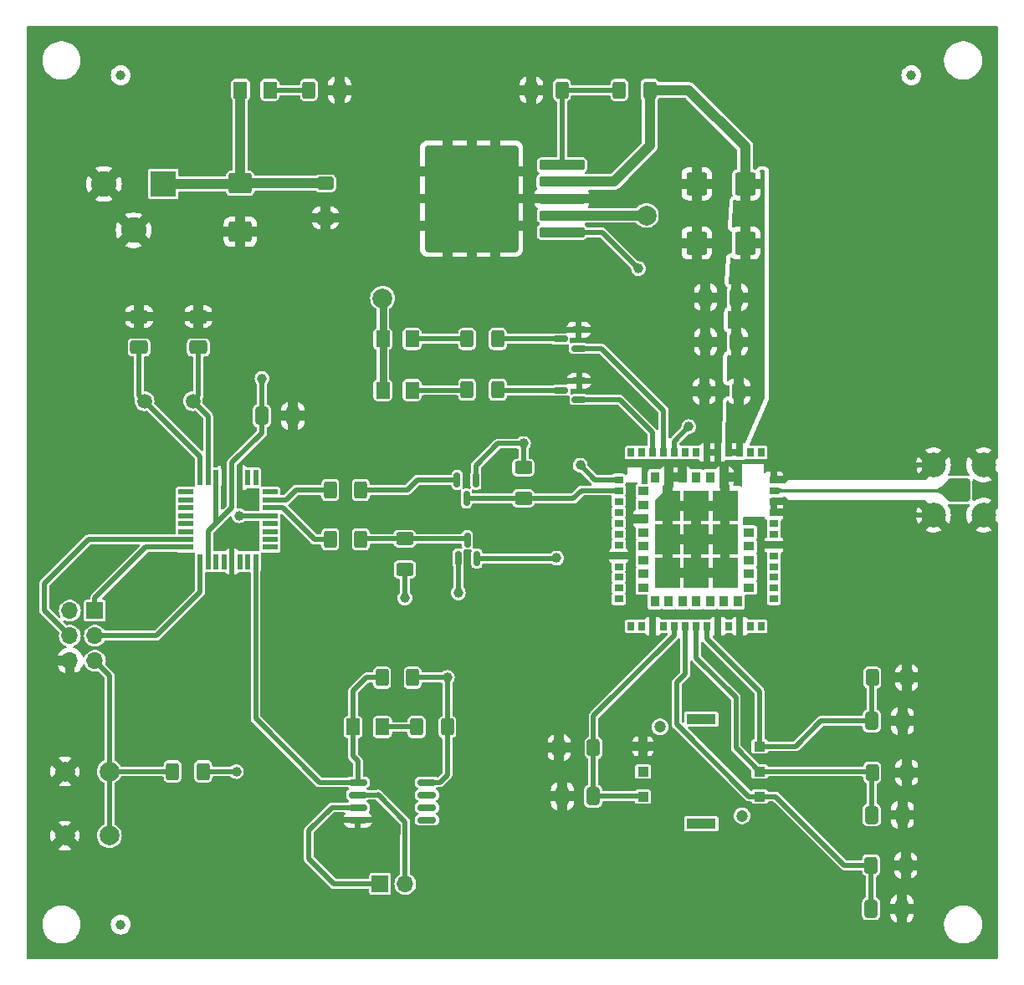
<source format=gbr>
%TF.GenerationSoftware,KiCad,Pcbnew,8.0.0*%
%TF.CreationDate,2024-03-04T22:35:08+02:00*%
%TF.ProjectId,Intercom_SMS_Sender,496e7465-7263-46f6-9d5f-534d535f5365,rev?*%
%TF.SameCoordinates,PX77ecaf0PY7735940*%
%TF.FileFunction,Copper,L1,Top*%
%TF.FilePolarity,Positive*%
%FSLAX46Y46*%
G04 Gerber Fmt 4.6, Leading zero omitted, Abs format (unit mm)*
G04 Created by KiCad (PCBNEW 8.0.0) date 2024-03-04 22:35:08*
%MOMM*%
%LPD*%
G01*
G04 APERTURE LIST*
G04 Aperture macros list*
%AMRoundRect*
0 Rectangle with rounded corners*
0 $1 Rounding radius*
0 $2 $3 $4 $5 $6 $7 $8 $9 X,Y pos of 4 corners*
0 Add a 4 corners polygon primitive as box body*
4,1,4,$2,$3,$4,$5,$6,$7,$8,$9,$2,$3,0*
0 Add four circle primitives for the rounded corners*
1,1,$1+$1,$2,$3*
1,1,$1+$1,$4,$5*
1,1,$1+$1,$6,$7*
1,1,$1+$1,$8,$9*
0 Add four rect primitives between the rounded corners*
20,1,$1+$1,$2,$3,$4,$5,0*
20,1,$1+$1,$4,$5,$6,$7,0*
20,1,$1+$1,$6,$7,$8,$9,0*
20,1,$1+$1,$8,$9,$2,$3,0*%
%AMFreePoly0*
4,1,14,1.303536,1.553536,1.305000,1.550000,1.305000,-1.550000,1.303536,-1.553536,1.300000,-1.555000,-1.300000,-1.555000,-1.303536,-1.553536,-1.305000,-1.550000,-1.305000,0.520000,-1.303536,0.523536,-0.273536,1.553536,-0.270000,1.555000,1.300000,1.555000,1.303536,1.553536,1.303536,1.553536,$1*%
G04 Aperture macros list end*
%TA.AperFunction,SMDPad,CuDef*%
%ADD10RoundRect,0.250000X-0.412500X-0.650000X0.412500X-0.650000X0.412500X0.650000X-0.412500X0.650000X0*%
%TD*%
%TA.AperFunction,SMDPad,CuDef*%
%ADD11RoundRect,0.250000X0.412500X0.650000X-0.412500X0.650000X-0.412500X-0.650000X0.412500X-0.650000X0*%
%TD*%
%TA.AperFunction,SMDPad,CuDef*%
%ADD12RoundRect,0.150000X-0.150000X0.587500X-0.150000X-0.587500X0.150000X-0.587500X0.150000X0.587500X0*%
%TD*%
%TA.AperFunction,SMDPad,CuDef*%
%ADD13R,1.100000X1.000000*%
%TD*%
%TA.AperFunction,SMDPad,CuDef*%
%ADD14R,3.000000X1.000000*%
%TD*%
%TA.AperFunction,ComponentPad*%
%ADD15C,1.200000*%
%TD*%
%TA.AperFunction,SMDPad,CuDef*%
%ADD16RoundRect,0.250000X0.400000X0.625000X-0.400000X0.625000X-0.400000X-0.625000X0.400000X-0.625000X0*%
%TD*%
%TA.AperFunction,SMDPad,CuDef*%
%ADD17RoundRect,0.250000X-0.400000X-0.600000X0.400000X-0.600000X0.400000X0.600000X-0.400000X0.600000X0*%
%TD*%
%TA.AperFunction,SMDPad,CuDef*%
%ADD18RoundRect,0.250000X0.400000X0.600000X-0.400000X0.600000X-0.400000X-0.600000X0.400000X-0.600000X0*%
%TD*%
%TA.AperFunction,SMDPad,CuDef*%
%ADD19RoundRect,0.150000X0.587500X0.150000X-0.587500X0.150000X-0.587500X-0.150000X0.587500X-0.150000X0*%
%TD*%
%TA.AperFunction,SMDPad,CuDef*%
%ADD20RoundRect,0.250000X-0.650000X0.412500X-0.650000X-0.412500X0.650000X-0.412500X0.650000X0.412500X0*%
%TD*%
%TA.AperFunction,SMDPad,CuDef*%
%ADD21RoundRect,0.250000X-0.925000X0.787500X-0.925000X-0.787500X0.925000X-0.787500X0.925000X0.787500X0*%
%TD*%
%TA.AperFunction,SMDPad,CuDef*%
%ADD22RoundRect,0.250000X0.625000X-0.400000X0.625000X0.400000X-0.625000X0.400000X-0.625000X-0.400000X0*%
%TD*%
%TA.AperFunction,SMDPad,CuDef*%
%ADD23RoundRect,0.150000X-0.800000X-0.150000X0.800000X-0.150000X0.800000X0.150000X-0.800000X0.150000X0*%
%TD*%
%TA.AperFunction,ComponentPad*%
%ADD24R,1.700000X1.700000*%
%TD*%
%TA.AperFunction,ComponentPad*%
%ADD25O,1.700000X1.700000*%
%TD*%
%TA.AperFunction,SMDPad,CuDef*%
%ADD26RoundRect,0.250000X2.050000X0.300000X-2.050000X0.300000X-2.050000X-0.300000X2.050000X-0.300000X0*%
%TD*%
%TA.AperFunction,SMDPad,CuDef*%
%ADD27RoundRect,0.250000X2.025000X2.375000X-2.025000X2.375000X-2.025000X-2.375000X2.025000X-2.375000X0*%
%TD*%
%TA.AperFunction,SMDPad,CuDef*%
%ADD28RoundRect,0.250002X4.449998X5.149998X-4.449998X5.149998X-4.449998X-5.149998X4.449998X-5.149998X0*%
%TD*%
%TA.AperFunction,SMDPad,CuDef*%
%ADD29R,0.550000X1.600000*%
%TD*%
%TA.AperFunction,SMDPad,CuDef*%
%ADD30R,1.600000X0.550000*%
%TD*%
%TA.AperFunction,SMDPad,CuDef*%
%ADD31R,0.900000X0.700000*%
%TD*%
%TA.AperFunction,SMDPad,CuDef*%
%ADD32R,0.700000X0.900000*%
%TD*%
%TA.AperFunction,SMDPad,CuDef*%
%ADD33R,1.100000X0.900000*%
%TD*%
%TA.AperFunction,SMDPad,CuDef*%
%ADD34R,0.900000X1.100000*%
%TD*%
%TA.AperFunction,SMDPad,CuDef*%
%ADD35FreePoly0,0.000000*%
%TD*%
%TA.AperFunction,SMDPad,CuDef*%
%ADD36R,2.600000X3.100000*%
%TD*%
%TA.AperFunction,SMDPad,CuDef*%
%ADD37RoundRect,0.250000X-0.600000X0.400000X-0.600000X-0.400000X0.600000X-0.400000X0.600000X0.400000X0*%
%TD*%
%TA.AperFunction,SMDPad,CuDef*%
%ADD38C,1.000000*%
%TD*%
%TA.AperFunction,SMDPad,CuDef*%
%ADD39RoundRect,0.250000X0.787500X0.925000X-0.787500X0.925000X-0.787500X-0.925000X0.787500X-0.925000X0*%
%TD*%
%TA.AperFunction,ComponentPad*%
%ADD40RoundRect,0.200100X-0.949900X0.949900X-0.949900X-0.949900X0.949900X-0.949900X0.949900X0.949900X0*%
%TD*%
%TA.AperFunction,ComponentPad*%
%ADD41C,2.500000*%
%TD*%
%TA.AperFunction,SMDPad,CuDef*%
%ADD42RoundRect,0.250000X0.650000X-0.412500X0.650000X0.412500X-0.650000X0.412500X-0.650000X-0.412500X0*%
%TD*%
%TA.AperFunction,SMDPad,CuDef*%
%ADD43RoundRect,0.150000X0.150000X-0.587500X0.150000X0.587500X-0.150000X0.587500X-0.150000X-0.587500X0*%
%TD*%
%TA.AperFunction,SMDPad,CuDef*%
%ADD44RoundRect,0.250000X-0.400000X-0.625000X0.400000X-0.625000X0.400000X0.625000X-0.400000X0.625000X0*%
%TD*%
%TA.AperFunction,SMDPad,CuDef*%
%ADD45RoundRect,0.250001X-0.462499X-0.624999X0.462499X-0.624999X0.462499X0.624999X-0.462499X0.624999X0*%
%TD*%
%TA.AperFunction,ComponentPad*%
%ADD46C,1.500000*%
%TD*%
%TA.AperFunction,SMDPad,CuDef*%
%ADD47RoundRect,0.250001X0.462499X0.624999X-0.462499X0.624999X-0.462499X-0.624999X0.462499X-0.624999X0*%
%TD*%
%TA.AperFunction,ComponentPad*%
%ADD48C,2.000000*%
%TD*%
%TA.AperFunction,ComponentPad*%
%ADD49R,2.600000X2.600000*%
%TD*%
%TA.AperFunction,ComponentPad*%
%ADD50C,2.600000*%
%TD*%
%TA.AperFunction,ViaPad*%
%ADD51C,1.000000*%
%TD*%
%TA.AperFunction,ViaPad*%
%ADD52C,2.000000*%
%TD*%
%TA.AperFunction,Conductor*%
%ADD53C,0.500000*%
%TD*%
%TA.AperFunction,Conductor*%
%ADD54C,0.349000*%
%TD*%
%TA.AperFunction,Conductor*%
%ADD55C,1.000000*%
%TD*%
%TA.AperFunction,Conductor*%
%ADD56C,0.750000*%
%TD*%
G04 APERTURE END LIST*
D10*
%TO.P,C10,1*%
%TO.N,Net-(D7-K)*%
X85987500Y15100000D03*
%TO.P,C10,2*%
%TO.N,GND*%
X89112500Y15100000D03*
%TD*%
D11*
%TO.P,C5,1*%
%TO.N,+3V8*%
X72312500Y63000000D03*
%TO.P,C5,2*%
%TO.N,GND*%
X69187500Y63000000D03*
%TD*%
%TO.P,C4,1*%
%TO.N,+3V8*%
X72312500Y67500000D03*
%TO.P,C4,2*%
%TO.N,GND*%
X69187500Y67500000D03*
%TD*%
D12*
%TO.P,Q2,1,G*%
%TO.N,+1V8*%
X45950000Y49025000D03*
%TO.P,Q2,2,S*%
%TO.N,/RF_GSM_Circuit/RXD*%
X44050000Y49025000D03*
%TO.P,Q2,3,D*%
%TO.N,Net-(Q2-D)*%
X45000000Y47150000D03*
%TD*%
D10*
%TO.P,C6,1*%
%TO.N,+5V*%
X24287500Y55500000D03*
%TO.P,C6,2*%
%TO.N,GND*%
X27412500Y55500000D03*
%TD*%
D13*
%TO.P,J3,1,VCC*%
%TO.N,Net-(D6-K)*%
X74650000Y22040000D03*
%TO.P,J3,2,RST*%
%TO.N,Net-(D7-K)*%
X74650000Y19500000D03*
%TO.P,J3,3,CLK*%
%TO.N,Net-(D8-K)*%
X74650000Y16960000D03*
D14*
%TO.P,J3,4*%
%TO.N,N/C*%
X68750000Y14200000D03*
D13*
%TO.P,J3,5,GND*%
%TO.N,GND*%
X62850000Y22040000D03*
%TO.P,J3,6,VPP*%
%TO.N,unconnected-(J3-VPP-Pad6)*%
X62850000Y19500000D03*
%TO.P,J3,7,I/O*%
%TO.N,Net-(D9-K)*%
X62850000Y16960000D03*
D14*
%TO.P,J3,8*%
%TO.N,N/C*%
X68750000Y24800000D03*
D15*
%TO.P,J3,9*%
X72900000Y15000000D03*
%TO.P,J3,10*%
X64600000Y24000000D03*
%TD*%
D16*
%TO.P,R1,1*%
%TO.N,+3V8*%
X63550000Y88500000D03*
%TO.P,R1,2*%
%TO.N,Net-(U1-ADJ)*%
X60450000Y88500000D03*
%TD*%
D17*
%TO.P,D7,1,K*%
%TO.N,Net-(D7-K)*%
X86050000Y19400000D03*
%TO.P,D7,2,A*%
%TO.N,GND*%
X89550000Y19400000D03*
%TD*%
D18*
%TO.P,D9,1,K*%
%TO.N,Net-(D9-K)*%
X57850000Y21900000D03*
%TO.P,D9,2,A*%
%TO.N,GND*%
X54350000Y21900000D03*
%TD*%
D19*
%TO.P,Q4,1,G*%
%TO.N,Net-(Q4-G)*%
X56395000Y57150000D03*
%TO.P,Q4,2,S*%
%TO.N,GND*%
X56395000Y59050000D03*
%TO.P,Q4,3,D*%
%TO.N,Net-(Q4-D)*%
X54520000Y58100000D03*
%TD*%
D10*
%TO.P,C9,1*%
%TO.N,Net-(D6-K)*%
X85987500Y24600000D03*
%TO.P,C9,2*%
%TO.N,GND*%
X89112500Y24600000D03*
%TD*%
D11*
%TO.P,C12,1*%
%TO.N,Net-(D9-K)*%
X57812500Y17000000D03*
%TO.P,C12,2*%
%TO.N,GND*%
X54687500Y17000000D03*
%TD*%
D20*
%TO.P,C8,1*%
%TO.N,GND*%
X17850000Y65562500D03*
%TO.P,C8,2*%
%TO.N,Net-(U2-XTAL1{slash}PB6)*%
X17850000Y62437500D03*
%TD*%
D16*
%TO.P,R11,1*%
%TO.N,/RF_GSM_Circuit/RXD*%
X34300000Y48000000D03*
%TO.P,R11,2*%
%TO.N,/TX*%
X31200000Y48000000D03*
%TD*%
D21*
%TO.P,C1,1*%
%TO.N,+5V*%
X22100000Y79062500D03*
%TO.P,C1,2*%
%TO.N,GND*%
X22100000Y74137500D03*
%TD*%
D22*
%TO.P,R7,1*%
%TO.N,Net-(Q2-D)*%
X50750000Y47150000D03*
%TO.P,R7,2*%
%TO.N,+1V8*%
X50750000Y50250000D03*
%TD*%
D23*
%TO.P,U3,1*%
%TO.N,/INPUT*%
X34000000Y18405000D03*
%TO.P,U3,2,-*%
%TO.N,Net-(J2-Pin_2)*%
X34000000Y17135000D03*
%TO.P,U3,3,+*%
%TO.N,Net-(J2-Pin_1)*%
X34000000Y15865000D03*
%TO.P,U3,4,V-*%
%TO.N,GND*%
X34000000Y14595000D03*
%TO.P,U3,5*%
%TO.N,N/C*%
X41000000Y14595000D03*
%TO.P,U3,6*%
X41000000Y15865000D03*
%TO.P,U3,7*%
X41000000Y17135000D03*
%TO.P,U3,8,V+*%
%TO.N,+5V*%
X41000000Y18405000D03*
%TD*%
D10*
%TO.P,C11,1*%
%TO.N,Net-(D8-K)*%
X85937500Y5600000D03*
%TO.P,C11,2*%
%TO.N,GND*%
X89062500Y5600000D03*
%TD*%
D19*
%TO.P,Q3,1,G*%
%TO.N,Net-(Q3-G)*%
X56345000Y62337500D03*
%TO.P,Q3,2,S*%
%TO.N,GND*%
X56345000Y64237500D03*
%TO.P,Q3,3,D*%
%TO.N,Net-(Q3-D)*%
X54470000Y63287500D03*
%TD*%
D24*
%TO.P,J5,1,Pin_1*%
%TO.N,/MISO*%
X7390000Y35775000D03*
D25*
%TO.P,J5,2,Pin_2*%
%TO.N,+5V*%
X4850000Y35775000D03*
%TO.P,J5,3,Pin_3*%
%TO.N,/SCK*%
X7390000Y33235000D03*
%TO.P,J5,4,Pin_4*%
%TO.N,/MOSI*%
X4850000Y33235000D03*
%TO.P,J5,5,Pin_5*%
%TO.N,/RESET*%
X7390000Y30695000D03*
%TO.P,J5,6,Pin_6*%
%TO.N,GND*%
X4850000Y30695000D03*
%TD*%
D26*
%TO.P,U1,1,EN*%
%TO.N,/RESET*%
X54650000Y74100000D03*
%TO.P,U1,2,VIN*%
%TO.N,+5V*%
X54650000Y75800000D03*
%TO.P,U1,3,GND*%
%TO.N,GND*%
X54650000Y77500000D03*
D27*
X47925000Y74725000D03*
X47925000Y80275000D03*
D28*
X45500000Y77500000D03*
D27*
X43075000Y74725000D03*
X43075000Y80275000D03*
D26*
%TO.P,U1,4,VOUT*%
%TO.N,+3V8*%
X54650000Y79200000D03*
%TO.P,U1,5,ADJ*%
%TO.N,Net-(U1-ADJ)*%
X54650000Y80900000D03*
%TD*%
D24*
%TO.P,J2,1,Pin_1*%
%TO.N,Net-(J2-Pin_1)*%
X36250000Y8120000D03*
D25*
%TO.P,J2,2,Pin_2*%
%TO.N,Net-(J2-Pin_2)*%
X38790000Y8120000D03*
%TD*%
D29*
%TO.P,U2,1,PD3*%
%TO.N,unconnected-(U2-PD3-Pad1)*%
X23650000Y49250000D03*
%TO.P,U2,2,PD4*%
%TO.N,unconnected-(U2-PD4-Pad2)*%
X22850000Y49250000D03*
%TO.P,U2,3,GND*%
%TO.N,GND*%
X22050000Y49250000D03*
%TO.P,U2,4,VCC*%
%TO.N,+5V*%
X21250000Y49250000D03*
%TO.P,U2,5,GND*%
%TO.N,GND*%
X20450000Y49250000D03*
%TO.P,U2,6,VCC*%
%TO.N,+5V*%
X19650000Y49250000D03*
%TO.P,U2,7,XTAL1/PB6*%
%TO.N,Net-(U2-XTAL1{slash}PB6)*%
X18850000Y49250000D03*
%TO.P,U2,8,XTAL2/PB7*%
%TO.N,Net-(U2-XTAL2{slash}PB7)*%
X18050000Y49250000D03*
D30*
%TO.P,U2,9,PD5*%
%TO.N,unconnected-(U2-PD5-Pad9)*%
X16600000Y47800000D03*
%TO.P,U2,10,PD6*%
%TO.N,unconnected-(U2-PD6-Pad10)*%
X16600000Y47000000D03*
%TO.P,U2,11,PD7*%
%TO.N,unconnected-(U2-PD7-Pad11)*%
X16600000Y46200000D03*
%TO.P,U2,12,PB0*%
%TO.N,unconnected-(U2-PB0-Pad12)*%
X16600000Y45400000D03*
%TO.P,U2,13,PB1*%
%TO.N,unconnected-(U2-PB1-Pad13)*%
X16600000Y44600000D03*
%TO.P,U2,14,PB2*%
%TO.N,unconnected-(U2-PB2-Pad14)*%
X16600000Y43800000D03*
%TO.P,U2,15,PB3*%
%TO.N,/MOSI*%
X16600000Y43000000D03*
%TO.P,U2,16,PB4*%
%TO.N,/MISO*%
X16600000Y42200000D03*
D29*
%TO.P,U2,17,PB5*%
%TO.N,/SCK*%
X18050000Y40750000D03*
%TO.P,U2,18,AVCC*%
%TO.N,+5V*%
X18850000Y40750000D03*
%TO.P,U2,19,ADC6*%
%TO.N,unconnected-(U2-ADC6-Pad19)*%
X19650000Y40750000D03*
%TO.P,U2,20,AREF*%
%TO.N,unconnected-(U2-AREF-Pad20)*%
X20450000Y40750000D03*
%TO.P,U2,21,GND*%
%TO.N,GND*%
X21250000Y40750000D03*
%TO.P,U2,22,ADC7*%
%TO.N,unconnected-(U2-ADC7-Pad22)*%
X22050000Y40750000D03*
%TO.P,U2,23,PC0*%
%TO.N,unconnected-(U2-PC0-Pad23)*%
X22850000Y40750000D03*
%TO.P,U2,24,PC1*%
%TO.N,/INPUT*%
X23650000Y40750000D03*
D30*
%TO.P,U2,25,PC2*%
%TO.N,unconnected-(U2-PC2-Pad25)*%
X25100000Y42200000D03*
%TO.P,U2,26,PC3*%
%TO.N,unconnected-(U2-PC3-Pad26)*%
X25100000Y43000000D03*
%TO.P,U2,27,PC4*%
%TO.N,unconnected-(U2-PC4-Pad27)*%
X25100000Y43800000D03*
%TO.P,U2,28,PC5*%
%TO.N,unconnected-(U2-PC5-Pad28)*%
X25100000Y44600000D03*
%TO.P,U2,29,~{RESET}/PC6*%
%TO.N,/RESET*%
X25100000Y45400000D03*
%TO.P,U2,30,PD0*%
%TO.N,/RX*%
X25100000Y46200000D03*
%TO.P,U2,31,PD1*%
%TO.N,/TX*%
X25100000Y47000000D03*
%TO.P,U2,32,PD2*%
%TO.N,unconnected-(U2-PD2-Pad32)*%
X25100000Y47800000D03*
%TD*%
D18*
%TO.P,D2,1,K*%
%TO.N,+3V8*%
X72555000Y58000000D03*
%TO.P,D2,2,A*%
%TO.N,GND*%
X69055000Y58000000D03*
%TD*%
D31*
%TO.P,U4,1,UART1_TXD*%
%TO.N,Net-(Q1-S)*%
X60400000Y49050000D03*
%TO.P,U4,2,UART1_RXD*%
%TO.N,Net-(Q2-D)*%
X60400000Y47950000D03*
%TO.P,U4,3,UART1_RTS*%
%TO.N,unconnected-(U4-UART1_RTS-Pad3)*%
X60400000Y46850000D03*
%TO.P,U4,4,UART1_CTS*%
%TO.N,unconnected-(U4-UART1_CTS-Pad4)*%
X60400000Y45750000D03*
%TO.P,U4,5,UART1_DCD*%
%TO.N,unconnected-(U4-UART1_DCD-Pad5)*%
X60400000Y44650000D03*
%TO.P,U4,6,UART1_DTR*%
%TO.N,unconnected-(U4-UART1_DTR-Pad6)*%
X60400000Y43550000D03*
%TO.P,U4,7,UART1_RI*%
%TO.N,/RF_GSM_Circuit/RING*%
X60400000Y42450000D03*
%TO.P,U4,8,GND*%
%TO.N,GND*%
X60400000Y41350000D03*
%TO.P,U4,9,MICP*%
%TO.N,unconnected-(U4-MICP-Pad9)*%
X60400000Y40250000D03*
%TO.P,U4,10,MICN*%
%TO.N,unconnected-(U4-MICN-Pad10)*%
X60400000Y39150000D03*
%TO.P,U4,11,SPK1P*%
%TO.N,unconnected-(U4-SPK1P-Pad11)*%
X60400000Y38050000D03*
%TO.P,U4,12,SPK1N*%
%TO.N,unconnected-(U4-SPK1N-Pad12)*%
X60400000Y36950000D03*
D32*
%TO.P,U4,13,GND*%
%TO.N,GND*%
X63850000Y34200000D03*
%TO.P,U4,14,SIM1_DET*%
%TO.N,unconnected-(U4-SIM1_DET-Pad14)*%
X64950000Y34200000D03*
%TO.P,U4,15,SIM1_DATA*%
%TO.N,Net-(D9-K)*%
X66050000Y34200000D03*
%TO.P,U4,16,SIM1_CLK*%
%TO.N,Net-(D8-K)*%
X67150000Y34200000D03*
%TO.P,U4,17,SIM1_RST*%
%TO.N,Net-(D7-K)*%
X68250000Y34200000D03*
%TO.P,U4,18,SIM1_VDD*%
%TO.N,Net-(D6-K)*%
X69350000Y34200000D03*
%TO.P,U4,19,GND*%
%TO.N,GND*%
X70450000Y34200000D03*
%TO.P,U4,20,NC*%
%TO.N,unconnected-(U4-NC-Pad20)*%
X71550000Y34200000D03*
%TO.P,U4,21,GND*%
%TO.N,GND*%
X72650000Y34200000D03*
D31*
%TO.P,U4,22,UART3_TXD*%
%TO.N,unconnected-(U4-UART3_TXD-Pad22)*%
X76100000Y36950000D03*
%TO.P,U4,23,UART3_RXD*%
%TO.N,unconnected-(U4-UART3_RXD-Pad23)*%
X76100000Y38050000D03*
%TO.P,U4,24,USB_VBUS*%
%TO.N,unconnected-(U4-USB_VBUS-Pad24)*%
X76100000Y39150000D03*
%TO.P,U4,25,USB_DP*%
%TO.N,unconnected-(U4-USB_DP-Pad25)*%
X76100000Y40250000D03*
%TO.P,U4,26,USB_DM*%
%TO.N,unconnected-(U4-USB_DM-Pad26)*%
X76100000Y41350000D03*
%TO.P,U4,27,GND*%
%TO.N,GND*%
X76100000Y42450000D03*
%TO.P,U4,28,NC*%
%TO.N,unconnected-(U4-NC-Pad28)*%
X76100000Y43550000D03*
%TO.P,U4,29,NC*%
%TO.N,unconnected-(U4-NC-Pad29)*%
X76100000Y44650000D03*
%TO.P,U4,30,GND*%
%TO.N,GND*%
X76100000Y45750000D03*
%TO.P,U4,31,GND*%
X76100000Y46850000D03*
%TO.P,U4,32,RF_ANT*%
%TO.N,/RF_GSM_Circuit/RF_ANT*%
X76100000Y47950000D03*
%TO.P,U4,33,GND*%
%TO.N,GND*%
X76100000Y49050000D03*
D32*
%TO.P,U4,34,VBAT*%
%TO.N,+3V8*%
X72650000Y51800000D03*
%TO.P,U4,35,VBAT*%
X71550000Y51800000D03*
%TO.P,U4,36,GND*%
%TO.N,GND*%
X70450000Y51800000D03*
%TO.P,U4,37,GND*%
X69350000Y51800000D03*
%TO.P,U4,38,ADC*%
%TO.N,unconnected-(U4-ADC-Pad38)*%
X68250000Y51800000D03*
%TO.P,U4,39,~{PWRKEY}*%
%TO.N,unconnected-(U4-~{PWRKEY}-Pad39)*%
X67150000Y51800000D03*
%TO.P,U4,40,VDD_EXT*%
%TO.N,+1V8*%
X66050000Y51800000D03*
%TO.P,U4,41,NETLIGHT*%
%TO.N,Net-(Q3-G)*%
X64950000Y51800000D03*
%TO.P,U4,42,STATUS*%
%TO.N,Net-(Q4-G)*%
X63850000Y51800000D03*
D33*
%TO.P,U4,43,NC*%
%TO.N,unconnected-(U4-NC-Pad43)*%
X62900000Y47900000D03*
%TO.P,U4,44,NC*%
%TO.N,unconnected-(U4-NC-Pad44)*%
X62900000Y46500000D03*
%TO.P,U4,45,GND*%
%TO.N,GND*%
X62900000Y45100000D03*
%TO.P,U4,46,NC*%
%TO.N,unconnected-(U4-NC-Pad46)*%
X62900000Y43700000D03*
%TO.P,U4,47,NC*%
%TO.N,unconnected-(U4-NC-Pad47)*%
X62900000Y42300000D03*
%TO.P,U4,48,NC*%
%TO.N,unconnected-(U4-NC-Pad48)*%
X62900000Y40900000D03*
%TO.P,U4,49,NC*%
%TO.N,unconnected-(U4-NC-Pad49)*%
X62900000Y39500000D03*
%TO.P,U4,50,NC*%
%TO.N,unconnected-(U4-NC-Pad50)*%
X62900000Y38100000D03*
D34*
%TO.P,U4,51,NC*%
%TO.N,unconnected-(U4-NC-Pad51)*%
X64050000Y36700000D03*
%TO.P,U4,52,SIM2_DET*%
%TO.N,unconnected-(U4-SIM2_DET-Pad52)*%
X65450000Y36700000D03*
%TO.P,U4,53,SIM2_DATA*%
%TO.N,unconnected-(U4-SIM2_DATA-Pad53)*%
X66850000Y36700000D03*
%TO.P,U4,54,SIM2_CLK*%
%TO.N,unconnected-(U4-SIM2_CLK-Pad54)*%
X68250000Y36700000D03*
%TO.P,U4,55,SIM2_RST*%
%TO.N,unconnected-(U4-SIM2_RST-Pad55)*%
X69650000Y36700000D03*
%TO.P,U4,56,SIM2_VDD*%
%TO.N,unconnected-(U4-SIM2_VDD-Pad56)*%
X71050000Y36700000D03*
%TO.P,U4,57,GPIO1*%
%TO.N,unconnected-(U4-GPIO1-Pad57)*%
X72450000Y36700000D03*
D33*
%TO.P,U4,58,GPIO2*%
%TO.N,unconnected-(U4-GPIO2-Pad58)*%
X73600000Y38100000D03*
%TO.P,U4,59,NC*%
%TO.N,unconnected-(U4-NC-Pad59)*%
X73600000Y39500000D03*
%TO.P,U4,60,NC*%
%TO.N,unconnected-(U4-NC-Pad60)*%
X73600000Y40900000D03*
%TO.P,U4,61,NC*%
%TO.N,unconnected-(U4-NC-Pad61)*%
X73600000Y42300000D03*
%TO.P,U4,62,NC*%
%TO.N,unconnected-(U4-NC-Pad62)*%
X73600000Y43700000D03*
D34*
%TO.P,U4,63,GND*%
%TO.N,GND*%
X71050000Y49300000D03*
%TO.P,U4,64,SDA*%
%TO.N,unconnected-(U4-SDA-Pad64)*%
X69650000Y49300000D03*
%TO.P,U4,65,SCL*%
%TO.N,unconnected-(U4-SCL-Pad65)*%
X68250000Y49300000D03*
%TO.P,U4,66,GND*%
%TO.N,GND*%
X66850000Y49300000D03*
%TO.P,U4,67,GND*%
X65450000Y49300000D03*
%TO.P,U4,68,NC*%
%TO.N,unconnected-(U4-NC-Pad68)*%
X64050000Y49300000D03*
D35*
%TO.P,U4,69,GND*%
%TO.N,GND*%
X65350000Y46400000D03*
D36*
%TO.P,U4,70,GND*%
X65350000Y43000000D03*
%TO.P,U4,71,GND*%
X65350000Y39600000D03*
%TO.P,U4,72,GND*%
X68250000Y39600000D03*
%TO.P,U4,73,GND*%
X71150000Y39600000D03*
%TO.P,U4,74,GND*%
X71150000Y43000000D03*
%TO.P,U4,75,GND*%
X71150000Y46400000D03*
%TO.P,U4,76,GND*%
X68250000Y46400000D03*
%TO.P,U4,77,GND*%
X68250000Y43000000D03*
D32*
%TO.P,U4,78,GPIO3*%
%TO.N,unconnected-(U4-GPIO3-Pad78)*%
X61650000Y34200000D03*
%TO.P,U4,79,GPIO4*%
%TO.N,unconnected-(U4-GPIO4-Pad79)*%
X62750000Y34200000D03*
%TO.P,U4,80,GPIO5*%
%TO.N,unconnected-(U4-GPIO5-Pad80)*%
X74850000Y34200000D03*
%TO.P,U4,81,GPIO6*%
%TO.N,unconnected-(U4-GPIO6-Pad81)*%
X73750000Y34200000D03*
%TO.P,U4,82,BOOT_CFG*%
%TO.N,unconnected-(U4-BOOT_CFG-Pad82)*%
X74850000Y51800000D03*
%TO.P,U4,83,~{RESET}*%
%TO.N,unconnected-(U4-~{RESET}-Pad83)*%
X73750000Y51800000D03*
%TO.P,U4,84,DBG_RXD*%
%TO.N,unconnected-(U4-DBG_RXD-Pad84)*%
X62750000Y51800000D03*
%TO.P,U4,85,DBG_TXD*%
%TO.N,unconnected-(U4-DBG_TXD-Pad85)*%
X61650000Y51800000D03*
%TD*%
D16*
%TO.P,R4,1*%
%TO.N,+5V*%
X18350000Y19500000D03*
%TO.P,R4,2*%
%TO.N,/RESET*%
X15250000Y19500000D03*
%TD*%
D22*
%TO.P,R6,1*%
%TO.N,+5V*%
X38750000Y39950000D03*
%TO.P,R6,2*%
%TO.N,/RF_GSM_Circuit/TXD*%
X38750000Y43050000D03*
%TD*%
D37*
%TO.P,D1,1,K*%
%TO.N,+5V*%
X30700000Y79050000D03*
%TO.P,D1,2,A*%
%TO.N,GND*%
X30700000Y75550000D03*
%TD*%
D38*
%TO.P,FID3,*%
%TO.N,*%
X90000000Y90000000D03*
%TD*%
D39*
%TO.P,C3,1*%
%TO.N,+3V8*%
X73212500Y73000000D03*
%TO.P,C3,2*%
%TO.N,GND*%
X68287500Y73000000D03*
%TD*%
D16*
%TO.P,R3,1*%
%TO.N,+5V*%
X39550000Y29000000D03*
%TO.P,R3,2*%
%TO.N,/INPUT*%
X36450000Y29000000D03*
%TD*%
D39*
%TO.P,C2,1*%
%TO.N,+3V8*%
X73212500Y79000000D03*
%TO.P,C2,2*%
%TO.N,GND*%
X68287500Y79000000D03*
%TD*%
D40*
%TO.P,J4,1,In*%
%TO.N,/RF_GSM_Circuit/RF_ANT*%
X94800000Y48000000D03*
D41*
%TO.P,J4,2,Ext*%
%TO.N,GND*%
X97340000Y50540000D03*
X92260000Y50540000D03*
X97340000Y45460000D03*
X92260000Y45460000D03*
%TD*%
D42*
%TO.P,C7,1*%
%TO.N,Net-(U2-XTAL2{slash}PB7)*%
X11850000Y62437500D03*
%TO.P,C7,2*%
%TO.N,GND*%
X11850000Y65562500D03*
%TD*%
D38*
%TO.P,FID2,*%
%TO.N,*%
X10000000Y90000000D03*
%TD*%
D43*
%TO.P,Q1,1,G*%
%TO.N,+1V8*%
X44137500Y41062500D03*
%TO.P,Q1,2,S*%
%TO.N,Net-(Q1-S)*%
X46037500Y41062500D03*
%TO.P,Q1,3,D*%
%TO.N,/RF_GSM_Circuit/TXD*%
X45087500Y42937500D03*
%TD*%
D38*
%TO.P,FID1,*%
%TO.N,*%
X10000000Y4000000D03*
%TD*%
D16*
%TO.P,R2,1*%
%TO.N,Net-(U1-ADJ)*%
X54650000Y88500000D03*
%TO.P,R2,2*%
%TO.N,GND*%
X51550000Y88500000D03*
%TD*%
D44*
%TO.P,R8,1*%
%TO.N,Net-(D4-K)*%
X45057500Y63300000D03*
%TO.P,R8,2*%
%TO.N,Net-(Q3-D)*%
X48157500Y63300000D03*
%TD*%
D16*
%TO.P,R10,1*%
%TO.N,/RF_GSM_Circuit/TXD*%
X34300000Y43000000D03*
%TO.P,R10,2*%
%TO.N,/RX*%
X31200000Y43000000D03*
%TD*%
D17*
%TO.P,D6,1,K*%
%TO.N,Net-(D6-K)*%
X86050000Y29000000D03*
%TO.P,D6,2,A*%
%TO.N,GND*%
X89550000Y29000000D03*
%TD*%
D45*
%TO.P,D10,1,K*%
%TO.N,/INPUT*%
X33512500Y24000000D03*
%TO.P,D10,2,A*%
%TO.N,Net-(D10-A)*%
X36487500Y24000000D03*
%TD*%
D44*
%TO.P,R5,1*%
%TO.N,Net-(D3-K)*%
X29050000Y88500000D03*
%TO.P,R5,2*%
%TO.N,GND*%
X32150000Y88500000D03*
%TD*%
D46*
%TO.P,Y1,1,1*%
%TO.N,Net-(U2-XTAL2{slash}PB7)*%
X12400000Y57000000D03*
%TO.P,Y1,2,2*%
%TO.N,Net-(U2-XTAL1{slash}PB6)*%
X17300000Y57000000D03*
%TD*%
D47*
%TO.P,D4,1,K*%
%TO.N,Net-(D4-K)*%
X39500000Y63300000D03*
%TO.P,D4,2,A*%
%TO.N,+5V*%
X36525000Y63300000D03*
%TD*%
D44*
%TO.P,R9,1*%
%TO.N,Net-(D5-K)*%
X45057500Y58150000D03*
%TO.P,R9,2*%
%TO.N,Net-(Q4-D)*%
X48157500Y58150000D03*
%TD*%
D48*
%TO.P,SW1,1,1*%
%TO.N,/RESET*%
X8850000Y19500000D03*
X8850000Y13000000D03*
%TO.P,SW1,2,2*%
%TO.N,GND*%
X4350000Y19500000D03*
X4350000Y13000000D03*
%TD*%
D17*
%TO.P,D8,1,K*%
%TO.N,Net-(D8-K)*%
X85950000Y10000000D03*
%TO.P,D8,2,A*%
%TO.N,GND*%
X89450000Y10000000D03*
%TD*%
D47*
%TO.P,D5,1,K*%
%TO.N,Net-(D5-K)*%
X39500000Y58110000D03*
%TO.P,D5,2,A*%
%TO.N,+5V*%
X36525000Y58110000D03*
%TD*%
D49*
%TO.P,J1,1*%
%TO.N,+5V*%
X14300000Y79000000D03*
D50*
%TO.P,J1,2*%
%TO.N,GND*%
X8300000Y79000000D03*
%TO.P,J1,3*%
X11300000Y74300000D03*
%TD*%
D16*
%TO.P,R12,1*%
%TO.N,+5V*%
X43050000Y24000000D03*
%TO.P,R12,2*%
%TO.N,Net-(D10-A)*%
X39950000Y24000000D03*
%TD*%
D47*
%TO.P,D3,1,K*%
%TO.N,Net-(D3-K)*%
X25087500Y88500000D03*
%TO.P,D3,2,A*%
%TO.N,+5V*%
X22112500Y88500000D03*
%TD*%
D51*
%TO.N,GND*%
X85150000Y49600000D03*
X38000000Y75000000D03*
X43000000Y85000000D03*
X92750000Y15000000D03*
X38000000Y80000000D03*
X87500000Y46350000D03*
X85150000Y46400000D03*
X92750000Y6000000D03*
X33000000Y11500000D03*
X48000000Y85000000D03*
X52250000Y29750000D03*
X20350000Y36750000D03*
X92750000Y25000000D03*
X87450000Y49600000D03*
X82650000Y49600000D03*
X45500000Y85000000D03*
X80000000Y49600000D03*
X80000000Y46400000D03*
X82650000Y46400000D03*
X38000000Y77500000D03*
X89600000Y46350000D03*
X66250000Y20000000D03*
X89650000Y49600000D03*
D52*
%TO.N,+5V*%
X36500000Y67400000D03*
X63200000Y75800000D03*
D51*
X38750000Y37050000D03*
X21700000Y19500000D03*
X24300000Y59300000D03*
X43050000Y29000000D03*
%TO.N,/RESET*%
X62400000Y70400000D03*
X22000000Y45400000D03*
%TO.N,+1V8*%
X50750000Y52700000D03*
X67500000Y54400000D03*
X44150000Y37600000D03*
%TO.N,Net-(Q1-S)*%
X54100000Y41100000D03*
X56500000Y50500000D03*
%TD*%
D53*
%TO.N,GND*%
X85150000Y46400000D02*
X82650000Y46400000D01*
D54*
X48000000Y85000000D02*
X48000000Y84000000D01*
D53*
X85200000Y46350000D02*
X85150000Y46400000D01*
D54*
X33000000Y12500000D02*
X33000000Y11500000D01*
X62850000Y22040000D02*
X64210000Y22040000D01*
D53*
X21250000Y40750000D02*
X21250000Y37650000D01*
X90590000Y50540000D02*
X89650000Y49600000D01*
X76100000Y49050000D02*
X76250000Y49050000D01*
D54*
X47925000Y83925000D02*
X47925000Y80275000D01*
D53*
X54350000Y21900000D02*
X54350000Y27650000D01*
X87450000Y49600000D02*
X85150000Y49600000D01*
D54*
X38275000Y74725000D02*
X38000000Y75000000D01*
D53*
X92260000Y50540000D02*
X90590000Y50540000D01*
D54*
X48000000Y84000000D02*
X47925000Y83925000D01*
X34000000Y13500000D02*
X33000000Y12500000D01*
X43075000Y80275000D02*
X38275000Y80275000D01*
X89062500Y5600000D02*
X92350000Y5600000D01*
X45500000Y77500000D02*
X38000000Y77500000D01*
X45500000Y77500000D02*
X45500000Y85000000D01*
D53*
X92260000Y45460000D02*
X90490000Y45460000D01*
X82650000Y46400000D02*
X80000000Y46400000D01*
D54*
X64210000Y22040000D02*
X66250000Y20000000D01*
X45500000Y77500000D02*
X43000000Y80000000D01*
D53*
X54350000Y27650000D02*
X52250000Y29750000D01*
X87500000Y46350000D02*
X85200000Y46350000D01*
X85150000Y49600000D02*
X82650000Y49600000D01*
D54*
X92350000Y24600000D02*
X92750000Y25000000D01*
D53*
X82650000Y49600000D02*
X80000000Y49600000D01*
D54*
X92650000Y15100000D02*
X92750000Y15000000D01*
X38275000Y80275000D02*
X38000000Y80000000D01*
X92350000Y5600000D02*
X92750000Y6000000D01*
X47925000Y74725000D02*
X38275000Y74725000D01*
X89112500Y15100000D02*
X92650000Y15100000D01*
X45500000Y77500000D02*
X45500000Y82500000D01*
D53*
X90490000Y45460000D02*
X89600000Y46350000D01*
X21250000Y37650000D02*
X20350000Y36750000D01*
D54*
X34000000Y14595000D02*
X34000000Y13500000D01*
D53*
X89650000Y49600000D02*
X87450000Y49600000D01*
X89600000Y46350000D02*
X87500000Y46350000D01*
D54*
X89112500Y24600000D02*
X92350000Y24600000D01*
X43000000Y80000000D02*
X43000000Y85000000D01*
D53*
%TO.N,+5V*%
X19650000Y44650000D02*
X18850000Y43850000D01*
X24287500Y53787500D02*
X24287500Y55500000D01*
X41000000Y18405000D02*
X42305000Y18405000D01*
D55*
X22037500Y79000000D02*
X22100000Y79062500D01*
D53*
X21250000Y50750000D02*
X24287500Y53787500D01*
X19650000Y49250000D02*
X19650000Y44650000D01*
D55*
X30537500Y79062500D02*
X30600000Y79000000D01*
X22100000Y79062500D02*
X22100000Y88487500D01*
D53*
X38750000Y39950000D02*
X38750000Y37050000D01*
D56*
X36525000Y67375000D02*
X36500000Y67400000D01*
D53*
X24287500Y59287500D02*
X24300000Y59300000D01*
X43050000Y24250000D02*
X43050000Y29000000D01*
D55*
X22100000Y88487500D02*
X22112500Y88500000D01*
X54650000Y75800000D02*
X63200000Y75800000D01*
D53*
X21250000Y46250000D02*
X19650000Y44650000D01*
X21250000Y49250000D02*
X21250000Y46250000D01*
X24287500Y55500000D02*
X24287500Y59287500D01*
X42305000Y18405000D02*
X43050000Y19150000D01*
X39550000Y29000000D02*
X43050000Y29000000D01*
X43050000Y19150000D02*
X43050000Y24000000D01*
D55*
X14300000Y79000000D02*
X22037500Y79000000D01*
D53*
X18850000Y43850000D02*
X18850000Y40750000D01*
D56*
X36525000Y63300000D02*
X36525000Y67375000D01*
D53*
X43050000Y24000000D02*
X43050000Y24250000D01*
D55*
X22100000Y79062500D02*
X30537500Y79062500D01*
D53*
X21250000Y49250000D02*
X21250000Y50750000D01*
X18350000Y19500000D02*
X21700000Y19500000D01*
D56*
X36525000Y58110000D02*
X36525000Y63300000D01*
D55*
%TO.N,+3V8*%
X67500000Y88500000D02*
X73212500Y82787500D01*
X54650000Y79200000D02*
X59900000Y79200000D01*
X59900000Y79200000D02*
X63550000Y82850000D01*
X73212500Y82787500D02*
X73212500Y79000000D01*
X63550000Y82850000D02*
X63550000Y88500000D01*
X63550000Y88500000D02*
X67500000Y88500000D01*
D53*
%TO.N,Net-(U2-XTAL2{slash}PB7)*%
X12400000Y57000000D02*
X11850000Y57550000D01*
X11850000Y57550000D02*
X11850000Y62437500D01*
X18050000Y49250000D02*
X18050000Y51350000D01*
X18050000Y51350000D02*
X12400000Y57000000D01*
%TO.N,Net-(U2-XTAL1{slash}PB6)*%
X17300000Y57000000D02*
X17850000Y57550000D01*
X18850000Y55450000D02*
X17300000Y57000000D01*
X18850000Y49250000D02*
X18850000Y55450000D01*
X17850000Y57550000D02*
X17850000Y62437500D01*
%TO.N,Net-(D6-K)*%
X85987500Y28987500D02*
X86000000Y29000000D01*
X85987500Y24600000D02*
X85987500Y28987500D01*
X74650000Y22040000D02*
X78290000Y22040000D01*
X69350000Y32900000D02*
X74650000Y27600000D01*
X78290000Y22040000D02*
X80850000Y24600000D01*
X74650000Y27600000D02*
X74650000Y22040000D01*
X80850000Y24600000D02*
X85987500Y24600000D01*
X69350000Y34200000D02*
X69350000Y32900000D01*
%TO.N,Net-(D7-K)*%
X72250000Y21900000D02*
X74650000Y19500000D01*
X86000000Y19400000D02*
X86000000Y15212500D01*
X72250000Y27000000D02*
X72250000Y21900000D01*
X86000000Y15212500D02*
X85887500Y15100000D01*
X74650000Y19500000D02*
X85900000Y19500000D01*
X85900000Y19500000D02*
X86000000Y19400000D01*
X68250000Y34200000D02*
X68250000Y31000000D01*
X68250000Y31000000D02*
X72250000Y27000000D01*
%TO.N,Net-(D8-K)*%
X85950000Y5612500D02*
X85937500Y5600000D01*
X67150000Y29400000D02*
X66250000Y28500000D01*
X83250000Y10000000D02*
X85950000Y10000000D01*
X76290000Y16960000D02*
X83250000Y10000000D01*
X85950000Y10000000D02*
X85950000Y5612500D01*
X73590000Y16960000D02*
X74650000Y16960000D01*
X66250000Y24300000D02*
X73590000Y16960000D01*
X67150000Y34200000D02*
X67150000Y29400000D01*
X66250000Y28500000D02*
X66250000Y24300000D01*
X74650000Y16960000D02*
X76290000Y16960000D01*
%TO.N,Net-(D9-K)*%
X62810000Y17000000D02*
X62850000Y16960000D01*
X66050000Y33300000D02*
X57850000Y25100000D01*
X57812500Y21687500D02*
X57500000Y22000000D01*
X57850000Y22350000D02*
X57500000Y22000000D01*
X57812500Y17000000D02*
X62810000Y17000000D01*
X57812500Y17000000D02*
X57812500Y21687500D01*
X57850000Y25100000D02*
X57850000Y22350000D01*
X66050000Y34200000D02*
X66050000Y33300000D01*
%TO.N,Net-(D3-K)*%
X25087500Y88500000D02*
X29050000Y88500000D01*
%TO.N,Net-(D4-K)*%
X39500000Y63300000D02*
X45057500Y63300000D01*
%TO.N,Net-(D5-K)*%
X39500000Y58110000D02*
X45017500Y58110000D01*
X45017500Y58110000D02*
X45057500Y58150000D01*
%TO.N,Net-(D10-A)*%
X36487500Y24000000D02*
X39950000Y24000000D01*
%TO.N,Net-(J2-Pin_1)*%
X34000000Y15865000D02*
X31365000Y15865000D01*
X29050000Y13550000D02*
X29050000Y10650000D01*
X31580000Y8120000D02*
X36250000Y8120000D01*
X29050000Y10650000D02*
X31580000Y8120000D01*
X31365000Y15865000D02*
X29050000Y13550000D01*
%TO.N,Net-(J2-Pin_2)*%
X36035000Y17135000D02*
X36050000Y17150000D01*
X38790000Y13040000D02*
X38790000Y8120000D01*
X36050000Y17150000D02*
X38800000Y14400000D01*
X38800000Y13050000D02*
X38790000Y13040000D01*
X38800000Y14400000D02*
X38800000Y13050000D01*
X34000000Y17135000D02*
X36035000Y17135000D01*
D54*
%TO.N,/RF_GSM_Circuit/RF_ANT*%
X76100000Y47950000D02*
X94750000Y47950000D01*
X94750000Y47950000D02*
X94800000Y48000000D01*
D53*
%TO.N,/SCK*%
X7390000Y33235000D02*
X13585000Y33235000D01*
X18050000Y37700000D02*
X18050000Y40750000D01*
X13585000Y33235000D02*
X18050000Y37700000D01*
%TO.N,/MOSI*%
X2250000Y38500000D02*
X2250000Y35835000D01*
X16600000Y43000000D02*
X6750000Y43000000D01*
X6750000Y43000000D02*
X2250000Y38500000D01*
X2250000Y35835000D02*
X4850000Y33235000D01*
%TO.N,/MISO*%
X12550000Y42200000D02*
X7390000Y37040000D01*
X7390000Y37040000D02*
X7390000Y35775000D01*
X16600000Y42200000D02*
X12550000Y42200000D01*
%TO.N,/RESET*%
X8850000Y19500000D02*
X8850000Y13000000D01*
X22000000Y45400000D02*
X25100000Y45400000D01*
X62400000Y70400000D02*
X58700000Y74100000D01*
X7390000Y30695000D02*
X8850000Y29235000D01*
X8850000Y29235000D02*
X8850000Y19500000D01*
X8850000Y19500000D02*
X15250000Y19500000D01*
X58700000Y74100000D02*
X54650000Y74100000D01*
%TO.N,+1V8*%
X45950000Y50462500D02*
X48187500Y52700000D01*
X66050000Y52950000D02*
X67500000Y54400000D01*
X44150000Y41050000D02*
X44137500Y41062500D01*
X44150000Y37600000D02*
X44150000Y41050000D01*
X50750000Y52700000D02*
X50750000Y50550000D01*
X48187500Y52700000D02*
X50750000Y52700000D01*
X66050000Y51800000D02*
X66050000Y52950000D01*
X45950000Y49025000D02*
X45950000Y50462500D01*
%TO.N,/RF_GSM_Circuit/TXD*%
X34350000Y43050000D02*
X34300000Y43000000D01*
X38750000Y43050000D02*
X44975000Y43050000D01*
X44975000Y43050000D02*
X45087500Y42937500D01*
X38750000Y43050000D02*
X34350000Y43050000D01*
%TO.N,Net-(Q1-S)*%
X60400000Y49050000D02*
X57950000Y49050000D01*
X46075000Y41100000D02*
X46037500Y41062500D01*
X46037500Y41062500D02*
X54062500Y41062500D01*
X57950000Y49050000D02*
X56500000Y50500000D01*
X54062500Y41062500D02*
X54100000Y41100000D01*
%TO.N,Net-(Q2-D)*%
X56600000Y47950000D02*
X55800000Y47150000D01*
X55800000Y47150000D02*
X50750000Y47150000D01*
X45000000Y47150000D02*
X50750000Y47150000D01*
X60400000Y47950000D02*
X56600000Y47950000D01*
%TO.N,/RF_GSM_Circuit/RXD*%
X39000000Y48000000D02*
X34300000Y48000000D01*
X44050000Y49025000D02*
X40025000Y49025000D01*
X40025000Y49025000D02*
X39000000Y48000000D01*
%TO.N,Net-(Q3-G)*%
X64950000Y56050000D02*
X58662500Y62337500D01*
X64950000Y51800000D02*
X64950000Y56050000D01*
X58662500Y62337500D02*
X56345000Y62337500D01*
%TO.N,Net-(Q3-D)*%
X54420000Y63300000D02*
X54470000Y63350000D01*
X48157500Y63300000D02*
X54420000Y63300000D01*
%TO.N,Net-(Q4-D)*%
X48257500Y58100000D02*
X54520000Y58100000D01*
X48207500Y58150000D02*
X48257500Y58100000D01*
X48157500Y58150000D02*
X48207500Y58150000D01*
%TO.N,Net-(Q4-G)*%
X60500000Y57150000D02*
X56395000Y57150000D01*
X60500000Y57150000D02*
X63850000Y53800000D01*
X63850000Y53800000D02*
X63850000Y51800000D01*
%TO.N,Net-(U1-ADJ)*%
X60450000Y88500000D02*
X54650000Y88500000D01*
X54650000Y88400000D02*
X54550000Y88500000D01*
X54650000Y80900000D02*
X54650000Y88400000D01*
%TO.N,/RX*%
X29600000Y43000000D02*
X31200000Y43000000D01*
X25100000Y46200000D02*
X26400000Y46200000D01*
X26400000Y46200000D02*
X29600000Y43000000D01*
%TO.N,/TX*%
X27750000Y48000000D02*
X31200000Y48000000D01*
X25100000Y47000000D02*
X26750000Y47000000D01*
X26750000Y47000000D02*
X27750000Y48000000D01*
%TO.N,/INPUT*%
X34000000Y20550000D02*
X33500000Y21050000D01*
X33512500Y21062500D02*
X33512500Y24000000D01*
X23650000Y24850000D02*
X30095000Y18405000D01*
X33500000Y21050000D02*
X33512500Y21062500D01*
X30095000Y18405000D02*
X34000000Y18405000D01*
X34850000Y29000000D02*
X36450000Y29000000D01*
X33512500Y27662500D02*
X34850000Y29000000D01*
X23650000Y40750000D02*
X23650000Y24850000D01*
X34000000Y18405000D02*
X34000000Y20550000D01*
X33512500Y24000000D02*
X33512500Y27662500D01*
%TD*%
%TA.AperFunction,Conductor*%
%TO.N,GND*%
G36*
X5293039Y31175315D02*
G01*
X5338794Y31122511D01*
X5350000Y31071000D01*
X5350000Y30760826D01*
X5315925Y30887993D01*
X5250099Y31002007D01*
X5157007Y31095099D01*
X5042993Y31160925D01*
X4915826Y31195000D01*
X5226000Y31195000D01*
X5293039Y31175315D01*
G37*
%TD.AperFunction*%
%TA.AperFunction,Conductor*%
G36*
X98692539Y94979815D02*
G01*
X98738294Y94927011D01*
X98749500Y94875500D01*
X98749500Y51293755D01*
X98729815Y51226716D01*
X98713181Y51206074D01*
X98180182Y50673076D01*
X98157335Y50787936D01*
X98093260Y50942626D01*
X98000238Y51081844D01*
X97881844Y51200238D01*
X97742626Y51293260D01*
X97587936Y51357335D01*
X97473075Y51380183D01*
X98173739Y52080846D01*
X98173738Y52080848D01*
X97981142Y52173596D01*
X97981144Y52173596D01*
X97730505Y52250908D01*
X97730499Y52250910D01*
X97471151Y52290000D01*
X97208848Y52290000D01*
X96949500Y52250910D01*
X96949494Y52250908D01*
X96698856Y52173596D01*
X96506260Y52080847D01*
X97206924Y51380183D01*
X97092064Y51357335D01*
X96937374Y51293260D01*
X96798156Y51200238D01*
X96679762Y51081844D01*
X96586740Y50942626D01*
X96522665Y50787936D01*
X96499817Y50673076D01*
X95800091Y51372802D01*
X95758883Y51301427D01*
X95663058Y51057271D01*
X95604693Y50801551D01*
X95604692Y50801546D01*
X95585093Y50540005D01*
X95585093Y50539996D01*
X95604692Y50278455D01*
X95604693Y50278450D01*
X95663058Y50022730D01*
X95758881Y49778577D01*
X95869778Y49586501D01*
X95886251Y49518600D01*
X95863399Y49452573D01*
X95808478Y49409383D01*
X95762391Y49400500D01*
X93837609Y49400500D01*
X93770570Y49420185D01*
X93724815Y49472989D01*
X93714871Y49542147D01*
X93730222Y49586501D01*
X93841118Y49778577D01*
X93936941Y50022730D01*
X93995306Y50278450D01*
X93995307Y50278455D01*
X94014907Y50539996D01*
X94014907Y50540005D01*
X93995307Y50801546D01*
X93995306Y50801551D01*
X93936941Y51057271D01*
X93841116Y51301427D01*
X93799907Y51372803D01*
X93100181Y50673077D01*
X93077335Y50787936D01*
X93013260Y50942626D01*
X92920238Y51081844D01*
X92801844Y51200238D01*
X92662626Y51293260D01*
X92507936Y51357335D01*
X92393075Y51380183D01*
X93093739Y52080846D01*
X93093738Y52080848D01*
X92901142Y52173596D01*
X92901144Y52173596D01*
X92650505Y52250908D01*
X92650499Y52250910D01*
X92391151Y52290000D01*
X92128848Y52290000D01*
X91869500Y52250910D01*
X91869494Y52250908D01*
X91618856Y52173596D01*
X91426260Y52080847D01*
X92126924Y51380183D01*
X92012064Y51357335D01*
X91857374Y51293260D01*
X91718156Y51200238D01*
X91599762Y51081844D01*
X91506740Y50942626D01*
X91442665Y50787936D01*
X91419817Y50673076D01*
X90720091Y51372802D01*
X90678883Y51301427D01*
X90583058Y51057271D01*
X90524693Y50801551D01*
X90524692Y50801546D01*
X90505093Y50540005D01*
X90505093Y50539996D01*
X90524692Y50278455D01*
X90524693Y50278450D01*
X90583058Y50022730D01*
X90678880Y49778581D01*
X90678882Y49778577D01*
X90720091Y49707200D01*
X91419817Y50406926D01*
X91442665Y50292064D01*
X91506740Y50137374D01*
X91599762Y49998156D01*
X91718156Y49879762D01*
X91857374Y49786740D01*
X92012064Y49722665D01*
X92126924Y49699818D01*
X91463426Y49036319D01*
X91402103Y49002834D01*
X91375745Y49000000D01*
X77525000Y49000000D01*
X77265268Y48693045D01*
X77229159Y48663836D01*
X77217185Y48657422D01*
X77148795Y48643119D01*
X77083529Y48668061D01*
X77070953Y48679047D01*
X77050000Y48700000D01*
X75874000Y48700000D01*
X75806961Y48719685D01*
X75761206Y48772489D01*
X75750000Y48824000D01*
X75750000Y49900000D01*
X76450000Y49900000D01*
X76450000Y49400000D01*
X77050000Y49400000D01*
X77050000Y49447828D01*
X77049999Y49447845D01*
X77043598Y49507373D01*
X77043596Y49507380D01*
X76993354Y49642087D01*
X76993350Y49642094D01*
X76907190Y49757188D01*
X76907187Y49757191D01*
X76792093Y49843351D01*
X76792086Y49843355D01*
X76657379Y49893597D01*
X76657372Y49893599D01*
X76597844Y49900000D01*
X76450000Y49900000D01*
X75750000Y49900000D01*
X75602155Y49900000D01*
X75542627Y49893599D01*
X75542620Y49893597D01*
X75407913Y49843355D01*
X75407906Y49843351D01*
X75292812Y49757191D01*
X75292809Y49757188D01*
X75273266Y49731081D01*
X75217332Y49689210D01*
X75147641Y49684226D01*
X75086318Y49717712D01*
X75052834Y49779035D01*
X75050000Y49805392D01*
X75050000Y50600000D01*
X72900000Y50600000D01*
X72900000Y48485434D01*
X72880315Y48418395D01*
X72827511Y48372640D01*
X72758353Y48362696D01*
X72701691Y48386166D01*
X72692092Y48393351D01*
X72692086Y48393355D01*
X72557379Y48443597D01*
X72557372Y48443599D01*
X72497844Y48450000D01*
X72100347Y48450000D01*
X72033308Y48469685D01*
X71987553Y48522489D01*
X71977609Y48591647D01*
X71984165Y48617334D01*
X71993597Y48642624D01*
X71993598Y48642628D01*
X71999999Y48702156D01*
X72000000Y48702173D01*
X72000000Y48850000D01*
X71500000Y48850000D01*
X71500000Y48493000D01*
X71526000Y48493000D01*
X71593039Y48473315D01*
X71638794Y48420511D01*
X71650000Y48369000D01*
X71650000Y39224000D01*
X71630315Y39156961D01*
X71577511Y39111206D01*
X71526000Y39100000D01*
X64974000Y39100000D01*
X64906961Y39119685D01*
X64861206Y39172489D01*
X64850000Y39224000D01*
X64850000Y42500000D01*
X65850000Y42500000D01*
X65850000Y40100000D01*
X67750000Y40100000D01*
X67750000Y42500000D01*
X68750000Y42500000D01*
X68750000Y40100000D01*
X70650000Y40100000D01*
X70650000Y42500000D01*
X68750000Y42500000D01*
X67750000Y42500000D01*
X65850000Y42500000D01*
X64850000Y42500000D01*
X64850000Y45900000D01*
X65850000Y45900000D01*
X65850000Y43500000D01*
X67750000Y43500000D01*
X67750000Y45900000D01*
X68750000Y45900000D01*
X68750000Y43500000D01*
X70650000Y43500000D01*
X70650000Y45900000D01*
X68750000Y45900000D01*
X67750000Y45900000D01*
X65850000Y45900000D01*
X64850000Y45900000D01*
X64850000Y46900000D01*
X65850000Y46900000D01*
X70650000Y46900000D01*
X70650000Y48207000D01*
X70636319Y48220681D01*
X70602834Y48282004D01*
X70600000Y48308362D01*
X70600000Y50350000D01*
X71500000Y50350000D01*
X71500000Y49750000D01*
X72000000Y49750000D01*
X72000000Y49897828D01*
X71999999Y49897845D01*
X71993598Y49957373D01*
X71993596Y49957380D01*
X71943354Y50092087D01*
X71943350Y50092094D01*
X71857190Y50207188D01*
X71857187Y50207191D01*
X71742093Y50293351D01*
X71742086Y50293355D01*
X71607379Y50343597D01*
X71607372Y50343599D01*
X71547844Y50350000D01*
X71500000Y50350000D01*
X70600000Y50350000D01*
X70552155Y50350000D01*
X70492627Y50343599D01*
X70492620Y50343597D01*
X70357913Y50293355D01*
X70357906Y50293351D01*
X70242814Y50207192D01*
X70242807Y50207186D01*
X70200139Y50150188D01*
X70144205Y50108318D01*
X70100873Y50100500D01*
X69175323Y50100500D01*
X69102264Y50085968D01*
X69102260Y50085967D01*
X69018890Y50030261D01*
X68952212Y50009384D01*
X68884832Y50027869D01*
X68881110Y50030261D01*
X68797739Y50085967D01*
X68797735Y50085968D01*
X68724677Y50100500D01*
X68724674Y50100500D01*
X67799126Y50100500D01*
X67732087Y50120185D01*
X67699860Y50150188D01*
X67657187Y50207191D01*
X67542093Y50293351D01*
X67542086Y50293355D01*
X67407379Y50343597D01*
X67407372Y50343599D01*
X67347844Y50350000D01*
X67300000Y50350000D01*
X67300000Y48974000D01*
X67280315Y48906961D01*
X67227511Y48861206D01*
X67176000Y48850000D01*
X65900000Y48850000D01*
X65900000Y48308362D01*
X65880315Y48241323D01*
X65863681Y48220681D01*
X65850000Y48207000D01*
X65850000Y46900000D01*
X64850000Y46900000D01*
X64850000Y48374000D01*
X64869685Y48441039D01*
X64922489Y48486794D01*
X64974000Y48498000D01*
X65000000Y48498000D01*
X65000000Y50350000D01*
X65900000Y50350000D01*
X65900000Y49750000D01*
X66400000Y49750000D01*
X66400000Y50350000D01*
X66352155Y50350000D01*
X66292627Y50343599D01*
X66292616Y50343597D01*
X66193332Y50306566D01*
X66123640Y50301582D01*
X66106668Y50306566D01*
X66007383Y50343597D01*
X66007372Y50343599D01*
X65947844Y50350000D01*
X65900000Y50350000D01*
X65000000Y50350000D01*
X64952155Y50350000D01*
X64892627Y50343599D01*
X64892620Y50343597D01*
X64757913Y50293355D01*
X64757906Y50293351D01*
X64642814Y50207192D01*
X64642807Y50207186D01*
X64600139Y50150188D01*
X64544205Y50108318D01*
X64500873Y50100500D01*
X63575323Y50100500D01*
X63502264Y50085968D01*
X63502260Y50085967D01*
X63419399Y50030601D01*
X63364033Y49947740D01*
X63364032Y49947736D01*
X63349500Y49874679D01*
X63349500Y48724500D01*
X63329815Y48657461D01*
X63277011Y48611706D01*
X63225500Y48600500D01*
X62849862Y48600500D01*
X62782823Y48620185D01*
X62737068Y48672989D01*
X62727124Y48742147D01*
X62750000Y48792239D01*
X62750000Y50300000D01*
X61250000Y50300000D01*
X61250000Y49660564D01*
X61230315Y49593525D01*
X61177511Y49547770D01*
X61108353Y49537826D01*
X61044797Y49566851D01*
X61038319Y49572883D01*
X61030603Y49580599D01*
X61030601Y49580600D01*
X61030601Y49580601D01*
X60947740Y49635966D01*
X60947739Y49635967D01*
X60947735Y49635968D01*
X60874677Y49650500D01*
X60874674Y49650500D01*
X59925326Y49650500D01*
X59925323Y49650500D01*
X59852264Y49635968D01*
X59852260Y49635966D01*
X59759244Y49573816D01*
X59757254Y49576794D01*
X59714293Y49553334D01*
X59687935Y49550500D01*
X58208676Y49550500D01*
X58141637Y49570185D01*
X58120995Y49586819D01*
X57291568Y50416246D01*
X57258083Y50477569D01*
X57256410Y50493123D01*
X57256029Y50493080D01*
X57236314Y50668056D01*
X57205022Y50757484D01*
X57180456Y50827690D01*
X57180455Y50827691D01*
X57180454Y50827695D01*
X57180452Y50827698D01*
X57090481Y50970885D01*
X57090476Y50970891D01*
X56970890Y51090477D01*
X56970884Y51090482D01*
X56827697Y51180453D01*
X56827694Y51180455D01*
X56668056Y51236315D01*
X56500003Y51255249D01*
X56499997Y51255249D01*
X56331943Y51236315D01*
X56172305Y51180455D01*
X56172302Y51180453D01*
X56029115Y51090482D01*
X56029109Y51090477D01*
X55909523Y50970891D01*
X55909518Y50970885D01*
X55819547Y50827698D01*
X55819545Y50827695D01*
X55763685Y50668057D01*
X55744751Y50500003D01*
X55744751Y50499998D01*
X55763685Y50331944D01*
X55819545Y50172306D01*
X55819547Y50172303D01*
X55909518Y50029116D01*
X55909523Y50029110D01*
X56029109Y49909524D01*
X56029115Y49909519D01*
X56172302Y49819548D01*
X56172305Y49819546D01*
X56172309Y49819545D01*
X56172310Y49819544D01*
X56222094Y49802124D01*
X56331944Y49763686D01*
X56506920Y49743971D01*
X56506657Y49741643D01*
X56563112Y49725066D01*
X56583754Y49708432D01*
X57630005Y48662181D01*
X57663490Y48600858D01*
X57658506Y48531166D01*
X57616634Y48475233D01*
X57551170Y48450816D01*
X57542324Y48450500D01*
X56534108Y48450500D01*
X56406812Y48416392D01*
X56292686Y48350500D01*
X56292683Y48350498D01*
X55629005Y47686819D01*
X55567682Y47653334D01*
X55541324Y47650500D01*
X51957791Y47650500D01*
X51890752Y47670185D01*
X51844997Y47722989D01*
X51841609Y47731167D01*
X51818797Y47792329D01*
X51818793Y47792336D01*
X51732547Y47907545D01*
X51732544Y47907548D01*
X51617335Y47993794D01*
X51617328Y47993798D01*
X51482482Y48044092D01*
X51482483Y48044092D01*
X51422883Y48050499D01*
X51422881Y48050500D01*
X51422873Y48050500D01*
X51422864Y48050500D01*
X50077129Y48050500D01*
X50077123Y48050499D01*
X50017516Y48044092D01*
X49882671Y47993798D01*
X49882664Y47993794D01*
X49767455Y47907548D01*
X49767452Y47907545D01*
X49681206Y47792336D01*
X49681202Y47792329D01*
X49658391Y47731167D01*
X49616520Y47675233D01*
X49551056Y47650816D01*
X49542209Y47650500D01*
X45674451Y47650500D01*
X45607412Y47670185D01*
X45561657Y47722989D01*
X45550833Y47764777D01*
X45550499Y47769012D01*
X45550499Y47769018D01*
X45535646Y47862804D01*
X45528527Y47876775D01*
X45515632Y47945441D01*
X45541908Y48010181D01*
X45599014Y48050439D01*
X45665039Y48053269D01*
X45665057Y48053380D01*
X45665605Y48053294D01*
X45668820Y48053431D01*
X45673893Y48051981D01*
X45768475Y48037001D01*
X45768481Y48037000D01*
X46131518Y48037001D01*
X46225304Y48051854D01*
X46338342Y48109450D01*
X46428050Y48199158D01*
X46485646Y48312196D01*
X46485646Y48312198D01*
X46485647Y48312199D01*
X46499234Y48397989D01*
X46500500Y48405981D01*
X46500499Y49644018D01*
X46485646Y49737804D01*
X46485645Y49737806D01*
X46485645Y49737808D01*
X46464015Y49780259D01*
X46450500Y49836553D01*
X46450500Y50203824D01*
X46470185Y50270863D01*
X46486819Y50291505D01*
X48358495Y52163181D01*
X48419818Y52196666D01*
X48446176Y52199500D01*
X50125500Y52199500D01*
X50192539Y52179815D01*
X50238294Y52127011D01*
X50249500Y52075500D01*
X50249500Y51274500D01*
X50229815Y51207461D01*
X50177011Y51161706D01*
X50125502Y51150500D01*
X50077131Y51150500D01*
X50077123Y51150499D01*
X50017516Y51144092D01*
X49882671Y51093798D01*
X49882664Y51093794D01*
X49767455Y51007548D01*
X49767452Y51007545D01*
X49681206Y50892336D01*
X49681202Y50892329D01*
X49630908Y50757483D01*
X49624501Y50697884D01*
X49624501Y50697877D01*
X49624500Y50697865D01*
X49624500Y49802130D01*
X49624501Y49802124D01*
X49630908Y49742517D01*
X49681202Y49607672D01*
X49681206Y49607665D01*
X49767452Y49492456D01*
X49767455Y49492453D01*
X49882664Y49406207D01*
X49882671Y49406203D01*
X50017517Y49355909D01*
X50017516Y49355909D01*
X50024444Y49355165D01*
X50077127Y49349500D01*
X51422872Y49349501D01*
X51482483Y49355909D01*
X51617331Y49406204D01*
X51732546Y49492454D01*
X51818796Y49607669D01*
X51869091Y49742517D01*
X51875500Y49802127D01*
X51875499Y50697872D01*
X51869091Y50757483D01*
X51834584Y50850000D01*
X51818797Y50892329D01*
X51818793Y50892336D01*
X51732547Y51007545D01*
X51732544Y51007548D01*
X51617335Y51093794D01*
X51617328Y51093798D01*
X51482482Y51144092D01*
X51482483Y51144092D01*
X51422883Y51150499D01*
X51422881Y51150500D01*
X51422873Y51150500D01*
X51422865Y51150500D01*
X51374500Y51150500D01*
X51307461Y51170185D01*
X51261706Y51222989D01*
X51250500Y51274500D01*
X51250500Y52087771D01*
X51270185Y52154810D01*
X51286819Y52175452D01*
X51310867Y52199500D01*
X51340477Y52229110D01*
X51430452Y52372303D01*
X51430454Y52372306D01*
X51430454Y52372308D01*
X51430456Y52372310D01*
X51486313Y52531941D01*
X51486313Y52531942D01*
X51486314Y52531944D01*
X51505249Y52699998D01*
X51505249Y52700003D01*
X51486314Y52868057D01*
X51430454Y53027695D01*
X51430452Y53027698D01*
X51340481Y53170885D01*
X51340476Y53170891D01*
X51220890Y53290477D01*
X51220884Y53290482D01*
X51077697Y53380453D01*
X51077694Y53380455D01*
X50918056Y53436315D01*
X50750003Y53455249D01*
X50749997Y53455249D01*
X50581943Y53436315D01*
X50422305Y53380455D01*
X50422302Y53380453D01*
X50279115Y53290482D01*
X50279109Y53290477D01*
X50225452Y53236819D01*
X50164129Y53203334D01*
X50137771Y53200500D01*
X48121608Y53200500D01*
X47994312Y53166392D01*
X47880186Y53100500D01*
X47880183Y53100498D01*
X45549502Y50769817D01*
X45549500Y50769814D01*
X45483608Y50655688D01*
X45449500Y50528392D01*
X45449500Y49836552D01*
X45435985Y49780258D01*
X45414352Y49737802D01*
X45399500Y49644025D01*
X45399500Y48405983D01*
X45412001Y48327050D01*
X45414354Y48312196D01*
X45414981Y48310966D01*
X45421472Y48298227D01*
X45434367Y48229558D01*
X45408090Y48164818D01*
X45350983Y48124562D01*
X45284960Y48121733D01*
X45284943Y48121620D01*
X45284389Y48121708D01*
X45281177Y48121570D01*
X45276109Y48123020D01*
X45181524Y48138000D01*
X44818482Y48138000D01*
X44749101Y48127011D01*
X44724696Y48123146D01*
X44724695Y48123146D01*
X44715057Y48121619D01*
X44714736Y48123641D01*
X44657478Y48122011D01*
X44597649Y48158098D01*
X44566827Y48220802D01*
X44574799Y48290215D01*
X44578514Y48298200D01*
X44585646Y48312196D01*
X44587931Y48326619D01*
X44598299Y48392083D01*
X44600500Y48405981D01*
X44600499Y49644018D01*
X44585646Y49737804D01*
X44528050Y49850842D01*
X44528046Y49850846D01*
X44528045Y49850848D01*
X44438347Y49940546D01*
X44438344Y49940548D01*
X44438342Y49940550D01*
X44361517Y49979695D01*
X44325301Y49998148D01*
X44231524Y50013000D01*
X43868482Y50013000D01*
X43787519Y50000177D01*
X43774696Y49998146D01*
X43661658Y49940550D01*
X43661657Y49940549D01*
X43661652Y49940546D01*
X43571954Y49850848D01*
X43571951Y49850843D01*
X43571950Y49850842D01*
X43556005Y49819548D01*
X43514352Y49737802D01*
X43499499Y49644023D01*
X43499166Y49639779D01*
X43474287Y49574489D01*
X43418058Y49533014D01*
X43375548Y49525500D01*
X39959108Y49525500D01*
X39831812Y49491392D01*
X39717686Y49425500D01*
X39717683Y49425498D01*
X38829005Y48536819D01*
X38767682Y48503334D01*
X38741324Y48500500D01*
X35324499Y48500500D01*
X35257460Y48520185D01*
X35211705Y48572989D01*
X35200499Y48624500D01*
X35200499Y48672871D01*
X35200498Y48672877D01*
X35200497Y48672884D01*
X35195299Y48721243D01*
X35194091Y48732484D01*
X35143797Y48867329D01*
X35143793Y48867336D01*
X35057547Y48982545D01*
X35057544Y48982548D01*
X34942335Y49068794D01*
X34942328Y49068798D01*
X34807482Y49119092D01*
X34807483Y49119092D01*
X34747883Y49125499D01*
X34747881Y49125500D01*
X34747873Y49125500D01*
X34747864Y49125500D01*
X33852129Y49125500D01*
X33852123Y49125499D01*
X33792516Y49119092D01*
X33657671Y49068798D01*
X33657664Y49068794D01*
X33542455Y48982548D01*
X33542452Y48982545D01*
X33456206Y48867336D01*
X33456202Y48867329D01*
X33405908Y48732483D01*
X33399512Y48672989D01*
X33399501Y48672877D01*
X33399500Y48672865D01*
X33399500Y47327130D01*
X33399501Y47327124D01*
X33405908Y47267517D01*
X33456202Y47132672D01*
X33456206Y47132665D01*
X33542452Y47017456D01*
X33542455Y47017453D01*
X33657664Y46931207D01*
X33657671Y46931203D01*
X33792517Y46880909D01*
X33792516Y46880909D01*
X33799444Y46880165D01*
X33852127Y46874500D01*
X34747872Y46874501D01*
X34807483Y46880909D01*
X34942331Y46931204D01*
X35057546Y47017454D01*
X35143796Y47132669D01*
X35194091Y47267517D01*
X35200500Y47327127D01*
X35200500Y47375500D01*
X35220185Y47442539D01*
X35272989Y47488294D01*
X35324500Y47499500D01*
X39065890Y47499500D01*
X39065892Y47499500D01*
X39193186Y47533608D01*
X39307314Y47599500D01*
X40195995Y48488181D01*
X40257318Y48521666D01*
X40283676Y48524500D01*
X43375549Y48524500D01*
X43442588Y48504815D01*
X43488343Y48452011D01*
X43499167Y48410223D01*
X43499500Y48405989D01*
X43499501Y48405983D01*
X43499501Y48405982D01*
X43514354Y48312196D01*
X43571950Y48199158D01*
X43571952Y48199156D01*
X43571954Y48199153D01*
X43661652Y48109455D01*
X43661654Y48109454D01*
X43661658Y48109450D01*
X43771601Y48053431D01*
X43774698Y48051853D01*
X43868475Y48037001D01*
X43868481Y48037000D01*
X44231518Y48037001D01*
X44325304Y48051854D01*
X44325305Y48051855D01*
X44334943Y48053381D01*
X44335263Y48051357D01*
X44392500Y48052996D01*
X44452335Y48016920D01*
X44483168Y47954221D01*
X44475209Y47884807D01*
X44471472Y47876774D01*
X44464353Y47862803D01*
X44464352Y47862802D01*
X44449500Y47769025D01*
X44449500Y46530983D01*
X44458316Y46475322D01*
X44464354Y46437196D01*
X44521950Y46324158D01*
X44521952Y46324156D01*
X44521954Y46324153D01*
X44611652Y46234455D01*
X44611654Y46234454D01*
X44611658Y46234450D01*
X44724694Y46176855D01*
X44724698Y46176853D01*
X44818475Y46162001D01*
X44818481Y46162000D01*
X45181518Y46162001D01*
X45275304Y46176854D01*
X45388342Y46234450D01*
X45478050Y46324158D01*
X45535646Y46437196D01*
X45535646Y46437198D01*
X45535647Y46437199D01*
X45550500Y46530978D01*
X45550834Y46535221D01*
X45575713Y46600511D01*
X45631942Y46641986D01*
X45674452Y46649500D01*
X49542209Y46649500D01*
X49609248Y46629815D01*
X49655003Y46577011D01*
X49658391Y46568833D01*
X49681202Y46507672D01*
X49681206Y46507665D01*
X49767452Y46392456D01*
X49767455Y46392453D01*
X49882664Y46306207D01*
X49882671Y46306203D01*
X50017517Y46255909D01*
X50017516Y46255909D01*
X50024444Y46255165D01*
X50077127Y46249500D01*
X51422872Y46249501D01*
X51482483Y46255909D01*
X51617331Y46306204D01*
X51732546Y46392454D01*
X51818796Y46507669D01*
X51841609Y46568833D01*
X51883480Y46624767D01*
X51948944Y46649184D01*
X51957791Y46649500D01*
X55865890Y46649500D01*
X55865892Y46649500D01*
X55993186Y46683608D01*
X56107314Y46749500D01*
X56770995Y47413181D01*
X56832318Y47446666D01*
X56858676Y47449500D01*
X59593126Y47449500D01*
X59660165Y47429815D01*
X59705920Y47377011D01*
X59715864Y47307853D01*
X59714743Y47301309D01*
X59699500Y47224679D01*
X59699500Y46475322D01*
X59714032Y46402265D01*
X59714033Y46402261D01*
X59714034Y46402260D01*
X59736329Y46368892D01*
X59736331Y46368890D01*
X59757208Y46302212D01*
X59738723Y46234832D01*
X59736337Y46231121D01*
X59731708Y46224193D01*
X59714033Y46197740D01*
X59714032Y46197736D01*
X59699500Y46124679D01*
X59699500Y45375322D01*
X59714032Y45302265D01*
X59714033Y45302261D01*
X59726503Y45283598D01*
X59736329Y45268892D01*
X59736331Y45268890D01*
X59757208Y45202212D01*
X59738723Y45134832D01*
X59736337Y45131121D01*
X59731708Y45124193D01*
X59714033Y45097740D01*
X59714032Y45097736D01*
X59699500Y45024679D01*
X59699500Y44275322D01*
X59714032Y44202265D01*
X59714033Y44202261D01*
X59714034Y44202260D01*
X59736329Y44168892D01*
X59736331Y44168890D01*
X59757208Y44102212D01*
X59738723Y44034832D01*
X59736337Y44031121D01*
X59731708Y44024193D01*
X59714033Y43997740D01*
X59714032Y43997736D01*
X59699500Y43924679D01*
X59699500Y43175322D01*
X59714032Y43102265D01*
X59714033Y43102261D01*
X59714034Y43102260D01*
X59736329Y43068892D01*
X59736331Y43068890D01*
X59757208Y43002212D01*
X59738723Y42934832D01*
X59736337Y42931121D01*
X59735991Y42930601D01*
X59714033Y42897740D01*
X59714032Y42897736D01*
X59699500Y42824679D01*
X59699500Y42199127D01*
X59679815Y42132088D01*
X59649812Y42099861D01*
X59592814Y42057193D01*
X59592808Y42057186D01*
X59506649Y41942094D01*
X59506645Y41942087D01*
X59456403Y41807380D01*
X59456401Y41807373D01*
X59450000Y41747845D01*
X59450000Y41700000D01*
X61350000Y41700000D01*
X61350000Y41747828D01*
X61349999Y41747845D01*
X61343598Y41807373D01*
X61343596Y41807380D01*
X61293354Y41942087D01*
X61293350Y41942094D01*
X61207191Y42057186D01*
X61207185Y42057193D01*
X61150188Y42099861D01*
X61108318Y42155795D01*
X61100500Y42199127D01*
X61100500Y42824677D01*
X61100499Y42824679D01*
X61085967Y42897736D01*
X61085967Y42897738D01*
X61085966Y42897740D01*
X61063667Y42931113D01*
X61042791Y42997786D01*
X61061275Y43065166D01*
X61063628Y43068830D01*
X61085966Y43102260D01*
X61100500Y43175326D01*
X61100500Y43924674D01*
X61100500Y43924677D01*
X61100499Y43924679D01*
X61085967Y43997736D01*
X61085967Y43997738D01*
X61085966Y43997740D01*
X61063667Y44031113D01*
X61042791Y44097786D01*
X61061275Y44165166D01*
X61063628Y44168830D01*
X61085966Y44202260D01*
X61100500Y44275326D01*
X61100500Y45024674D01*
X61100500Y45024677D01*
X61100499Y45024679D01*
X61085967Y45097736D01*
X61085967Y45097738D01*
X61084237Y45100327D01*
X61063667Y45131113D01*
X61042791Y45197786D01*
X61061275Y45265166D01*
X61063628Y45268830D01*
X61085966Y45302260D01*
X61100500Y45375326D01*
X61100500Y46124674D01*
X61100500Y46124677D01*
X61100499Y46124679D01*
X61085967Y46197736D01*
X61085967Y46197738D01*
X61079526Y46207378D01*
X61063667Y46231113D01*
X61042791Y46297786D01*
X61061275Y46365166D01*
X61063628Y46368830D01*
X61085966Y46402260D01*
X61100500Y46475326D01*
X61100500Y47224674D01*
X61100500Y47224677D01*
X61100499Y47224679D01*
X61085967Y47297736D01*
X61085967Y47297738D01*
X61085966Y47297740D01*
X61063667Y47331113D01*
X61042791Y47397786D01*
X61061275Y47465166D01*
X61063628Y47468830D01*
X61085966Y47502260D01*
X61100500Y47575326D01*
X61100500Y48324674D01*
X61100500Y48324677D01*
X61100499Y48324679D01*
X61085967Y48397736D01*
X61085967Y48397738D01*
X61085966Y48397740D01*
X61063667Y48431113D01*
X61042791Y48497786D01*
X61061275Y48565166D01*
X61063628Y48568830D01*
X61085966Y48602260D01*
X61100500Y48675326D01*
X61100500Y48676000D01*
X61100600Y48676342D01*
X61101097Y48681386D01*
X61102053Y48681292D01*
X61120185Y48743039D01*
X61172989Y48788794D01*
X61224500Y48800000D01*
X62163811Y48800000D01*
X62230850Y48780315D01*
X62276605Y48727511D01*
X62286549Y48658353D01*
X62257524Y48594797D01*
X62232701Y48572898D01*
X62169400Y48530603D01*
X62114033Y48447740D01*
X62114032Y48447736D01*
X62099500Y48374679D01*
X62099500Y47425322D01*
X62114032Y47352265D01*
X62114033Y47352261D01*
X62169739Y47268890D01*
X62190616Y47202212D01*
X62172131Y47134832D01*
X62169739Y47131110D01*
X62114033Y47047740D01*
X62114032Y47047736D01*
X62099500Y46974679D01*
X62099500Y46049127D01*
X62079815Y45982088D01*
X62049812Y45949861D01*
X61992814Y45907193D01*
X61992808Y45907186D01*
X61906649Y45792094D01*
X61906645Y45792087D01*
X61856403Y45657380D01*
X61856401Y45657373D01*
X61850000Y45597845D01*
X61850000Y45550000D01*
X63226000Y45550000D01*
X63293039Y45530315D01*
X63338794Y45477511D01*
X63350000Y45426000D01*
X63350000Y44774000D01*
X63330315Y44706961D01*
X63277511Y44661206D01*
X63226000Y44650000D01*
X61850000Y44650000D01*
X61850000Y44602156D01*
X61856401Y44542628D01*
X61856403Y44542621D01*
X61906645Y44407914D01*
X61906649Y44407907D01*
X61992808Y44292814D01*
X62049811Y44250142D01*
X62091682Y44194208D01*
X62099500Y44150875D01*
X62099500Y43225322D01*
X62114032Y43152265D01*
X62114033Y43152261D01*
X62169739Y43068890D01*
X62190616Y43002212D01*
X62172131Y42934832D01*
X62169739Y42931110D01*
X62114033Y42847740D01*
X62114032Y42847736D01*
X62099500Y42774679D01*
X62099500Y41825322D01*
X62114032Y41752265D01*
X62114033Y41752261D01*
X62169739Y41668890D01*
X62190616Y41602212D01*
X62172131Y41534832D01*
X62169739Y41531110D01*
X62114033Y41447740D01*
X62114032Y41447736D01*
X62099500Y41374679D01*
X62099500Y40425322D01*
X62114032Y40352265D01*
X62114033Y40352261D01*
X62169739Y40268890D01*
X62190616Y40202212D01*
X62172131Y40134832D01*
X62169739Y40131110D01*
X62114033Y40047740D01*
X62114032Y40047736D01*
X62099500Y39974679D01*
X62099500Y39025322D01*
X62114032Y38952265D01*
X62114033Y38952261D01*
X62169739Y38868890D01*
X62190616Y38802212D01*
X62172131Y38734832D01*
X62169739Y38731110D01*
X62114033Y38647740D01*
X62114032Y38647736D01*
X62099500Y38574679D01*
X62099500Y37625322D01*
X62114032Y37552265D01*
X62114033Y37552261D01*
X62114034Y37552260D01*
X62169399Y37469399D01*
X62252260Y37414034D01*
X62252264Y37414033D01*
X62325321Y37399501D01*
X62325324Y37399500D01*
X62325326Y37399500D01*
X63225500Y37399500D01*
X63292539Y37379815D01*
X63338294Y37327011D01*
X63349500Y37275500D01*
X63349500Y36125322D01*
X63364032Y36052265D01*
X63364033Y36052261D01*
X63382405Y36024765D01*
X63419399Y35969399D01*
X63502257Y35914036D01*
X63502260Y35914034D01*
X63502264Y35914033D01*
X63575321Y35899501D01*
X63575324Y35899500D01*
X63575326Y35899500D01*
X64524676Y35899500D01*
X64524677Y35899501D01*
X64597740Y35914034D01*
X64680601Y35969399D01*
X64680600Y35969399D01*
X64681110Y35969739D01*
X64747787Y35990617D01*
X64815167Y35972132D01*
X64818890Y35969739D01*
X64902256Y35914036D01*
X64902258Y35914036D01*
X64902260Y35914034D01*
X64902262Y35914034D01*
X64902264Y35914033D01*
X64975321Y35899501D01*
X64975324Y35899500D01*
X64975326Y35899500D01*
X65924676Y35899500D01*
X65924677Y35899501D01*
X65997740Y35914034D01*
X66080601Y35969399D01*
X66080600Y35969399D01*
X66081110Y35969739D01*
X66147787Y35990617D01*
X66215167Y35972132D01*
X66218890Y35969739D01*
X66302256Y35914036D01*
X66302258Y35914036D01*
X66302260Y35914034D01*
X66302262Y35914034D01*
X66302264Y35914033D01*
X66375321Y35899501D01*
X66375324Y35899500D01*
X66375326Y35899500D01*
X67324676Y35899500D01*
X67324677Y35899501D01*
X67397740Y35914034D01*
X67480601Y35969399D01*
X67480600Y35969399D01*
X67481110Y35969739D01*
X67547787Y35990617D01*
X67615167Y35972132D01*
X67618890Y35969739D01*
X67702256Y35914036D01*
X67702258Y35914036D01*
X67702260Y35914034D01*
X67702262Y35914034D01*
X67702264Y35914033D01*
X67775321Y35899501D01*
X67775324Y35899500D01*
X67775326Y35899500D01*
X68724676Y35899500D01*
X68724677Y35899501D01*
X68797740Y35914034D01*
X68880601Y35969399D01*
X68880600Y35969399D01*
X68881110Y35969739D01*
X68947787Y35990617D01*
X69015167Y35972132D01*
X69018890Y35969739D01*
X69102256Y35914036D01*
X69102258Y35914036D01*
X69102260Y35914034D01*
X69102262Y35914034D01*
X69102264Y35914033D01*
X69175321Y35899501D01*
X69175324Y35899500D01*
X69175326Y35899500D01*
X70124676Y35899500D01*
X70124677Y35899501D01*
X70197740Y35914034D01*
X70280601Y35969399D01*
X70280600Y35969399D01*
X70281110Y35969739D01*
X70347787Y35990617D01*
X70415167Y35972132D01*
X70418890Y35969739D01*
X70502256Y35914036D01*
X70502258Y35914036D01*
X70502260Y35914034D01*
X70502262Y35914034D01*
X70502264Y35914033D01*
X70575321Y35899501D01*
X70575324Y35899500D01*
X70575326Y35899500D01*
X71524676Y35899500D01*
X71524677Y35899501D01*
X71597740Y35914034D01*
X71680601Y35969399D01*
X71680600Y35969399D01*
X71681110Y35969739D01*
X71747787Y35990617D01*
X71815167Y35972132D01*
X71818890Y35969739D01*
X71902256Y35914036D01*
X71902258Y35914036D01*
X71902260Y35914034D01*
X71902262Y35914034D01*
X71902264Y35914033D01*
X71975321Y35899501D01*
X71975324Y35899500D01*
X71975326Y35899500D01*
X72924676Y35899500D01*
X72924677Y35899501D01*
X72997740Y35914034D01*
X73080601Y35969399D01*
X73135966Y36052260D01*
X73150500Y36125326D01*
X73150500Y37274674D01*
X73150500Y37275500D01*
X73170185Y37342539D01*
X73222989Y37388294D01*
X73274500Y37399500D01*
X74174676Y37399500D01*
X74174677Y37399501D01*
X74247740Y37414034D01*
X74330601Y37469399D01*
X74385966Y37552260D01*
X74400500Y37625326D01*
X74400500Y38574674D01*
X74400500Y38574677D01*
X74400499Y38574679D01*
X74385967Y38647736D01*
X74385966Y38647738D01*
X74385966Y38647740D01*
X74385964Y38647742D01*
X74385964Y38647744D01*
X74330261Y38731110D01*
X74309383Y38797787D01*
X74327868Y38865167D01*
X74330261Y38868890D01*
X74385964Y38952257D01*
X74385964Y38952258D01*
X74385966Y38952260D01*
X74400500Y39025326D01*
X74400500Y39974674D01*
X74400500Y39974677D01*
X74400499Y39974679D01*
X74385967Y40047736D01*
X74385966Y40047738D01*
X74385966Y40047740D01*
X74385964Y40047742D01*
X74385964Y40047744D01*
X74330261Y40131110D01*
X74309383Y40197787D01*
X74327868Y40265167D01*
X74330261Y40268890D01*
X74385964Y40352257D01*
X74385964Y40352258D01*
X74385966Y40352260D01*
X74400500Y40425326D01*
X74400500Y41374674D01*
X74400500Y41374677D01*
X74400499Y41374679D01*
X74385967Y41447736D01*
X74385966Y41447738D01*
X74385966Y41447740D01*
X74385964Y41447742D01*
X74385964Y41447744D01*
X74330261Y41531110D01*
X74309383Y41597787D01*
X74327868Y41665167D01*
X74330261Y41668890D01*
X74385964Y41752257D01*
X74385964Y41752258D01*
X74385966Y41752260D01*
X74400500Y41825326D01*
X74400500Y42100000D01*
X75150000Y42100000D01*
X75150000Y42052156D01*
X75156401Y41992628D01*
X75156403Y41992621D01*
X75206645Y41857914D01*
X75206647Y41857912D01*
X75292809Y41742814D01*
X75292810Y41742813D01*
X75349811Y41700142D01*
X75391682Y41644208D01*
X75399500Y41600875D01*
X75399500Y40975322D01*
X75414032Y40902265D01*
X75414033Y40902261D01*
X75414034Y40902260D01*
X75436329Y40868892D01*
X75436331Y40868890D01*
X75457208Y40802212D01*
X75438723Y40734832D01*
X75436337Y40731121D01*
X75431708Y40724193D01*
X75414033Y40697740D01*
X75414032Y40697736D01*
X75399500Y40624679D01*
X75399500Y39875322D01*
X75414032Y39802265D01*
X75414033Y39802261D01*
X75414034Y39802260D01*
X75436329Y39768892D01*
X75436331Y39768890D01*
X75457208Y39702212D01*
X75438723Y39634832D01*
X75436337Y39631121D01*
X75433592Y39627011D01*
X75414033Y39597740D01*
X75414032Y39597736D01*
X75399500Y39524679D01*
X75399500Y38775322D01*
X75414032Y38702265D01*
X75414033Y38702261D01*
X75420097Y38693186D01*
X75436329Y38668892D01*
X75436331Y38668890D01*
X75457208Y38602212D01*
X75438723Y38534832D01*
X75436337Y38531121D01*
X75431708Y38524193D01*
X75414033Y38497740D01*
X75414032Y38497736D01*
X75399500Y38424679D01*
X75399500Y37675322D01*
X75414032Y37602265D01*
X75414033Y37602261D01*
X75414034Y37602260D01*
X75436329Y37568892D01*
X75436331Y37568890D01*
X75457208Y37502212D01*
X75438723Y37434832D01*
X75436337Y37431121D01*
X75435991Y37430601D01*
X75414033Y37397740D01*
X75414032Y37397736D01*
X75399500Y37324679D01*
X75399500Y36575322D01*
X75414032Y36502265D01*
X75414033Y36502261D01*
X75414034Y36502260D01*
X75469399Y36419399D01*
X75544008Y36369548D01*
X75552260Y36364034D01*
X75552264Y36364033D01*
X75625321Y36349501D01*
X75625324Y36349500D01*
X75625326Y36349500D01*
X76574676Y36349500D01*
X76574677Y36349501D01*
X76647740Y36364034D01*
X76730601Y36419399D01*
X76785966Y36502260D01*
X76800500Y36575326D01*
X76800500Y37324674D01*
X76800500Y37324677D01*
X76800499Y37324679D01*
X76785967Y37397736D01*
X76785967Y37397738D01*
X76784789Y37399501D01*
X76763667Y37431113D01*
X76742791Y37497786D01*
X76761275Y37565166D01*
X76763628Y37568830D01*
X76785966Y37602260D01*
X76800500Y37675326D01*
X76800500Y38424674D01*
X76800500Y38424677D01*
X76800499Y38424679D01*
X76785967Y38497736D01*
X76785967Y38497738D01*
X76785966Y38497740D01*
X76763667Y38531113D01*
X76742791Y38597786D01*
X76761275Y38665166D01*
X76763628Y38668830D01*
X76785966Y38702260D01*
X76800500Y38775326D01*
X76800500Y39524674D01*
X76800500Y39524677D01*
X76800499Y39524679D01*
X76785967Y39597736D01*
X76785967Y39597738D01*
X76785966Y39597740D01*
X76763667Y39631113D01*
X76742791Y39697786D01*
X76761275Y39765166D01*
X76763628Y39768830D01*
X76785966Y39802260D01*
X76800500Y39875326D01*
X76800500Y40624674D01*
X76800500Y40624677D01*
X76800499Y40624679D01*
X76785967Y40697736D01*
X76785967Y40697738D01*
X76785966Y40697740D01*
X76763667Y40731113D01*
X76742791Y40797786D01*
X76761275Y40865166D01*
X76763628Y40868830D01*
X76785966Y40902260D01*
X76800500Y40975326D01*
X76800500Y41600875D01*
X76820185Y41667914D01*
X76850189Y41700142D01*
X76907189Y41742813D01*
X76907190Y41742814D01*
X76993352Y41857912D01*
X76993354Y41857914D01*
X77043596Y41992621D01*
X77043598Y41992628D01*
X77049999Y42052156D01*
X77050000Y42052173D01*
X77050000Y42100000D01*
X75150000Y42100000D01*
X74400500Y42100000D01*
X74400500Y42774674D01*
X74400500Y42774677D01*
X74400499Y42774679D01*
X74385967Y42847736D01*
X74385966Y42847738D01*
X74385966Y42847740D01*
X74385964Y42847742D01*
X74385964Y42847744D01*
X74330261Y42931110D01*
X74309383Y42997787D01*
X74327868Y43065167D01*
X74330261Y43068890D01*
X74385964Y43152257D01*
X74385964Y43152258D01*
X74385966Y43152260D01*
X74400500Y43225326D01*
X74400500Y44174674D01*
X74400500Y44174677D01*
X74400499Y44174679D01*
X74385967Y44247736D01*
X74385966Y44247740D01*
X74384122Y44250500D01*
X74330601Y44330601D01*
X74247740Y44385966D01*
X74247739Y44385967D01*
X74247735Y44385968D01*
X74174677Y44400500D01*
X74174674Y44400500D01*
X73074000Y44400500D01*
X73006961Y44420185D01*
X72961206Y44472989D01*
X72950000Y44524500D01*
X72950000Y44597828D01*
X72949999Y44597845D01*
X72943597Y44657378D01*
X72941813Y44664933D01*
X72943250Y44665273D01*
X72938874Y44726342D01*
X72943364Y44741634D01*
X72943597Y44742623D01*
X72949999Y44802156D01*
X72950000Y44802173D01*
X72950000Y45176000D01*
X72969685Y45243039D01*
X73022489Y45288794D01*
X73074000Y45300000D01*
X75067556Y45300000D01*
X75134595Y45280315D01*
X75180350Y45227511D01*
X75183738Y45219333D01*
X75206645Y45157914D01*
X75206647Y45157912D01*
X75292809Y45042814D01*
X75292810Y45042813D01*
X75349811Y45000142D01*
X75391682Y44944208D01*
X75399500Y44900875D01*
X75399500Y44275322D01*
X75414032Y44202265D01*
X75414033Y44202261D01*
X75414034Y44202260D01*
X75436329Y44168892D01*
X75436331Y44168890D01*
X75457208Y44102212D01*
X75438723Y44034832D01*
X75436337Y44031121D01*
X75431708Y44024193D01*
X75414033Y43997740D01*
X75414032Y43997736D01*
X75399500Y43924679D01*
X75399500Y43299127D01*
X75379815Y43232088D01*
X75349812Y43199861D01*
X75292814Y43157193D01*
X75292808Y43157186D01*
X75206649Y43042094D01*
X75206645Y43042087D01*
X75156403Y42907380D01*
X75156401Y42907373D01*
X75150000Y42847845D01*
X75150000Y42800000D01*
X77050000Y42800000D01*
X77050000Y42847828D01*
X77049999Y42847845D01*
X77043598Y42907373D01*
X77043596Y42907380D01*
X76993354Y43042087D01*
X76993350Y43042094D01*
X76907191Y43157186D01*
X76907185Y43157193D01*
X76850188Y43199861D01*
X76808318Y43255795D01*
X76800500Y43299127D01*
X76800500Y43924677D01*
X76800499Y43924679D01*
X76785967Y43997736D01*
X76785967Y43997738D01*
X76785966Y43997740D01*
X76763667Y44031113D01*
X76742791Y44097786D01*
X76761275Y44165166D01*
X76763628Y44168830D01*
X76785966Y44202260D01*
X76800500Y44275326D01*
X76800500Y44900875D01*
X76820185Y44967914D01*
X76850189Y45000142D01*
X76907189Y45042813D01*
X76907190Y45042814D01*
X76993352Y45157912D01*
X76993354Y45157914D01*
X77043596Y45292621D01*
X77043598Y45292628D01*
X77049999Y45352156D01*
X77050000Y45352173D01*
X77050000Y45400000D01*
X75874000Y45400000D01*
X75806961Y45419685D01*
X75761206Y45472489D01*
X75750000Y45524000D01*
X75750000Y46500000D01*
X76450000Y46500000D01*
X76450000Y46100000D01*
X77050000Y46100000D01*
X77050000Y46147828D01*
X77049999Y46147845D01*
X77043597Y46207378D01*
X77043597Y46207379D01*
X77025214Y46256665D01*
X77020228Y46326356D01*
X77025214Y46343335D01*
X77043597Y46392622D01*
X77043597Y46392623D01*
X77049999Y46452156D01*
X77050000Y46452173D01*
X77050000Y46500000D01*
X76450000Y46500000D01*
X75750000Y46500000D01*
X75750000Y47076000D01*
X75769685Y47143039D01*
X75822489Y47188794D01*
X75874000Y47200000D01*
X77050000Y47200000D01*
X77050000Y47221632D01*
X77069685Y47288671D01*
X77122489Y47334426D01*
X77191647Y47344370D01*
X77219365Y47337035D01*
X77220829Y47336460D01*
X77220913Y47336427D01*
X77270204Y47301122D01*
X77412745Y47132665D01*
X77525000Y47000000D01*
X91375745Y47000000D01*
X91442784Y46980315D01*
X91463426Y46963681D01*
X92126924Y46300183D01*
X92012064Y46277335D01*
X91857374Y46213260D01*
X91718156Y46120238D01*
X91599762Y46001844D01*
X91506740Y45862626D01*
X91442665Y45707936D01*
X91419817Y45593076D01*
X90720091Y46292802D01*
X90678883Y46221427D01*
X90583058Y45977271D01*
X90524693Y45721551D01*
X90524692Y45721546D01*
X90505093Y45460005D01*
X90505093Y45459996D01*
X90524692Y45198455D01*
X90524693Y45198450D01*
X90583058Y44942730D01*
X90678880Y44698581D01*
X90678882Y44698577D01*
X90720091Y44627200D01*
X91419817Y45326926D01*
X91442665Y45212064D01*
X91506740Y45057374D01*
X91599762Y44918156D01*
X91718156Y44799762D01*
X91857374Y44706740D01*
X92012064Y44642665D01*
X92126924Y44619818D01*
X91426261Y43919156D01*
X91618855Y43826406D01*
X91618858Y43826405D01*
X91869494Y43749093D01*
X91869500Y43749091D01*
X92128848Y43710001D01*
X92128857Y43710000D01*
X92391143Y43710000D01*
X92391151Y43710001D01*
X92650499Y43749091D01*
X92650505Y43749093D01*
X92901143Y43826405D01*
X93093739Y43919154D01*
X92393075Y44619818D01*
X92507936Y44642665D01*
X92662626Y44706740D01*
X92801844Y44799762D01*
X92920238Y44918156D01*
X93013260Y45057374D01*
X93077335Y45212064D01*
X93100182Y45326925D01*
X93799907Y44627199D01*
X93799908Y44627199D01*
X93841116Y44698574D01*
X93936941Y44942730D01*
X93995306Y45198450D01*
X93995307Y45198455D01*
X94014907Y45459996D01*
X94014907Y45460005D01*
X93995307Y45721546D01*
X93995306Y45721551D01*
X93936941Y45977271D01*
X93841118Y46221424D01*
X93730222Y46413499D01*
X93713749Y46481400D01*
X93736601Y46547427D01*
X93791522Y46590617D01*
X93837609Y46599500D01*
X95762391Y46599500D01*
X95829430Y46579815D01*
X95875185Y46527011D01*
X95885129Y46457853D01*
X95869778Y46413499D01*
X95758881Y46221424D01*
X95663058Y45977271D01*
X95604693Y45721551D01*
X95604692Y45721546D01*
X95585093Y45460005D01*
X95585093Y45459996D01*
X95604692Y45198455D01*
X95604693Y45198450D01*
X95663058Y44942730D01*
X95758880Y44698581D01*
X95758882Y44698577D01*
X95800091Y44627200D01*
X96499817Y45326926D01*
X96522665Y45212064D01*
X96586740Y45057374D01*
X96679762Y44918156D01*
X96798156Y44799762D01*
X96937374Y44706740D01*
X97092064Y44642665D01*
X97206924Y44619818D01*
X96506261Y43919156D01*
X96698855Y43826406D01*
X96698858Y43826405D01*
X96949494Y43749093D01*
X96949500Y43749091D01*
X97208848Y43710001D01*
X97208857Y43710000D01*
X97471143Y43710000D01*
X97471151Y43710001D01*
X97730499Y43749091D01*
X97730505Y43749093D01*
X97981143Y43826405D01*
X98173739Y43919154D01*
X97473075Y44619818D01*
X97587936Y44642665D01*
X97742626Y44706740D01*
X97881844Y44799762D01*
X98000238Y44918156D01*
X98093260Y45057374D01*
X98157335Y45212064D01*
X98180182Y45326925D01*
X98713181Y44793926D01*
X98746666Y44732603D01*
X98749500Y44706245D01*
X98749500Y624500D01*
X98729815Y557461D01*
X98677011Y511706D01*
X98625500Y500500D01*
X624500Y500500D01*
X557461Y520185D01*
X511706Y572989D01*
X500500Y624500D01*
X500500Y3873461D01*
X2069500Y3873461D01*
X2078663Y3803868D01*
X2102532Y3622570D01*
X2151060Y3441461D01*
X2168029Y3378131D01*
X2168032Y3378121D01*
X2204899Y3289117D01*
X2264872Y3144330D01*
X2391404Y2925170D01*
X2391406Y2925167D01*
X2391407Y2925166D01*
X2545457Y2724404D01*
X2545463Y2724397D01*
X2724396Y2545464D01*
X2724402Y2545459D01*
X2925170Y2391404D01*
X3144330Y2264872D01*
X3378130Y2168029D01*
X3622570Y2102532D01*
X3873468Y2069500D01*
X3873475Y2069500D01*
X4126525Y2069500D01*
X4126532Y2069500D01*
X4377430Y2102532D01*
X4621870Y2168029D01*
X4855670Y2264872D01*
X5074830Y2391404D01*
X5275598Y2545459D01*
X5454541Y2724402D01*
X5608596Y2925170D01*
X5735128Y3144330D01*
X5831971Y3378130D01*
X5897468Y3622570D01*
X5930500Y3873468D01*
X5930500Y4000000D01*
X8994659Y4000000D01*
X9013975Y3803871D01*
X9013976Y3803868D01*
X9068972Y3622570D01*
X9071188Y3615267D01*
X9164086Y3441468D01*
X9164090Y3441461D01*
X9289116Y3289117D01*
X9441460Y3164091D01*
X9441467Y3164087D01*
X9615266Y3071189D01*
X9615269Y3071189D01*
X9615273Y3071186D01*
X9803868Y3013976D01*
X10000000Y2994659D01*
X10196132Y3013976D01*
X10384727Y3071186D01*
X10558538Y3164090D01*
X10710883Y3289117D01*
X10835910Y3441462D01*
X10928814Y3615273D01*
X10986024Y3803868D01*
X10992878Y3873461D01*
X93319500Y3873461D01*
X93328663Y3803868D01*
X93352532Y3622570D01*
X93401060Y3441461D01*
X93418029Y3378131D01*
X93418032Y3378121D01*
X93454899Y3289117D01*
X93514872Y3144330D01*
X93641404Y2925170D01*
X93641406Y2925167D01*
X93641407Y2925166D01*
X93795457Y2724404D01*
X93795463Y2724397D01*
X93974396Y2545464D01*
X93974402Y2545459D01*
X94175170Y2391404D01*
X94394330Y2264872D01*
X94628130Y2168029D01*
X94872570Y2102532D01*
X95123468Y2069500D01*
X95123475Y2069500D01*
X95376525Y2069500D01*
X95376532Y2069500D01*
X95627430Y2102532D01*
X95871870Y2168029D01*
X96105670Y2264872D01*
X96324830Y2391404D01*
X96525598Y2545459D01*
X96704541Y2724402D01*
X96858596Y2925170D01*
X96985128Y3144330D01*
X97081971Y3378130D01*
X97147468Y3622570D01*
X97180500Y3873468D01*
X97180500Y4126532D01*
X97147468Y4377430D01*
X97081971Y4621870D01*
X96985128Y4855670D01*
X96858596Y5074830D01*
X96704541Y5275598D01*
X96704536Y5275604D01*
X96525603Y5454537D01*
X96525596Y5454543D01*
X96324834Y5608593D01*
X96324833Y5608594D01*
X96324830Y5608596D01*
X96105670Y5735128D01*
X96105663Y5735131D01*
X95871879Y5831968D01*
X95871872Y5831970D01*
X95871870Y5831971D01*
X95627430Y5897468D01*
X95585497Y5902989D01*
X95376539Y5930500D01*
X95376532Y5930500D01*
X95123468Y5930500D01*
X95123460Y5930500D01*
X94884649Y5899059D01*
X94872570Y5897468D01*
X94628130Y5831971D01*
X94628120Y5831968D01*
X94394336Y5735131D01*
X94394327Y5735127D01*
X94175165Y5608593D01*
X93974403Y5454543D01*
X93974396Y5454537D01*
X93795463Y5275604D01*
X93795457Y5275597D01*
X93641407Y5074835D01*
X93514873Y4855673D01*
X93514869Y4855664D01*
X93418032Y4621880D01*
X93418029Y4621870D01*
X93371844Y4449502D01*
X93352533Y4377433D01*
X93352531Y4377422D01*
X93319500Y4126540D01*
X93319500Y3873461D01*
X10992878Y3873461D01*
X11005341Y4000000D01*
X10986024Y4196132D01*
X10928814Y4384727D01*
X10928811Y4384731D01*
X10928811Y4384734D01*
X10835913Y4558533D01*
X10835909Y4558540D01*
X10710883Y4710884D01*
X10558539Y4835910D01*
X10558532Y4835914D01*
X10384733Y4928812D01*
X10384727Y4928814D01*
X10196132Y4986024D01*
X10196129Y4986025D01*
X10000000Y5005341D01*
X9803870Y4986025D01*
X9615266Y4928812D01*
X9441467Y4835914D01*
X9441460Y4835910D01*
X9289116Y4710884D01*
X9164090Y4558540D01*
X9164086Y4558533D01*
X9071188Y4384734D01*
X9013975Y4196130D01*
X8994659Y4000000D01*
X5930500Y4000000D01*
X5930500Y4126532D01*
X5897468Y4377430D01*
X5831971Y4621870D01*
X5735128Y4855670D01*
X5608596Y5074830D01*
X5454541Y5275598D01*
X5454536Y5275604D01*
X5275603Y5454537D01*
X5275596Y5454543D01*
X5074834Y5608593D01*
X5074833Y5608594D01*
X5074830Y5608596D01*
X4855670Y5735128D01*
X4855663Y5735131D01*
X4621879Y5831968D01*
X4621872Y5831970D01*
X4621870Y5831971D01*
X4377430Y5897468D01*
X4335497Y5902989D01*
X4126539Y5930500D01*
X4126532Y5930500D01*
X3873468Y5930500D01*
X3873460Y5930500D01*
X3634649Y5899059D01*
X3622570Y5897468D01*
X3378130Y5831971D01*
X3378120Y5831968D01*
X3144336Y5735131D01*
X3144327Y5735127D01*
X2925165Y5608593D01*
X2724403Y5454543D01*
X2724396Y5454537D01*
X2545463Y5275604D01*
X2545457Y5275597D01*
X2391407Y5074835D01*
X2264873Y4855673D01*
X2264869Y4855664D01*
X2168032Y4621880D01*
X2168029Y4621870D01*
X2121844Y4449502D01*
X2102533Y4377433D01*
X2102531Y4377422D01*
X2069500Y4126540D01*
X2069500Y3873461D01*
X500500Y3873461D01*
X500500Y11645037D01*
X3702143Y11645037D01*
X3745385Y11621636D01*
X3745396Y11621631D01*
X3980506Y11540917D01*
X4225707Y11500000D01*
X4474293Y11500000D01*
X4719493Y11540917D01*
X4954601Y11621630D01*
X4954603Y11621631D01*
X4997855Y11645037D01*
X4997855Y11645038D01*
X4350001Y12292893D01*
X4350000Y12292893D01*
X3702143Y11645037D01*
X500500Y11645037D01*
X500500Y12999995D01*
X2844859Y12999995D01*
X2865385Y12752271D01*
X2865387Y12752262D01*
X2926412Y12511283D01*
X2995856Y12352964D01*
X3570484Y12927591D01*
X3800000Y12927591D01*
X3837482Y12787708D01*
X3909890Y12662292D01*
X4012292Y12559890D01*
X4137708Y12487482D01*
X4277591Y12450000D01*
X4422409Y12450000D01*
X4562292Y12487482D01*
X4687708Y12559890D01*
X4790110Y12662292D01*
X4862518Y12787708D01*
X4900000Y12927591D01*
X4900000Y13000000D01*
X5057107Y13000000D01*
X5704142Y12352964D01*
X5704143Y12352965D01*
X5773587Y12511281D01*
X5834612Y12752262D01*
X5834614Y12752271D01*
X5855141Y12999995D01*
X5855141Y13000006D01*
X5834614Y13247730D01*
X5834612Y13247739D01*
X5773587Y13488720D01*
X5704143Y13647037D01*
X5704142Y13647038D01*
X5057107Y13000001D01*
X5057107Y13000000D01*
X4900000Y13000000D01*
X4900000Y13072409D01*
X4862518Y13212292D01*
X4790110Y13337708D01*
X4687708Y13440110D01*
X4562292Y13512518D01*
X4422409Y13550000D01*
X4277591Y13550000D01*
X4137708Y13512518D01*
X4012292Y13440110D01*
X3909890Y13337708D01*
X3837482Y13212292D01*
X3800000Y13072409D01*
X3800000Y12927591D01*
X3570484Y12927591D01*
X3642893Y13000000D01*
X2995856Y13647037D01*
X2926412Y13488718D01*
X2865387Y13247739D01*
X2865385Y13247730D01*
X2844859Y13000006D01*
X2844859Y12999995D01*
X500500Y12999995D01*
X500500Y14354964D01*
X3702143Y14354964D01*
X4350000Y13707107D01*
X4350001Y13707107D01*
X4997856Y14354964D01*
X4997856Y14354965D01*
X4954619Y14378363D01*
X4954599Y14378371D01*
X4719493Y14459084D01*
X4474293Y14500000D01*
X4225707Y14500000D01*
X3980506Y14459084D01*
X3745392Y14378369D01*
X3702143Y14354964D01*
X500500Y14354964D01*
X500500Y18145037D01*
X3702143Y18145037D01*
X3745385Y18121636D01*
X3745396Y18121631D01*
X3980506Y18040917D01*
X4225707Y18000000D01*
X4474293Y18000000D01*
X4719493Y18040917D01*
X4954601Y18121630D01*
X4954603Y18121631D01*
X4997855Y18145037D01*
X4997855Y18145038D01*
X4350001Y18792893D01*
X4350000Y18792893D01*
X3702143Y18145037D01*
X500500Y18145037D01*
X500500Y19499995D01*
X2844859Y19499995D01*
X2865385Y19252271D01*
X2865387Y19252262D01*
X2926412Y19011283D01*
X2995856Y18852964D01*
X3570484Y19427591D01*
X3800000Y19427591D01*
X3837482Y19287708D01*
X3909890Y19162292D01*
X4012292Y19059890D01*
X4137708Y18987482D01*
X4277591Y18950000D01*
X4422409Y18950000D01*
X4562292Y18987482D01*
X4687708Y19059890D01*
X4790110Y19162292D01*
X4862518Y19287708D01*
X4900000Y19427591D01*
X4900000Y19500000D01*
X5057107Y19500000D01*
X5704142Y18852964D01*
X5704143Y18852965D01*
X5773587Y19011281D01*
X5834612Y19252262D01*
X5834614Y19252271D01*
X5855141Y19499995D01*
X5855141Y19500006D01*
X5834614Y19747730D01*
X5834612Y19747739D01*
X5773587Y19988720D01*
X5704143Y20147037D01*
X5704142Y20147038D01*
X5057107Y19500001D01*
X5057107Y19500000D01*
X4900000Y19500000D01*
X4900000Y19572409D01*
X4862518Y19712292D01*
X4790110Y19837708D01*
X4687708Y19940110D01*
X4562292Y20012518D01*
X4422409Y20050000D01*
X4277591Y20050000D01*
X4137708Y20012518D01*
X4012292Y19940110D01*
X3909890Y19837708D01*
X3837482Y19712292D01*
X3800000Y19572409D01*
X3800000Y19427591D01*
X3570484Y19427591D01*
X3642893Y19500000D01*
X2995856Y20147037D01*
X2926412Y19988718D01*
X2865387Y19747739D01*
X2865385Y19747730D01*
X2844859Y19500006D01*
X2844859Y19499995D01*
X500500Y19499995D01*
X500500Y20854964D01*
X3702143Y20854964D01*
X4350000Y20207107D01*
X4350001Y20207107D01*
X4997856Y20854964D01*
X4997856Y20854965D01*
X4954619Y20878363D01*
X4954599Y20878371D01*
X4719493Y20959084D01*
X4474293Y21000000D01*
X4225707Y21000000D01*
X3980506Y20959084D01*
X3745392Y20878369D01*
X3702143Y20854964D01*
X500500Y20854964D01*
X500500Y30195000D01*
X3593593Y30195000D01*
X3676398Y30017424D01*
X3811894Y29823918D01*
X3978917Y29656895D01*
X4172422Y29521400D01*
X4172424Y29521399D01*
X4349999Y29438595D01*
X4350000Y29438595D01*
X4350000Y30195000D01*
X3593593Y30195000D01*
X500500Y30195000D01*
X500500Y35769109D01*
X1749500Y35769109D01*
X1783608Y35641813D01*
X1816554Y35584750D01*
X1849500Y35527686D01*
X1849501Y35527685D01*
X1849502Y35527684D01*
X3750950Y33626237D01*
X3784435Y33564914D01*
X3782535Y33504622D01*
X3763603Y33438085D01*
X3763602Y33438083D01*
X3744785Y33235001D01*
X3744785Y33235000D01*
X3763602Y33031918D01*
X3819417Y32835753D01*
X3819422Y32835740D01*
X3910327Y32653179D01*
X4033237Y32490419D01*
X4183958Y32353020D01*
X4183960Y32353018D01*
X4283141Y32291608D01*
X4357363Y32245652D01*
X4438283Y32214304D01*
X4493685Y32171731D01*
X4517276Y32105965D01*
X4501565Y32037884D01*
X4451542Y31989105D01*
X4425586Y31978903D01*
X4386519Y31968435D01*
X4386507Y31968430D01*
X4172422Y31868601D01*
X4172420Y31868600D01*
X3978926Y31733114D01*
X3978920Y31733109D01*
X3811891Y31566080D01*
X3811886Y31566074D01*
X3676402Y31372583D01*
X3676400Y31372579D01*
X3593594Y31195001D01*
X3593594Y31195000D01*
X4784174Y31195000D01*
X4657007Y31160925D01*
X4542993Y31095099D01*
X4449901Y31002007D01*
X4384075Y30887993D01*
X4350000Y30760826D01*
X4350000Y30629174D01*
X4384075Y30502007D01*
X4449901Y30387993D01*
X4542993Y30294901D01*
X4657007Y30229075D01*
X4784174Y30195000D01*
X4915826Y30195000D01*
X5042993Y30229075D01*
X5157007Y30294901D01*
X5250099Y30387993D01*
X5315925Y30502007D01*
X5350000Y30629174D01*
X5350000Y29438595D01*
X5527575Y29521399D01*
X5527577Y29521400D01*
X5721082Y29656895D01*
X5888105Y29823918D01*
X6023600Y30017422D01*
X6123429Y30231508D01*
X6123431Y30231511D01*
X6132406Y30265008D01*
X6168770Y30324669D01*
X6231616Y30355200D01*
X6300992Y30346906D01*
X6354871Y30302422D01*
X6363182Y30288189D01*
X6450327Y30113179D01*
X6573237Y29950419D01*
X6723958Y29813020D01*
X6723960Y29813018D01*
X6817261Y29755249D01*
X6897363Y29705652D01*
X7087544Y29631976D01*
X7288024Y29594500D01*
X7288026Y29594500D01*
X7491974Y29594500D01*
X7491976Y29594500D01*
X7672655Y29628275D01*
X7742168Y29621244D01*
X7783119Y29594067D01*
X8313181Y29064005D01*
X8346666Y29002682D01*
X8349500Y28976324D01*
X8349500Y20725385D01*
X8329815Y20658346D01*
X8277906Y20613003D01*
X8222359Y20587101D01*
X8043121Y20461598D01*
X7888402Y20306879D01*
X7762900Y20127643D01*
X7762898Y20127639D01*
X7670426Y19929332D01*
X7670422Y19929323D01*
X7613793Y19717980D01*
X7613793Y19717976D01*
X7594724Y19500006D01*
X7594723Y19500000D01*
X7610383Y19320995D01*
X7613793Y19282025D01*
X7613793Y19282021D01*
X7670422Y19070678D01*
X7670424Y19070674D01*
X7670425Y19070670D01*
X7698118Y19011283D01*
X7762897Y18872362D01*
X7762898Y18872361D01*
X7888402Y18693123D01*
X8043123Y18538402D01*
X8222361Y18412898D01*
X8277906Y18386998D01*
X8330343Y18340829D01*
X8349500Y18274617D01*
X8349500Y14225385D01*
X8329815Y14158346D01*
X8277906Y14113003D01*
X8222359Y14087101D01*
X8043121Y13961598D01*
X7888402Y13806879D01*
X7762900Y13627643D01*
X7762898Y13627639D01*
X7670426Y13429332D01*
X7670422Y13429323D01*
X7613793Y13217980D01*
X7613793Y13217976D01*
X7594723Y13000003D01*
X7594723Y12999998D01*
X7613793Y12782025D01*
X7613793Y12782021D01*
X7670422Y12570678D01*
X7670424Y12570674D01*
X7670425Y12570670D01*
X7675452Y12559890D01*
X7762897Y12372362D01*
X7762898Y12372361D01*
X7888402Y12193123D01*
X8043123Y12038402D01*
X8222361Y11912898D01*
X8420670Y11820425D01*
X8632023Y11763793D01*
X8814926Y11747792D01*
X8849998Y11744723D01*
X8850000Y11744723D01*
X8850002Y11744723D01*
X8878254Y11747195D01*
X9067977Y11763793D01*
X9279330Y11820425D01*
X9477639Y11912898D01*
X9656877Y12038402D01*
X9811598Y12193123D01*
X9937102Y12372361D01*
X10029575Y12570670D01*
X10086207Y12782023D01*
X10105277Y13000000D01*
X10105276Y13000006D01*
X10096013Y13105892D01*
X10086207Y13217977D01*
X10029575Y13429330D01*
X9937102Y13627638D01*
X9937100Y13627641D01*
X9937099Y13627643D01*
X9811599Y13806876D01*
X9760790Y13857685D01*
X9656877Y13961598D01*
X9477639Y14087102D01*
X9422093Y14113004D01*
X9369655Y14159176D01*
X9350500Y14225385D01*
X9350500Y18274617D01*
X9370185Y18341656D01*
X9422093Y18386998D01*
X9477639Y18412898D01*
X9656877Y18538402D01*
X9811598Y18693123D01*
X9937102Y18872361D01*
X9963002Y18927905D01*
X10009174Y18980344D01*
X10075384Y18999500D01*
X14225501Y18999500D01*
X14292540Y18979815D01*
X14338295Y18927011D01*
X14349501Y18875500D01*
X14349501Y18827124D01*
X14355908Y18767517D01*
X14406202Y18632672D01*
X14406206Y18632665D01*
X14492452Y18517456D01*
X14492455Y18517453D01*
X14607664Y18431207D01*
X14607671Y18431203D01*
X14742517Y18380909D01*
X14742516Y18380909D01*
X14749444Y18380165D01*
X14802127Y18374500D01*
X15697872Y18374501D01*
X15757483Y18380909D01*
X15892331Y18431204D01*
X16007546Y18517454D01*
X16093796Y18632669D01*
X16144091Y18767517D01*
X16150500Y18827127D01*
X16150500Y18827130D01*
X17449500Y18827130D01*
X17449501Y18827124D01*
X17455908Y18767517D01*
X17506202Y18632672D01*
X17506206Y18632665D01*
X17592452Y18517456D01*
X17592455Y18517453D01*
X17707664Y18431207D01*
X17707671Y18431203D01*
X17842517Y18380909D01*
X17842516Y18380909D01*
X17849444Y18380165D01*
X17902127Y18374500D01*
X18797872Y18374501D01*
X18857483Y18380909D01*
X18992331Y18431204D01*
X19107546Y18517454D01*
X19193796Y18632669D01*
X19244091Y18767517D01*
X19250500Y18827127D01*
X19250500Y18875500D01*
X19270185Y18942539D01*
X19322989Y18988294D01*
X19374500Y18999500D01*
X21087771Y18999500D01*
X21154810Y18979815D01*
X21175452Y18963181D01*
X21229109Y18909524D01*
X21229115Y18909519D01*
X21372302Y18819548D01*
X21372305Y18819546D01*
X21372309Y18819545D01*
X21372310Y18819544D01*
X21444913Y18794140D01*
X21531943Y18763686D01*
X21699997Y18744751D01*
X21700000Y18744751D01*
X21700003Y18744751D01*
X21868056Y18763686D01*
X21869051Y18764034D01*
X22027690Y18819544D01*
X22027692Y18819546D01*
X22027694Y18819546D01*
X22027697Y18819548D01*
X22170884Y18909519D01*
X22170885Y18909520D01*
X22170890Y18909523D01*
X22290477Y19029110D01*
X22290481Y19029116D01*
X22380452Y19172303D01*
X22380454Y19172306D01*
X22380454Y19172308D01*
X22380456Y19172310D01*
X22436313Y19331941D01*
X22436313Y19331942D01*
X22436314Y19331944D01*
X22455249Y19499998D01*
X22455249Y19500003D01*
X22436314Y19668057D01*
X22380454Y19827695D01*
X22380452Y19827698D01*
X22290481Y19970885D01*
X22290476Y19970891D01*
X22170890Y20090477D01*
X22170884Y20090482D01*
X22027697Y20180453D01*
X22027694Y20180455D01*
X21868056Y20236315D01*
X21700003Y20255249D01*
X21699997Y20255249D01*
X21531943Y20236315D01*
X21372305Y20180455D01*
X21372302Y20180453D01*
X21229115Y20090482D01*
X21229109Y20090477D01*
X21175452Y20036819D01*
X21114129Y20003334D01*
X21087771Y20000500D01*
X19374499Y20000500D01*
X19307460Y20020185D01*
X19261705Y20072989D01*
X19250499Y20124500D01*
X19250499Y20172871D01*
X19250498Y20172877D01*
X19250497Y20172884D01*
X19244091Y20232483D01*
X19242791Y20235968D01*
X19193797Y20367329D01*
X19193793Y20367336D01*
X19107547Y20482545D01*
X19107544Y20482548D01*
X18992335Y20568794D01*
X18992328Y20568798D01*
X18857482Y20619092D01*
X18857483Y20619092D01*
X18797883Y20625499D01*
X18797881Y20625500D01*
X18797873Y20625500D01*
X18797864Y20625500D01*
X17902129Y20625500D01*
X17902123Y20625499D01*
X17842516Y20619092D01*
X17707671Y20568798D01*
X17707664Y20568794D01*
X17592455Y20482548D01*
X17592452Y20482545D01*
X17506206Y20367336D01*
X17506202Y20367329D01*
X17455908Y20232483D01*
X17450331Y20180601D01*
X17449501Y20172877D01*
X17449500Y20172865D01*
X17449500Y18827130D01*
X16150500Y18827130D01*
X16150499Y20172872D01*
X16144091Y20232483D01*
X16142791Y20235968D01*
X16093797Y20367329D01*
X16093793Y20367336D01*
X16007547Y20482545D01*
X16007544Y20482548D01*
X15892335Y20568794D01*
X15892328Y20568798D01*
X15757482Y20619092D01*
X15757483Y20619092D01*
X15697883Y20625499D01*
X15697881Y20625500D01*
X15697873Y20625500D01*
X15697864Y20625500D01*
X14802129Y20625500D01*
X14802123Y20625499D01*
X14742516Y20619092D01*
X14607671Y20568798D01*
X14607664Y20568794D01*
X14492455Y20482548D01*
X14492452Y20482545D01*
X14406206Y20367336D01*
X14406202Y20367329D01*
X14355908Y20232483D01*
X14350331Y20180601D01*
X14349501Y20172877D01*
X14349500Y20172865D01*
X14349500Y20124500D01*
X14329815Y20057461D01*
X14277011Y20011706D01*
X14225500Y20000500D01*
X10075384Y20000500D01*
X10008345Y20020185D01*
X9963002Y20072096D01*
X9937104Y20127634D01*
X9937101Y20127640D01*
X9811599Y20306876D01*
X9739470Y20379005D01*
X9656877Y20461598D01*
X9477639Y20587102D01*
X9422093Y20613004D01*
X9369655Y20659176D01*
X9350500Y20725385D01*
X9350500Y29300890D01*
X9350500Y29300892D01*
X9316392Y29428186D01*
X9250500Y29542314D01*
X9157314Y29635500D01*
X8489050Y30303764D01*
X8455565Y30365087D01*
X8457465Y30425380D01*
X8476397Y30491917D01*
X8495215Y30695000D01*
X8489115Y30760826D01*
X8476397Y30898083D01*
X8466147Y30934108D01*
X8420582Y31094250D01*
X8420159Y31095099D01*
X8364283Y31207314D01*
X8329673Y31276821D01*
X8206764Y31439579D01*
X8206762Y31439582D01*
X8056041Y31576981D01*
X8056039Y31576983D01*
X7882642Y31684345D01*
X7882635Y31684349D01*
X7756769Y31733109D01*
X7692456Y31758024D01*
X7491976Y31795500D01*
X7288024Y31795500D01*
X7087544Y31758024D01*
X7087541Y31758024D01*
X7087541Y31758023D01*
X6897364Y31684349D01*
X6897357Y31684345D01*
X6723960Y31576983D01*
X6723958Y31576981D01*
X6573237Y31439582D01*
X6450327Y31276822D01*
X6363182Y31101812D01*
X6315679Y31050575D01*
X6248016Y31033154D01*
X6181676Y31055080D01*
X6137721Y31109391D01*
X6132407Y31124992D01*
X6123434Y31158482D01*
X6123429Y31158493D01*
X6023600Y31372578D01*
X6023599Y31372580D01*
X5888113Y31566074D01*
X5888108Y31566080D01*
X5721082Y31733106D01*
X5527578Y31868601D01*
X5313492Y31968430D01*
X5313477Y31968436D01*
X5274414Y31978903D01*
X5214754Y32015268D01*
X5184226Y32078115D01*
X5192521Y32147491D01*
X5237007Y32201368D01*
X5261710Y32214302D01*
X5342637Y32245652D01*
X5516041Y32353019D01*
X5666764Y32490421D01*
X5789673Y32653179D01*
X5880582Y32835750D01*
X5936397Y33031917D01*
X5955215Y33235000D01*
X5949720Y33294297D01*
X5936397Y33438083D01*
X5924523Y33479815D01*
X5880582Y33634250D01*
X5871614Y33652260D01*
X5812081Y33771819D01*
X5789673Y33816821D01*
X5666764Y33979579D01*
X5666762Y33979582D01*
X5516041Y34116981D01*
X5516039Y34116983D01*
X5342642Y34224345D01*
X5342635Y34224349D01*
X5247546Y34261186D01*
X5152456Y34298024D01*
X4951976Y34335500D01*
X4748024Y34335500D01*
X4567343Y34301726D01*
X4497831Y34308756D01*
X4456880Y34335933D01*
X4193545Y34599268D01*
X4160060Y34660591D01*
X4165044Y34730283D01*
X4206916Y34786216D01*
X4272380Y34810633D01*
X4340653Y34795781D01*
X4346503Y34792376D01*
X4357363Y34785652D01*
X4547544Y34711976D01*
X4748024Y34674500D01*
X4748026Y34674500D01*
X4951974Y34674500D01*
X4951976Y34674500D01*
X5152456Y34711976D01*
X5342637Y34785652D01*
X5516041Y34893019D01*
X5666764Y35030421D01*
X5789673Y35193179D01*
X5880582Y35375750D01*
X5936397Y35571917D01*
X5955215Y35775000D01*
X5936397Y35978083D01*
X5880582Y36174250D01*
X5789673Y36356821D01*
X5666764Y36519579D01*
X5666762Y36519582D01*
X5516041Y36656981D01*
X5516039Y36656983D01*
X5342642Y36764345D01*
X5342635Y36764349D01*
X5236150Y36805601D01*
X5152456Y36838024D01*
X4951976Y36875500D01*
X4748024Y36875500D01*
X4547544Y36838024D01*
X4547541Y36838024D01*
X4547541Y36838023D01*
X4357364Y36764349D01*
X4357357Y36764345D01*
X4183960Y36656983D01*
X4183958Y36656981D01*
X4033237Y36519582D01*
X3910327Y36356822D01*
X3819422Y36174261D01*
X3819417Y36174248D01*
X3763602Y35978083D01*
X3744785Y35775001D01*
X3744785Y35775000D01*
X3763602Y35571918D01*
X3819417Y35375753D01*
X3819422Y35375740D01*
X3879639Y35254809D01*
X3891900Y35186023D01*
X3865027Y35121528D01*
X3807551Y35081801D01*
X3737721Y35079453D01*
X3680958Y35111856D01*
X2786819Y36005995D01*
X2753334Y36067318D01*
X2750500Y36093676D01*
X2750500Y38241324D01*
X2770185Y38308363D01*
X2786819Y38329005D01*
X6920995Y42463181D01*
X6982318Y42496666D01*
X7008676Y42499500D01*
X11842324Y42499500D01*
X11909363Y42479815D01*
X11955118Y42427011D01*
X11965062Y42357853D01*
X11936037Y42294297D01*
X11930005Y42287819D01*
X6989502Y37347317D01*
X6989500Y37347314D01*
X6923608Y37233188D01*
X6889500Y37105892D01*
X6889500Y36999500D01*
X6869815Y36932461D01*
X6817011Y36886706D01*
X6765500Y36875500D01*
X6515323Y36875500D01*
X6442264Y36860968D01*
X6442260Y36860967D01*
X6359399Y36805601D01*
X6304033Y36722740D01*
X6304032Y36722736D01*
X6289500Y36649679D01*
X6289500Y34900322D01*
X6304032Y34827265D01*
X6304033Y34827261D01*
X6321201Y34801568D01*
X6359399Y34744399D01*
X6442260Y34689034D01*
X6442264Y34689033D01*
X6515321Y34674501D01*
X6515324Y34674500D01*
X6515326Y34674500D01*
X8264676Y34674500D01*
X8264677Y34674501D01*
X8337740Y34689034D01*
X8420601Y34744399D01*
X8475966Y34827260D01*
X8490500Y34900326D01*
X8490500Y36649674D01*
X8490500Y36649677D01*
X8490499Y36649679D01*
X8475967Y36722736D01*
X8475966Y36722740D01*
X8420601Y36805601D01*
X8337740Y36860966D01*
X8337739Y36860967D01*
X8337735Y36860968D01*
X8264677Y36875500D01*
X8264674Y36875500D01*
X8232676Y36875500D01*
X8165637Y36895185D01*
X8119882Y36947989D01*
X8109938Y37017147D01*
X8138963Y37080703D01*
X8144995Y37087181D01*
X12720995Y41663181D01*
X12782318Y41696666D01*
X12808676Y41699500D01*
X15652327Y41699500D01*
X15699778Y41690062D01*
X15702258Y41689036D01*
X15702260Y41689034D01*
X15720526Y41685401D01*
X15775323Y41674500D01*
X17400500Y41674500D01*
X17467539Y41654815D01*
X17513294Y41602011D01*
X17524500Y41550500D01*
X17524500Y39925322D01*
X17539032Y39852263D01*
X17540059Y39849785D01*
X17549500Y39802328D01*
X17549500Y37958676D01*
X17529815Y37891637D01*
X17513181Y37870995D01*
X13414005Y33771819D01*
X13352682Y33738334D01*
X13326324Y33735500D01*
X8446944Y33735500D01*
X8379905Y33755185D01*
X8335945Y33804226D01*
X8329673Y33816822D01*
X8206762Y33979582D01*
X8056041Y34116981D01*
X8056039Y34116983D01*
X7882642Y34224345D01*
X7882635Y34224349D01*
X7787546Y34261186D01*
X7692456Y34298024D01*
X7491976Y34335500D01*
X7288024Y34335500D01*
X7087544Y34298024D01*
X7087541Y34298024D01*
X7087541Y34298023D01*
X6897364Y34224349D01*
X6897357Y34224345D01*
X6723960Y34116983D01*
X6723958Y34116981D01*
X6573237Y33979582D01*
X6450327Y33816822D01*
X6359422Y33634261D01*
X6359417Y33634248D01*
X6303602Y33438083D01*
X6284785Y33235001D01*
X6284785Y33235000D01*
X6303602Y33031918D01*
X6359417Y32835753D01*
X6359422Y32835740D01*
X6450327Y32653179D01*
X6573237Y32490419D01*
X6723958Y32353020D01*
X6723960Y32353018D01*
X6823141Y32291608D01*
X6897363Y32245652D01*
X7087544Y32171976D01*
X7288024Y32134500D01*
X7288026Y32134500D01*
X7491974Y32134500D01*
X7491976Y32134500D01*
X7692456Y32171976D01*
X7882637Y32245652D01*
X8056041Y32353019D01*
X8206764Y32490421D01*
X8329673Y32653179D01*
X8335945Y32665774D01*
X8383449Y32717010D01*
X8446944Y32734500D01*
X13650890Y32734500D01*
X13650892Y32734500D01*
X13778186Y32768608D01*
X13892314Y32834500D01*
X18450500Y37392686D01*
X18516392Y37506814D01*
X18550500Y37634108D01*
X18550500Y37765893D01*
X18550500Y39575500D01*
X18570185Y39642539D01*
X18622989Y39688294D01*
X18674500Y39699500D01*
X19149676Y39699500D01*
X19225808Y39714644D01*
X19274192Y39714644D01*
X19350323Y39699500D01*
X19350326Y39699500D01*
X19949676Y39699500D01*
X20025808Y39714644D01*
X20074192Y39714644D01*
X20150323Y39699500D01*
X20475874Y39699500D01*
X20542913Y39679815D01*
X20575141Y39649811D01*
X20617809Y39592814D01*
X20617814Y39592809D01*
X20732906Y39506650D01*
X20732913Y39506646D01*
X20867620Y39456404D01*
X20867627Y39456402D01*
X20927155Y39450001D01*
X20927172Y39450000D01*
X20975000Y39450000D01*
X20975000Y39914159D01*
X20975500Y39924327D01*
X20975500Y41575664D01*
X20975000Y41585842D01*
X20975000Y42050000D01*
X20927155Y42050000D01*
X20867627Y42043599D01*
X20867620Y42043597D01*
X20732913Y41993355D01*
X20732906Y41993351D01*
X20617814Y41907192D01*
X20617809Y41907187D01*
X20575141Y41850189D01*
X20519207Y41808318D01*
X20475874Y41800500D01*
X20150326Y41800500D01*
X20074190Y41785356D01*
X20025810Y41785356D01*
X19949674Y41800500D01*
X19474500Y41800500D01*
X19407461Y41820185D01*
X19361706Y41872989D01*
X19350500Y41924500D01*
X19350500Y43591324D01*
X19370185Y43658363D01*
X19386819Y43679005D01*
X20050500Y44342686D01*
X20250442Y44542628D01*
X21048814Y45341002D01*
X21110135Y45374485D01*
X21179826Y45369501D01*
X21235760Y45327630D01*
X21259713Y45267203D01*
X21263685Y45231945D01*
X21319545Y45072306D01*
X21319547Y45072303D01*
X21409518Y44929116D01*
X21409523Y44929110D01*
X21529109Y44809524D01*
X21529115Y44809519D01*
X21672302Y44719548D01*
X21672305Y44719546D01*
X21672309Y44719545D01*
X21672310Y44719544D01*
X21708902Y44706740D01*
X21831943Y44663686D01*
X21999997Y44644751D01*
X22000000Y44644751D01*
X22000003Y44644751D01*
X22168056Y44663686D01*
X22171620Y44664933D01*
X22327690Y44719544D01*
X22327692Y44719546D01*
X22327694Y44719546D01*
X22327697Y44719548D01*
X22470884Y44809519D01*
X22470885Y44809520D01*
X22470890Y44809523D01*
X22524548Y44863181D01*
X22585871Y44896666D01*
X22612229Y44899500D01*
X23925500Y44899500D01*
X23992539Y44879815D01*
X24038294Y44827011D01*
X24049500Y44775500D01*
X24049500Y44300326D01*
X24050994Y44292814D01*
X24064644Y44224190D01*
X24064644Y44175810D01*
X24053362Y44119091D01*
X24049500Y44099674D01*
X24049500Y43500326D01*
X24049565Y43500000D01*
X24064644Y43424190D01*
X24064644Y43375810D01*
X24049501Y43299677D01*
X24049500Y43299674D01*
X24049500Y42700326D01*
X24051020Y42692686D01*
X24064644Y42624190D01*
X24064644Y42575810D01*
X24049500Y42499674D01*
X24049500Y41924500D01*
X24029815Y41857461D01*
X23977011Y41811706D01*
X23925500Y41800500D01*
X23350326Y41800500D01*
X23274190Y41785356D01*
X23225810Y41785356D01*
X23149674Y41800500D01*
X22550326Y41800500D01*
X22474190Y41785356D01*
X22425810Y41785356D01*
X22349674Y41800500D01*
X22024126Y41800500D01*
X21957087Y41820185D01*
X21924859Y41850189D01*
X21882190Y41907187D01*
X21882185Y41907192D01*
X21767093Y41993351D01*
X21767086Y41993355D01*
X21632379Y42043597D01*
X21632372Y42043599D01*
X21572844Y42050000D01*
X21525000Y42050000D01*
X21525000Y41585842D01*
X21524500Y41575664D01*
X21524500Y39924327D01*
X21525000Y39914159D01*
X21525000Y39450000D01*
X21572828Y39450000D01*
X21572844Y39450001D01*
X21632372Y39456402D01*
X21632379Y39456404D01*
X21767086Y39506646D01*
X21767093Y39506650D01*
X21882185Y39592809D01*
X21882190Y39592814D01*
X21924859Y39649811D01*
X21980793Y39691682D01*
X22024126Y39699500D01*
X22349676Y39699500D01*
X22425808Y39714644D01*
X22474192Y39714644D01*
X22550323Y39699500D01*
X22550326Y39699500D01*
X23025500Y39699500D01*
X23092539Y39679815D01*
X23138294Y39627011D01*
X23149500Y39575500D01*
X23149500Y24915892D01*
X23149500Y24784108D01*
X23163333Y24732483D01*
X23183608Y24656813D01*
X23216554Y24599750D01*
X23249500Y24542686D01*
X29694500Y18097686D01*
X29787686Y18004500D01*
X29901814Y17938608D01*
X30029107Y17904500D01*
X30029108Y17904500D01*
X32975948Y17904500D01*
X33032242Y17890985D01*
X33052850Y17880485D01*
X33103646Y17832512D01*
X33120442Y17764691D01*
X33097905Y17698556D01*
X33052852Y17659516D01*
X32961658Y17613050D01*
X32961657Y17613049D01*
X32961652Y17613046D01*
X32871954Y17523348D01*
X32871951Y17523343D01*
X32871950Y17523342D01*
X32860057Y17500000D01*
X32814352Y17410302D01*
X32799500Y17316525D01*
X32799500Y16953483D01*
X32810292Y16885343D01*
X32814354Y16859696D01*
X32871950Y16746658D01*
X32871952Y16746656D01*
X32871954Y16746653D01*
X32961652Y16656955D01*
X32961654Y16656954D01*
X32961658Y16656950D01*
X33052851Y16610485D01*
X33103646Y16562511D01*
X33120441Y16494690D01*
X33097904Y16428556D01*
X33052855Y16389519D01*
X33032248Y16379018D01*
X32975948Y16365500D01*
X31299107Y16365500D01*
X31171812Y16331392D01*
X31057686Y16265500D01*
X31057683Y16265498D01*
X28649502Y13857317D01*
X28649500Y13857314D01*
X28583608Y13743188D01*
X28549500Y13615892D01*
X28549500Y10584109D01*
X28583608Y10456813D01*
X28616554Y10399750D01*
X28649500Y10342686D01*
X28649501Y10342685D01*
X28649502Y10342684D01*
X31175159Y7817028D01*
X31175169Y7817017D01*
X31179499Y7812687D01*
X31179500Y7812686D01*
X31272686Y7719500D01*
X31386814Y7653608D01*
X31514107Y7619500D01*
X31514108Y7619500D01*
X35025500Y7619500D01*
X35092539Y7599815D01*
X35138294Y7547011D01*
X35149500Y7495500D01*
X35149500Y7245322D01*
X35164032Y7172265D01*
X35164033Y7172261D01*
X35164034Y7172260D01*
X35219399Y7089399D01*
X35302260Y7034034D01*
X35302264Y7034033D01*
X35375321Y7019501D01*
X35375324Y7019500D01*
X35375326Y7019500D01*
X37124676Y7019500D01*
X37124677Y7019501D01*
X37197740Y7034034D01*
X37280601Y7089399D01*
X37335966Y7172260D01*
X37350500Y7245326D01*
X37350500Y8994674D01*
X37350500Y8994677D01*
X37350499Y8994679D01*
X37335967Y9067736D01*
X37335966Y9067740D01*
X37327189Y9080876D01*
X37280601Y9150601D01*
X37197740Y9205966D01*
X37197739Y9205967D01*
X37197735Y9205968D01*
X37124677Y9220500D01*
X37124674Y9220500D01*
X35375326Y9220500D01*
X35375323Y9220500D01*
X35302264Y9205968D01*
X35302260Y9205967D01*
X35219399Y9150601D01*
X35164033Y9067740D01*
X35164032Y9067736D01*
X35149500Y8994679D01*
X35149500Y8744500D01*
X35129815Y8677461D01*
X35077011Y8631706D01*
X35025500Y8620500D01*
X31838675Y8620500D01*
X31771636Y8640185D01*
X31750994Y8656819D01*
X29586819Y10820995D01*
X29553334Y10882318D01*
X29550500Y10908676D01*
X29550500Y13291324D01*
X29570185Y13358363D01*
X29586819Y13379005D01*
X30502814Y14295000D01*
X32566704Y14295000D01*
X32598718Y14184802D01*
X32682314Y14043448D01*
X32682321Y14043439D01*
X32798438Y13927322D01*
X32798447Y13927315D01*
X32939803Y13843718D01*
X32939806Y13843717D01*
X33097504Y13797901D01*
X33097510Y13797900D01*
X33134350Y13795001D01*
X33134366Y13795000D01*
X33700000Y13795000D01*
X33700000Y14295000D01*
X34300000Y14295000D01*
X34300000Y13795000D01*
X34865634Y13795000D01*
X34865649Y13795001D01*
X34902489Y13797900D01*
X34902495Y13797901D01*
X35060193Y13843717D01*
X35060196Y13843718D01*
X35201552Y13927315D01*
X35201561Y13927322D01*
X35317678Y14043439D01*
X35317685Y14043448D01*
X35401281Y14184802D01*
X35433296Y14295000D01*
X34300000Y14295000D01*
X33700000Y14295000D01*
X32566704Y14295000D01*
X30502814Y14295000D01*
X31535995Y15328181D01*
X31597318Y15361666D01*
X31623676Y15364500D01*
X32600898Y15364500D01*
X32667937Y15344815D01*
X32713692Y15292011D01*
X32723636Y15222853D01*
X32694611Y15159297D01*
X32688579Y15152819D01*
X32682321Y15146562D01*
X32682314Y15146553D01*
X32598718Y15005199D01*
X32566704Y14895000D01*
X35433296Y14895000D01*
X35401281Y15005199D01*
X35317685Y15146553D01*
X35317678Y15146562D01*
X35201561Y15262679D01*
X35201553Y15262685D01*
X35158507Y15288142D01*
X35110824Y15339211D01*
X35098320Y15407952D01*
X35123152Y15468148D01*
X35122311Y15468759D01*
X35124841Y15472242D01*
X35124965Y15472542D01*
X35125460Y15473094D01*
X35128042Y15476651D01*
X35128050Y15476658D01*
X35185646Y15589696D01*
X35185646Y15589698D01*
X35185647Y15589699D01*
X35200499Y15683476D01*
X35200500Y15683481D01*
X35200499Y16046518D01*
X35185646Y16140304D01*
X35128050Y16253342D01*
X35128046Y16253346D01*
X35128045Y16253348D01*
X35038347Y16343046D01*
X35038344Y16343048D01*
X35038342Y16343050D01*
X34947148Y16389516D01*
X34896353Y16437490D01*
X34879558Y16505311D01*
X34902096Y16571446D01*
X34947150Y16610485D01*
X34967758Y16620985D01*
X35024052Y16634500D01*
X35806324Y16634500D01*
X35873363Y16614815D01*
X35894005Y16598181D01*
X38263181Y14229006D01*
X38296666Y14167683D01*
X38299500Y14141325D01*
X38299500Y13159538D01*
X38295275Y13127446D01*
X38289500Y13105894D01*
X38289500Y9173548D01*
X38269815Y9106509D01*
X38230778Y9068121D01*
X38123957Y9001980D01*
X37973237Y8864582D01*
X37850327Y8701822D01*
X37759422Y8519261D01*
X37759417Y8519248D01*
X37703602Y8323083D01*
X37684785Y8120001D01*
X37684785Y8120000D01*
X37703602Y7916918D01*
X37759417Y7720753D01*
X37759422Y7720740D01*
X37850327Y7538179D01*
X37973237Y7375419D01*
X38123958Y7238020D01*
X38123960Y7238018D01*
X38223141Y7176608D01*
X38297363Y7130652D01*
X38487544Y7056976D01*
X38688024Y7019500D01*
X38688026Y7019500D01*
X38891974Y7019500D01*
X38891976Y7019500D01*
X39092456Y7056976D01*
X39282637Y7130652D01*
X39456041Y7238019D01*
X39606764Y7375421D01*
X39729673Y7538179D01*
X39820582Y7720750D01*
X39876397Y7916917D01*
X39895215Y8120000D01*
X39876397Y8323083D01*
X39820582Y8519250D01*
X39729673Y8701821D01*
X39606764Y8864579D01*
X39606762Y8864582D01*
X39456042Y9001980D01*
X39456041Y9001981D01*
X39390672Y9042456D01*
X39349222Y9068121D01*
X39302587Y9120149D01*
X39290500Y9173548D01*
X39290500Y12930462D01*
X39294725Y12962555D01*
X39300500Y12984107D01*
X39300500Y13115892D01*
X39300500Y13675322D01*
X66999500Y13675322D01*
X67014032Y13602265D01*
X67014033Y13602261D01*
X67014034Y13602260D01*
X67069399Y13519399D01*
X67152260Y13464034D01*
X67152264Y13464033D01*
X67225321Y13449501D01*
X67225324Y13449500D01*
X67225326Y13449500D01*
X70274676Y13449500D01*
X70274677Y13449501D01*
X70347740Y13464034D01*
X70430601Y13519399D01*
X70485966Y13602260D01*
X70500500Y13675326D01*
X70500500Y14724674D01*
X70500500Y14724677D01*
X70500499Y14724679D01*
X70485967Y14797736D01*
X70485966Y14797740D01*
X70484122Y14800500D01*
X70430601Y14880601D01*
X70347740Y14935966D01*
X70347739Y14935967D01*
X70347735Y14935968D01*
X70274677Y14950500D01*
X70274674Y14950500D01*
X67225326Y14950500D01*
X67225323Y14950500D01*
X67152264Y14935968D01*
X67152260Y14935967D01*
X67069399Y14880601D01*
X67014033Y14797740D01*
X67014032Y14797736D01*
X66999500Y14724679D01*
X66999500Y13675322D01*
X39300500Y13675322D01*
X39300500Y14465892D01*
X39266392Y14593186D01*
X39200500Y14707314D01*
X39107314Y14800500D01*
X39107313Y14800501D01*
X39102983Y14804831D01*
X39102972Y14804841D01*
X36357316Y17550498D01*
X36357315Y17550499D01*
X36357314Y17550500D01*
X36297415Y17585083D01*
X36243187Y17616392D01*
X36156105Y17639725D01*
X36115892Y17650500D01*
X35984107Y17650500D01*
X35943894Y17639725D01*
X35911801Y17635500D01*
X35024052Y17635500D01*
X34967756Y17649016D01*
X34947147Y17659517D01*
X34896352Y17707491D01*
X34879557Y17775312D01*
X34902095Y17841447D01*
X34947145Y17880483D01*
X35038342Y17926950D01*
X35128050Y18016658D01*
X35185646Y18129696D01*
X35185646Y18129698D01*
X35185647Y18129699D01*
X35200499Y18223476D01*
X35200500Y18223481D01*
X35200499Y18586518D01*
X35185646Y18680304D01*
X35128050Y18793342D01*
X35128046Y18793346D01*
X35128045Y18793348D01*
X35038347Y18883046D01*
X35038344Y18883048D01*
X35038342Y18883050D01*
X34952064Y18927011D01*
X34925301Y18940648D01*
X34831524Y18955500D01*
X34831519Y18955500D01*
X34624500Y18955500D01*
X34557461Y18975185D01*
X34511706Y19027989D01*
X34500500Y19079500D01*
X34500500Y20615890D01*
X34500500Y20615892D01*
X34466392Y20743186D01*
X34400500Y20857314D01*
X34307314Y20950500D01*
X34049319Y21208495D01*
X34015834Y21269818D01*
X34013000Y21296176D01*
X34013000Y22768899D01*
X34032685Y22835938D01*
X34085489Y22881693D01*
X34093668Y22885081D01*
X34217325Y22931202D01*
X34217325Y22931203D01*
X34217330Y22931204D01*
X34332546Y23017454D01*
X34418796Y23132670D01*
X34469091Y23267518D01*
X34475499Y23327120D01*
X35524500Y23327120D01*
X35524501Y23327118D01*
X35530908Y23267519D01*
X35581202Y23132673D01*
X35581203Y23132672D01*
X35581204Y23132670D01*
X35667454Y23017454D01*
X35782670Y22931204D01*
X35782671Y22931204D01*
X35782672Y22931203D01*
X35917518Y22880909D01*
X35917517Y22880909D01*
X35924445Y22880165D01*
X35977128Y22874500D01*
X35977137Y22874500D01*
X36997863Y22874500D01*
X36997872Y22874500D01*
X37057482Y22880909D01*
X37192330Y22931204D01*
X37307546Y23017454D01*
X37393796Y23132670D01*
X37444091Y23267518D01*
X37450500Y23327128D01*
X37450500Y23375500D01*
X37470185Y23442539D01*
X37522989Y23488294D01*
X37574500Y23499500D01*
X38925501Y23499500D01*
X38992540Y23479815D01*
X39038295Y23427011D01*
X39049501Y23375500D01*
X39049501Y23327124D01*
X39055908Y23267517D01*
X39106202Y23132672D01*
X39106206Y23132665D01*
X39192452Y23017456D01*
X39192455Y23017453D01*
X39307664Y22931207D01*
X39307671Y22931203D01*
X39442517Y22880909D01*
X39442516Y22880909D01*
X39449444Y22880165D01*
X39502127Y22874500D01*
X40397872Y22874501D01*
X40457483Y22880909D01*
X40592331Y22931204D01*
X40707546Y23017454D01*
X40793796Y23132669D01*
X40844091Y23267517D01*
X40850500Y23327127D01*
X40850499Y24672872D01*
X40844091Y24732483D01*
X40841059Y24740611D01*
X40793797Y24867329D01*
X40793793Y24867336D01*
X40707547Y24982545D01*
X40707544Y24982548D01*
X40592335Y25068794D01*
X40592328Y25068798D01*
X40457482Y25119092D01*
X40457483Y25119092D01*
X40397883Y25125499D01*
X40397881Y25125500D01*
X40397873Y25125500D01*
X40397864Y25125500D01*
X39502129Y25125500D01*
X39502123Y25125499D01*
X39442516Y25119092D01*
X39307671Y25068798D01*
X39307664Y25068794D01*
X39192455Y24982548D01*
X39192452Y24982545D01*
X39106206Y24867336D01*
X39106202Y24867329D01*
X39055908Y24732483D01*
X39049501Y24672884D01*
X39049501Y24672877D01*
X39049500Y24672865D01*
X39049500Y24624500D01*
X39029815Y24557461D01*
X38977011Y24511706D01*
X38925500Y24500500D01*
X37574500Y24500500D01*
X37507461Y24520185D01*
X37461706Y24572989D01*
X37450500Y24624500D01*
X37450500Y24672864D01*
X37450500Y24672865D01*
X37450500Y24672872D01*
X37444091Y24732482D01*
X37424835Y24784109D01*
X37393797Y24867328D01*
X37393796Y24867329D01*
X37393796Y24867330D01*
X37307546Y24982546D01*
X37192330Y25068796D01*
X37192328Y25068797D01*
X37192327Y25068798D01*
X37057481Y25119092D01*
X37057482Y25119092D01*
X36997882Y25125499D01*
X36997880Y25125500D01*
X36997872Y25125500D01*
X35977128Y25125500D01*
X35977120Y25125500D01*
X35977117Y25125499D01*
X35917518Y25119092D01*
X35782672Y25068798D01*
X35782670Y25068796D01*
X35667454Y24982546D01*
X35581204Y24867330D01*
X35581202Y24867328D01*
X35530908Y24732482D01*
X35524501Y24672884D01*
X35524500Y24672872D01*
X35524500Y23327128D01*
X35524500Y23327120D01*
X34475499Y23327120D01*
X34475500Y23327128D01*
X34475500Y24672872D01*
X34469091Y24732482D01*
X34449835Y24784109D01*
X34418797Y24867328D01*
X34418796Y24867329D01*
X34418796Y24867330D01*
X34332546Y24982546D01*
X34217330Y25068796D01*
X34217328Y25068797D01*
X34217327Y25068798D01*
X34093667Y25114920D01*
X34037733Y25156791D01*
X34013316Y25222256D01*
X34013000Y25231102D01*
X34013000Y27403824D01*
X34032685Y27470863D01*
X34049319Y27491505D01*
X35020995Y28463181D01*
X35082318Y28496666D01*
X35108676Y28499500D01*
X35425501Y28499500D01*
X35492540Y28479815D01*
X35538295Y28427011D01*
X35549501Y28375500D01*
X35549501Y28327124D01*
X35555908Y28267517D01*
X35606202Y28132672D01*
X35606206Y28132665D01*
X35692452Y28017456D01*
X35692455Y28017453D01*
X35807664Y27931207D01*
X35807671Y27931203D01*
X35942517Y27880909D01*
X35942516Y27880909D01*
X35949444Y27880165D01*
X36002127Y27874500D01*
X36897872Y27874501D01*
X36957483Y27880909D01*
X37092331Y27931204D01*
X37207546Y28017454D01*
X37293796Y28132669D01*
X37344091Y28267517D01*
X37350500Y28327127D01*
X37350500Y28327130D01*
X38649500Y28327130D01*
X38649501Y28327124D01*
X38655908Y28267517D01*
X38706202Y28132672D01*
X38706206Y28132665D01*
X38792452Y28017456D01*
X38792455Y28017453D01*
X38907664Y27931207D01*
X38907671Y27931203D01*
X39042517Y27880909D01*
X39042516Y27880909D01*
X39049444Y27880165D01*
X39102127Y27874500D01*
X39997872Y27874501D01*
X40057483Y27880909D01*
X40192331Y27931204D01*
X40307546Y28017454D01*
X40393796Y28132669D01*
X40444091Y28267517D01*
X40450500Y28327127D01*
X40450500Y28375500D01*
X40470185Y28442539D01*
X40522989Y28488294D01*
X40574500Y28499500D01*
X42425500Y28499500D01*
X42492539Y28479815D01*
X42538294Y28427011D01*
X42549500Y28375500D01*
X42549500Y25207791D01*
X42529815Y25140752D01*
X42477011Y25094997D01*
X42468833Y25091609D01*
X42407671Y25068798D01*
X42407664Y25068794D01*
X42292455Y24982548D01*
X42292452Y24982545D01*
X42206206Y24867336D01*
X42206202Y24867329D01*
X42155908Y24732483D01*
X42149501Y24672884D01*
X42149501Y24672877D01*
X42149500Y24672865D01*
X42149500Y23327130D01*
X42149501Y23327124D01*
X42155908Y23267517D01*
X42206202Y23132672D01*
X42206206Y23132665D01*
X42292452Y23017456D01*
X42292455Y23017453D01*
X42407664Y22931207D01*
X42407669Y22931204D01*
X42468833Y22908392D01*
X42524766Y22866522D01*
X42549184Y22801058D01*
X42549500Y22792210D01*
X42549500Y19408676D01*
X42529815Y19341637D01*
X42513181Y19320995D01*
X42134005Y18941819D01*
X42072682Y18908334D01*
X42046324Y18905500D01*
X42024052Y18905500D01*
X41967758Y18919015D01*
X41925301Y18940648D01*
X41831524Y18955500D01*
X40168482Y18955500D01*
X40087519Y18942677D01*
X40074696Y18940646D01*
X39961658Y18883050D01*
X39961657Y18883049D01*
X39961652Y18883046D01*
X39871954Y18793348D01*
X39871951Y18793343D01*
X39871950Y18793342D01*
X39852751Y18755663D01*
X39814352Y18680302D01*
X39799500Y18586525D01*
X39799500Y18223483D01*
X39807905Y18170414D01*
X39814354Y18129696D01*
X39871950Y18016658D01*
X39871952Y18016656D01*
X39871954Y18016653D01*
X39961652Y17926955D01*
X39961654Y17926954D01*
X39961658Y17926950D01*
X40052851Y17880485D01*
X40103647Y17832510D01*
X40120442Y17764689D01*
X40097904Y17698554D01*
X40052852Y17659516D01*
X39961658Y17613050D01*
X39961657Y17613049D01*
X39961652Y17613046D01*
X39871954Y17523348D01*
X39871951Y17523343D01*
X39871950Y17523342D01*
X39860057Y17500000D01*
X39814352Y17410302D01*
X39799500Y17316525D01*
X39799500Y16953483D01*
X39810292Y16885343D01*
X39814354Y16859696D01*
X39871950Y16746658D01*
X39871952Y16746656D01*
X39871954Y16746653D01*
X39961652Y16656955D01*
X39961654Y16656954D01*
X39961658Y16656950D01*
X40052851Y16610485D01*
X40103647Y16562510D01*
X40120442Y16494689D01*
X40097904Y16428554D01*
X40052852Y16389516D01*
X39961658Y16343050D01*
X39961657Y16343049D01*
X39961652Y16343046D01*
X39871954Y16253348D01*
X39871951Y16253343D01*
X39871950Y16253342D01*
X39859711Y16229322D01*
X39814352Y16140302D01*
X39799500Y16046525D01*
X39799500Y15683483D01*
X39802326Y15665642D01*
X39814354Y15589696D01*
X39871950Y15476658D01*
X39871952Y15476656D01*
X39871954Y15476653D01*
X39961652Y15386955D01*
X39961654Y15386954D01*
X39961658Y15386950D01*
X40052851Y15340485D01*
X40103647Y15292510D01*
X40120442Y15224689D01*
X40097904Y15158554D01*
X40052852Y15119516D01*
X39961658Y15073050D01*
X39961657Y15073049D01*
X39961652Y15073046D01*
X39871954Y14983348D01*
X39871951Y14983343D01*
X39814352Y14870302D01*
X39799500Y14776525D01*
X39799500Y14413483D01*
X39810292Y14345343D01*
X39814354Y14319696D01*
X39871950Y14206658D01*
X39871952Y14206656D01*
X39871954Y14206653D01*
X39961652Y14116955D01*
X39961654Y14116954D01*
X39961658Y14116950D01*
X40074694Y14059355D01*
X40074698Y14059353D01*
X40168475Y14044501D01*
X40168481Y14044500D01*
X41831518Y14044501D01*
X41925304Y14059354D01*
X42038342Y14116950D01*
X42128050Y14206658D01*
X42185646Y14319696D01*
X42185646Y14319698D01*
X42185647Y14319699D01*
X42200499Y14413476D01*
X42200500Y14413481D01*
X42200499Y14776518D01*
X42185646Y14870304D01*
X42128050Y14983342D01*
X42128046Y14983346D01*
X42128045Y14983348D01*
X42111393Y15000000D01*
X72044815Y15000000D01*
X72063503Y14822195D01*
X72063504Y14822193D01*
X72118747Y14652171D01*
X72118750Y14652165D01*
X72208141Y14497335D01*
X72249812Y14451054D01*
X72327764Y14364479D01*
X72327767Y14364477D01*
X72327770Y14364474D01*
X72472407Y14259388D01*
X72635733Y14186671D01*
X72810609Y14149500D01*
X72810610Y14149500D01*
X72989389Y14149500D01*
X72989391Y14149500D01*
X73164267Y14186671D01*
X73327593Y14259388D01*
X73472230Y14364474D01*
X73591859Y14497335D01*
X73681250Y14652165D01*
X73736497Y14822197D01*
X73755185Y15000000D01*
X73736497Y15177803D01*
X73700646Y15288142D01*
X73681252Y15347830D01*
X73681249Y15347836D01*
X73591859Y15502665D01*
X73513494Y15589698D01*
X73472235Y15635522D01*
X73472232Y15635524D01*
X73472231Y15635525D01*
X73472230Y15635526D01*
X73327593Y15740612D01*
X73164267Y15813329D01*
X73164265Y15813330D01*
X73036594Y15840467D01*
X72989391Y15850500D01*
X72810609Y15850500D01*
X72779954Y15843985D01*
X72635733Y15813330D01*
X72635728Y15813328D01*
X72472408Y15740613D01*
X72327768Y15635525D01*
X72208140Y15502664D01*
X72118750Y15347836D01*
X72118747Y15347830D01*
X72063504Y15177808D01*
X72063503Y15177806D01*
X72044815Y15000000D01*
X42111393Y15000000D01*
X42038347Y15073046D01*
X42038343Y15073049D01*
X42038342Y15073050D01*
X42035599Y15074448D01*
X41947147Y15119517D01*
X41896352Y15167491D01*
X41879557Y15235313D01*
X41902095Y15301447D01*
X41947145Y15340483D01*
X42038342Y15386950D01*
X42128050Y15476658D01*
X42185646Y15589696D01*
X42185646Y15589698D01*
X42185647Y15589699D01*
X42200499Y15683476D01*
X42200500Y15683481D01*
X42200499Y16046518D01*
X42185646Y16140304D01*
X42128050Y16253342D01*
X42128046Y16253346D01*
X42128045Y16253348D01*
X42038347Y16343046D01*
X42038343Y16343049D01*
X42038342Y16343050D01*
X42035599Y16344448D01*
X41947147Y16389517D01*
X41896352Y16437491D01*
X41880873Y16500000D01*
X53525001Y16500000D01*
X53525001Y16300014D01*
X53535494Y16197303D01*
X53590641Y16030881D01*
X53590643Y16030876D01*
X53682684Y15881655D01*
X53806654Y15757685D01*
X53955875Y15665644D01*
X53955880Y15665642D01*
X54122302Y15610495D01*
X54187499Y15603834D01*
X54187500Y15603835D01*
X54187500Y16500000D01*
X55187500Y16500000D01*
X55187500Y15603835D01*
X55252697Y15610495D01*
X55419119Y15665642D01*
X55419124Y15665644D01*
X55568345Y15757685D01*
X55692315Y15881655D01*
X55784356Y16030876D01*
X55784358Y16030881D01*
X55839505Y16197303D01*
X55839506Y16197310D01*
X55849999Y16300014D01*
X55850000Y16300027D01*
X55850000Y16302130D01*
X56899500Y16302130D01*
X56899501Y16302124D01*
X56905908Y16242517D01*
X56956202Y16107672D01*
X56956206Y16107665D01*
X57042452Y15992456D01*
X57042455Y15992453D01*
X57157664Y15906207D01*
X57157671Y15906203D01*
X57292517Y15855909D01*
X57292516Y15855909D01*
X57299444Y15855165D01*
X57352127Y15849500D01*
X58272872Y15849501D01*
X58332483Y15855909D01*
X58467331Y15906204D01*
X58582546Y15992454D01*
X58668796Y16107669D01*
X58719091Y16242517D01*
X58725500Y16302127D01*
X58725500Y16375500D01*
X58745185Y16442539D01*
X58797989Y16488294D01*
X58849500Y16499500D01*
X61934971Y16499500D01*
X62002010Y16479815D01*
X62047765Y16427011D01*
X62056588Y16399691D01*
X62064032Y16362264D01*
X62064033Y16362261D01*
X62082405Y16334765D01*
X62119399Y16279399D01*
X62174598Y16242517D01*
X62202260Y16224034D01*
X62202264Y16224033D01*
X62275321Y16209501D01*
X62275324Y16209500D01*
X62275326Y16209500D01*
X63424676Y16209500D01*
X63424677Y16209501D01*
X63497740Y16224034D01*
X63580601Y16279399D01*
X63635966Y16362260D01*
X63650500Y16435326D01*
X63650500Y17484674D01*
X63650500Y17484677D01*
X63650499Y17484679D01*
X63635967Y17557736D01*
X63635966Y17557740D01*
X63599010Y17613049D01*
X63580601Y17640601D01*
X63497740Y17695966D01*
X63497739Y17695967D01*
X63497735Y17695968D01*
X63424677Y17710500D01*
X63424674Y17710500D01*
X62275326Y17710500D01*
X62275323Y17710500D01*
X62202264Y17695968D01*
X62202260Y17695967D01*
X62119397Y17640600D01*
X62062610Y17555610D01*
X62008998Y17510804D01*
X61959508Y17500500D01*
X58849499Y17500500D01*
X58782460Y17520185D01*
X58736705Y17572989D01*
X58725499Y17624500D01*
X58725499Y17697871D01*
X58725498Y17697877D01*
X58725497Y17697884D01*
X58719091Y17757483D01*
X58716403Y17764689D01*
X58668797Y17892329D01*
X58668793Y17892336D01*
X58582547Y18007545D01*
X58582544Y18007548D01*
X58467335Y18093794D01*
X58467328Y18093798D01*
X58393667Y18121271D01*
X58337733Y18163142D01*
X58313316Y18228606D01*
X58313000Y18237453D01*
X58313000Y18975322D01*
X62049500Y18975322D01*
X62064032Y18902265D01*
X62064033Y18902261D01*
X62064034Y18902260D01*
X62119399Y18819399D01*
X62159069Y18792893D01*
X62202260Y18764034D01*
X62202264Y18764033D01*
X62275321Y18749501D01*
X62275324Y18749500D01*
X62275326Y18749500D01*
X63424676Y18749500D01*
X63424677Y18749501D01*
X63497740Y18764034D01*
X63580601Y18819399D01*
X63635966Y18902260D01*
X63650500Y18975326D01*
X63650500Y20024674D01*
X63650500Y20024677D01*
X63650499Y20024679D01*
X63635967Y20097736D01*
X63635966Y20097740D01*
X63618086Y20124500D01*
X63580601Y20180601D01*
X63502953Y20232483D01*
X63497739Y20235967D01*
X63497735Y20235968D01*
X63424677Y20250500D01*
X63424674Y20250500D01*
X62275326Y20250500D01*
X62275323Y20250500D01*
X62202264Y20235968D01*
X62202260Y20235967D01*
X62119399Y20180601D01*
X62064033Y20097740D01*
X62064032Y20097736D01*
X62049500Y20024679D01*
X62049500Y18975322D01*
X58313000Y18975322D01*
X58313000Y20703223D01*
X58332685Y20770262D01*
X58385489Y20816017D01*
X58393668Y20819405D01*
X58492326Y20856202D01*
X58492326Y20856203D01*
X58492331Y20856204D01*
X58607546Y20942454D01*
X58693796Y21057669D01*
X58744091Y21192517D01*
X58750500Y21252127D01*
X58750500Y21540000D01*
X61800000Y21540000D01*
X61800000Y21492156D01*
X61806401Y21432628D01*
X61806403Y21432621D01*
X61856645Y21297914D01*
X61856649Y21297907D01*
X61942809Y21182813D01*
X61942812Y21182810D01*
X62057906Y21096650D01*
X62057913Y21096646D01*
X62192620Y21046404D01*
X62192627Y21046402D01*
X62252155Y21040001D01*
X62252172Y21040000D01*
X62350000Y21040000D01*
X62350000Y21540000D01*
X63350000Y21540000D01*
X63350000Y21040000D01*
X63447828Y21040000D01*
X63447844Y21040001D01*
X63507372Y21046402D01*
X63507379Y21046404D01*
X63642086Y21096646D01*
X63642093Y21096650D01*
X63757187Y21182810D01*
X63757190Y21182813D01*
X63843350Y21297907D01*
X63843354Y21297914D01*
X63893596Y21432621D01*
X63893598Y21432628D01*
X63899999Y21492156D01*
X63900000Y21492173D01*
X63900000Y21540000D01*
X63350000Y21540000D01*
X62350000Y21540000D01*
X61800000Y21540000D01*
X58750500Y21540000D01*
X58750499Y22540000D01*
X61800000Y22540000D01*
X62350000Y22540000D01*
X62350000Y23040000D01*
X63350000Y23040000D01*
X63350000Y22540000D01*
X63900000Y22540000D01*
X63900000Y22587828D01*
X63899999Y22587845D01*
X63893598Y22647373D01*
X63893596Y22647380D01*
X63843354Y22782087D01*
X63843350Y22782094D01*
X63757190Y22897188D01*
X63757187Y22897191D01*
X63642093Y22983351D01*
X63642086Y22983355D01*
X63507379Y23033597D01*
X63507372Y23033599D01*
X63447844Y23040000D01*
X63350000Y23040000D01*
X62350000Y23040000D01*
X62252155Y23040000D01*
X62192627Y23033599D01*
X62192620Y23033597D01*
X62057913Y22983355D01*
X62057906Y22983351D01*
X61942812Y22897191D01*
X61942809Y22897188D01*
X61856649Y22782094D01*
X61856645Y22782087D01*
X61806403Y22647380D01*
X61806401Y22647373D01*
X61800000Y22587845D01*
X61800000Y22540000D01*
X58750499Y22540000D01*
X58750499Y22547872D01*
X58744091Y22607483D01*
X58742037Y22612989D01*
X58693797Y22742329D01*
X58693793Y22742336D01*
X58607547Y22857545D01*
X58607544Y22857548D01*
X58492335Y22943794D01*
X58492328Y22943798D01*
X58431167Y22966609D01*
X58375233Y23008480D01*
X58350816Y23073944D01*
X58350500Y23082791D01*
X58350500Y24000000D01*
X63744815Y24000000D01*
X63763503Y23822195D01*
X63763504Y23822193D01*
X63818747Y23652171D01*
X63818750Y23652165D01*
X63908141Y23497335D01*
X63945441Y23455909D01*
X64027764Y23364479D01*
X64027767Y23364477D01*
X64027770Y23364474D01*
X64172407Y23259388D01*
X64335733Y23186671D01*
X64510609Y23149500D01*
X64510610Y23149500D01*
X64689389Y23149500D01*
X64689391Y23149500D01*
X64864267Y23186671D01*
X65027593Y23259388D01*
X65172230Y23364474D01*
X65291859Y23497335D01*
X65381250Y23652165D01*
X65436497Y23822197D01*
X65455185Y24000000D01*
X65436497Y24177803D01*
X65381250Y24347835D01*
X65291859Y24502665D01*
X65228539Y24572989D01*
X65172235Y24635522D01*
X65172232Y24635524D01*
X65172231Y24635525D01*
X65172230Y24635526D01*
X65027593Y24740612D01*
X64864267Y24813329D01*
X64864265Y24813330D01*
X64732551Y24841326D01*
X64689391Y24850500D01*
X64510609Y24850500D01*
X64479954Y24843985D01*
X64335733Y24813330D01*
X64335728Y24813328D01*
X64172408Y24740613D01*
X64027768Y24635525D01*
X63908140Y24502664D01*
X63818750Y24347836D01*
X63818747Y24347830D01*
X63763504Y24177808D01*
X63763503Y24177806D01*
X63744815Y24000000D01*
X58350500Y24000000D01*
X58350500Y24841326D01*
X58370185Y24908365D01*
X58386814Y24929002D01*
X66347104Y32889293D01*
X66347109Y32889296D01*
X66357312Y32899500D01*
X66357314Y32899500D01*
X66437819Y32980005D01*
X66499142Y33013490D01*
X66568834Y33008506D01*
X66624767Y32966634D01*
X66649184Y32901170D01*
X66649500Y32892324D01*
X66649500Y29658677D01*
X66629815Y29591638D01*
X66613181Y29570996D01*
X65925244Y28883060D01*
X65925245Y28883059D01*
X65849500Y28807314D01*
X65783608Y28693188D01*
X65749500Y28565892D01*
X65749500Y24234109D01*
X65783608Y24106813D01*
X65814259Y24053725D01*
X65849500Y23992686D01*
X73189500Y16652686D01*
X73282686Y16559500D01*
X73376540Y16505313D01*
X73394941Y16494689D01*
X73396814Y16493608D01*
X73524108Y16459500D01*
X73655893Y16459500D01*
X73742927Y16459500D01*
X73809966Y16439815D01*
X73855721Y16387011D01*
X73862586Y16365756D01*
X73864033Y16362261D01*
X73882405Y16334765D01*
X73919399Y16279399D01*
X73974598Y16242517D01*
X74002260Y16224034D01*
X74002264Y16224033D01*
X74075321Y16209501D01*
X74075324Y16209500D01*
X74075326Y16209500D01*
X75224676Y16209500D01*
X75224677Y16209501D01*
X75297740Y16224034D01*
X75380601Y16279399D01*
X75435966Y16362260D01*
X75435967Y16362264D01*
X75440640Y16373544D01*
X75442334Y16372843D01*
X75467843Y16421604D01*
X75528559Y16456177D01*
X75557073Y16459500D01*
X76031324Y16459500D01*
X76098363Y16439815D01*
X76119005Y16423181D01*
X82849500Y9692686D01*
X82942686Y9599500D01*
X83056814Y9533608D01*
X83184107Y9499500D01*
X83184108Y9499500D01*
X84925501Y9499500D01*
X84992540Y9479815D01*
X85038295Y9427011D01*
X85049501Y9375500D01*
X85049501Y9352124D01*
X85055908Y9292517D01*
X85106202Y9157672D01*
X85106206Y9157665D01*
X85192452Y9042456D01*
X85192455Y9042453D01*
X85307664Y8956207D01*
X85307669Y8956204D01*
X85368833Y8933392D01*
X85424766Y8891522D01*
X85449184Y8826058D01*
X85449500Y8817210D01*
X85449500Y6842116D01*
X85429815Y6775077D01*
X85377011Y6729322D01*
X85368834Y6725934D01*
X85282669Y6693797D01*
X85282664Y6693794D01*
X85167455Y6607548D01*
X85167452Y6607545D01*
X85081206Y6492336D01*
X85081202Y6492329D01*
X85030908Y6357483D01*
X85024501Y6297884D01*
X85024501Y6297877D01*
X85024500Y6297865D01*
X85024500Y4902130D01*
X85024501Y4902124D01*
X85030908Y4842517D01*
X85081202Y4707672D01*
X85081206Y4707665D01*
X85167452Y4592456D01*
X85167455Y4592453D01*
X85282664Y4506207D01*
X85282671Y4506203D01*
X85417517Y4455909D01*
X85417516Y4455909D01*
X85424444Y4455165D01*
X85477127Y4449500D01*
X86397872Y4449501D01*
X86457483Y4455909D01*
X86592331Y4506204D01*
X86707546Y4592454D01*
X86793796Y4707669D01*
X86844091Y4842517D01*
X86850500Y4902127D01*
X86850500Y5100000D01*
X87900001Y5100000D01*
X87900001Y4900014D01*
X87910494Y4797303D01*
X87965641Y4630881D01*
X87965643Y4630876D01*
X88057684Y4481655D01*
X88181654Y4357685D01*
X88330875Y4265644D01*
X88330880Y4265642D01*
X88497302Y4210495D01*
X88562499Y4203834D01*
X88562500Y4203835D01*
X88562500Y5100000D01*
X89562500Y5100000D01*
X89562500Y4203835D01*
X89627697Y4210495D01*
X89794119Y4265642D01*
X89794124Y4265644D01*
X89943345Y4357685D01*
X90067315Y4481655D01*
X90159356Y4630876D01*
X90159358Y4630881D01*
X90214505Y4797303D01*
X90214506Y4797310D01*
X90224999Y4900014D01*
X90225000Y4900027D01*
X90225000Y5100000D01*
X89562500Y5100000D01*
X88562500Y5100000D01*
X87900001Y5100000D01*
X86850500Y5100000D01*
X86850499Y6100000D01*
X87900000Y6100000D01*
X88562500Y6100000D01*
X88562500Y6996166D01*
X88562499Y6996167D01*
X89562500Y6996167D01*
X89562500Y6100000D01*
X90224999Y6100000D01*
X90224999Y6299972D01*
X90224998Y6299987D01*
X90214505Y6402698D01*
X90159358Y6569120D01*
X90159356Y6569125D01*
X90067315Y6718346D01*
X89943345Y6842316D01*
X89794124Y6934357D01*
X89794119Y6934359D01*
X89627697Y6989506D01*
X89627690Y6989507D01*
X89562500Y6996167D01*
X88562499Y6996167D01*
X88497302Y6989506D01*
X88330880Y6934359D01*
X88330875Y6934357D01*
X88181654Y6842316D01*
X88057684Y6718346D01*
X87965643Y6569125D01*
X87965641Y6569120D01*
X87910494Y6402698D01*
X87910493Y6402691D01*
X87900000Y6299987D01*
X87900000Y6100000D01*
X86850499Y6100000D01*
X86850499Y6297872D01*
X86844091Y6357483D01*
X86793796Y6492331D01*
X86793795Y6492332D01*
X86793793Y6492336D01*
X86707547Y6607545D01*
X86707544Y6607548D01*
X86592335Y6693794D01*
X86592328Y6693798D01*
X86531167Y6716609D01*
X86475233Y6758480D01*
X86450816Y6823944D01*
X86450500Y6832791D01*
X86450500Y8817210D01*
X86470185Y8884249D01*
X86522989Y8930004D01*
X86531146Y8933384D01*
X86592331Y8956204D01*
X86707546Y9042454D01*
X86793796Y9157669D01*
X86844091Y9292517D01*
X86850500Y9352127D01*
X86850500Y9500000D01*
X88300001Y9500000D01*
X88300001Y9350014D01*
X88310494Y9247303D01*
X88365641Y9080881D01*
X88365643Y9080876D01*
X88457684Y8931655D01*
X88581654Y8807685D01*
X88730875Y8715644D01*
X88730880Y8715642D01*
X88897303Y8660495D01*
X88950000Y8655112D01*
X88950000Y9500000D01*
X89950000Y9500000D01*
X89950000Y8655113D01*
X90002696Y8660495D01*
X90169119Y8715642D01*
X90169124Y8715644D01*
X90318345Y8807685D01*
X90442315Y8931655D01*
X90534356Y9080876D01*
X90534358Y9080881D01*
X90589505Y9247303D01*
X90589506Y9247310D01*
X90599999Y9350014D01*
X90600000Y9350027D01*
X90600000Y9500000D01*
X89950000Y9500000D01*
X88950000Y9500000D01*
X88300001Y9500000D01*
X86850500Y9500000D01*
X86850499Y10500000D01*
X88300000Y10500000D01*
X88950000Y10500000D01*
X88950000Y11344890D01*
X89950000Y11344890D01*
X89950000Y10500000D01*
X90599999Y10500000D01*
X90599999Y10649972D01*
X90599998Y10649987D01*
X90589505Y10752698D01*
X90534358Y10919120D01*
X90534356Y10919125D01*
X90442315Y11068346D01*
X90318345Y11192316D01*
X90169124Y11284357D01*
X90169119Y11284359D01*
X90002697Y11339506D01*
X90002690Y11339507D01*
X89950000Y11344890D01*
X88950000Y11344890D01*
X88949999Y11344890D01*
X88897309Y11339507D01*
X88897302Y11339506D01*
X88730880Y11284359D01*
X88730875Y11284357D01*
X88581654Y11192316D01*
X88457684Y11068346D01*
X88365643Y10919125D01*
X88365641Y10919120D01*
X88310494Y10752698D01*
X88310493Y10752691D01*
X88300000Y10649987D01*
X88300000Y10500000D01*
X86850499Y10500000D01*
X86850499Y10647872D01*
X86844091Y10707483D01*
X86793796Y10842331D01*
X86793795Y10842332D01*
X86793793Y10842336D01*
X86707547Y10957545D01*
X86707544Y10957548D01*
X86592335Y11043794D01*
X86592328Y11043798D01*
X86457482Y11094092D01*
X86457483Y11094092D01*
X86397883Y11100499D01*
X86397881Y11100500D01*
X86397873Y11100500D01*
X86397864Y11100500D01*
X85502129Y11100500D01*
X85502123Y11100499D01*
X85442516Y11094092D01*
X85307671Y11043798D01*
X85307664Y11043794D01*
X85192455Y10957548D01*
X85192452Y10957545D01*
X85106206Y10842336D01*
X85106202Y10842329D01*
X85055908Y10707483D01*
X85049501Y10647884D01*
X85049501Y10647877D01*
X85049500Y10647865D01*
X85049500Y10624500D01*
X85029815Y10557461D01*
X84977011Y10511706D01*
X84925500Y10500500D01*
X83508676Y10500500D01*
X83441637Y10520185D01*
X83420995Y10536819D01*
X76597316Y17360498D01*
X76597314Y17360500D01*
X76511053Y17410303D01*
X76483187Y17426392D01*
X76419539Y17443446D01*
X76355892Y17460500D01*
X76355891Y17460500D01*
X75557073Y17460500D01*
X75490034Y17480185D01*
X75444279Y17532989D01*
X75437413Y17554245D01*
X75435966Y17557740D01*
X75399010Y17613049D01*
X75380601Y17640601D01*
X75297740Y17695966D01*
X75297739Y17695967D01*
X75297735Y17695968D01*
X75224677Y17710500D01*
X75224674Y17710500D01*
X74075326Y17710500D01*
X74075323Y17710500D01*
X74002264Y17695968D01*
X74002260Y17695967D01*
X73919397Y17640600D01*
X73882302Y17585083D01*
X73828690Y17540279D01*
X73759365Y17531572D01*
X73696338Y17561727D01*
X73691520Y17566294D01*
X67419995Y23837819D01*
X67386510Y23899142D01*
X67391494Y23968834D01*
X67433366Y24024767D01*
X67498830Y24049184D01*
X67507676Y24049500D01*
X70274676Y24049500D01*
X70274677Y24049501D01*
X70347740Y24064034D01*
X70430601Y24119399D01*
X70485966Y24202260D01*
X70500500Y24275326D01*
X70500500Y25324674D01*
X70500500Y25324677D01*
X70500499Y25324679D01*
X70485967Y25397736D01*
X70485966Y25397740D01*
X70479569Y25407314D01*
X70430601Y25480601D01*
X70347740Y25535966D01*
X70347739Y25535967D01*
X70347735Y25535968D01*
X70274677Y25550500D01*
X70274674Y25550500D01*
X67225326Y25550500D01*
X67225323Y25550500D01*
X67152264Y25535968D01*
X67152260Y25535967D01*
X67069399Y25480601D01*
X67014033Y25397740D01*
X67014032Y25397736D01*
X66999500Y25324679D01*
X66999500Y24557676D01*
X66979815Y24490637D01*
X66927011Y24444882D01*
X66857853Y24434938D01*
X66794297Y24463963D01*
X66787819Y24469995D01*
X66786819Y24470995D01*
X66753334Y24532318D01*
X66750500Y24558676D01*
X66750500Y28241326D01*
X66770185Y28308365D01*
X66786815Y28329003D01*
X67447104Y28989293D01*
X67447109Y28989296D01*
X67457312Y28999500D01*
X67457314Y28999500D01*
X67550500Y29092686D01*
X67616392Y29206814D01*
X67650500Y29334107D01*
X67650500Y29465892D01*
X67650500Y30592325D01*
X67670185Y30659364D01*
X67722989Y30705119D01*
X67792147Y30715063D01*
X67855703Y30686038D01*
X67862166Y30680020D01*
X69848999Y28693188D01*
X71713181Y26829006D01*
X71746666Y26767683D01*
X71749500Y26741325D01*
X71749500Y21834109D01*
X71783608Y21706813D01*
X71816554Y21649750D01*
X71849500Y21592686D01*
X71849502Y21592684D01*
X73813181Y19629005D01*
X73846666Y19567682D01*
X73849500Y19541324D01*
X73849500Y18975322D01*
X73864032Y18902265D01*
X73864033Y18902261D01*
X73864034Y18902260D01*
X73919399Y18819399D01*
X73959069Y18792893D01*
X74002260Y18764034D01*
X74002264Y18764033D01*
X74075321Y18749501D01*
X74075324Y18749500D01*
X74075326Y18749500D01*
X75224676Y18749500D01*
X75224677Y18749501D01*
X75297740Y18764034D01*
X75380601Y18819399D01*
X75435966Y18902260D01*
X75435966Y18902262D01*
X75440640Y18913544D01*
X75442334Y18912843D01*
X75467843Y18961604D01*
X75528559Y18996177D01*
X75557073Y18999500D01*
X85025501Y18999500D01*
X85092540Y18979815D01*
X85138295Y18927011D01*
X85149501Y18875500D01*
X85149501Y18752124D01*
X85155908Y18692517D01*
X85206202Y18557672D01*
X85206206Y18557665D01*
X85292452Y18442456D01*
X85292455Y18442453D01*
X85407665Y18356206D01*
X85407667Y18356206D01*
X85407669Y18356204D01*
X85418830Y18352042D01*
X85474764Y18310174D01*
X85499184Y18244711D01*
X85499500Y18235859D01*
X85499500Y16342116D01*
X85479815Y16275077D01*
X85427011Y16229322D01*
X85418834Y16225934D01*
X85332669Y16193797D01*
X85332664Y16193794D01*
X85217455Y16107548D01*
X85217452Y16107545D01*
X85131206Y15992336D01*
X85131202Y15992329D01*
X85080908Y15857483D01*
X85074501Y15797884D01*
X85074501Y15797877D01*
X85074500Y15797865D01*
X85074500Y14402130D01*
X85074501Y14402124D01*
X85080908Y14342517D01*
X85131202Y14207672D01*
X85131206Y14207665D01*
X85217452Y14092456D01*
X85217455Y14092453D01*
X85332664Y14006207D01*
X85332671Y14006203D01*
X85467517Y13955909D01*
X85467516Y13955909D01*
X85474444Y13955165D01*
X85527127Y13949500D01*
X86447872Y13949501D01*
X86507483Y13955909D01*
X86642331Y14006204D01*
X86757546Y14092454D01*
X86843796Y14207669D01*
X86894091Y14342517D01*
X86900500Y14402127D01*
X86900500Y14600000D01*
X87950001Y14600000D01*
X87950001Y14400014D01*
X87960494Y14297303D01*
X88015641Y14130881D01*
X88015643Y14130876D01*
X88107684Y13981655D01*
X88231654Y13857685D01*
X88380875Y13765644D01*
X88380880Y13765642D01*
X88547302Y13710495D01*
X88612499Y13703834D01*
X88612500Y13703835D01*
X88612500Y14600000D01*
X89612500Y14600000D01*
X89612500Y13703835D01*
X89677697Y13710495D01*
X89844119Y13765642D01*
X89844124Y13765644D01*
X89993345Y13857685D01*
X90117315Y13981655D01*
X90209356Y14130876D01*
X90209358Y14130881D01*
X90264505Y14297303D01*
X90264506Y14297310D01*
X90274999Y14400014D01*
X90275000Y14400027D01*
X90275000Y14600000D01*
X89612500Y14600000D01*
X88612500Y14600000D01*
X87950001Y14600000D01*
X86900500Y14600000D01*
X86900499Y15600000D01*
X87950000Y15600000D01*
X88612500Y15600000D01*
X88612500Y16496166D01*
X88612499Y16496167D01*
X89612500Y16496167D01*
X89612500Y15600000D01*
X90274999Y15600000D01*
X90274999Y15799972D01*
X90274998Y15799987D01*
X90264505Y15902698D01*
X90209358Y16069120D01*
X90209356Y16069125D01*
X90117315Y16218346D01*
X89993345Y16342316D01*
X89844124Y16434357D01*
X89844119Y16434359D01*
X89677697Y16489506D01*
X89677690Y16489507D01*
X89612500Y16496167D01*
X88612499Y16496167D01*
X88547302Y16489506D01*
X88380880Y16434359D01*
X88380875Y16434357D01*
X88231654Y16342316D01*
X88107684Y16218346D01*
X88015643Y16069125D01*
X88015641Y16069120D01*
X87960494Y15902698D01*
X87960493Y15902691D01*
X87950000Y15799987D01*
X87950000Y15600000D01*
X86900499Y15600000D01*
X86900499Y15797872D01*
X86894091Y15857483D01*
X86885075Y15881655D01*
X86843797Y15992329D01*
X86843793Y15992336D01*
X86757547Y16107545D01*
X86757544Y16107548D01*
X86642335Y16193794D01*
X86642328Y16193798D01*
X86581167Y16216609D01*
X86525233Y16258480D01*
X86500816Y16323944D01*
X86500500Y16332791D01*
X86500500Y18198561D01*
X86520185Y18265600D01*
X86572989Y18311355D01*
X86581168Y18314743D01*
X86692326Y18356202D01*
X86692326Y18356203D01*
X86692331Y18356204D01*
X86807546Y18442454D01*
X86893796Y18557669D01*
X86944091Y18692517D01*
X86950500Y18752127D01*
X86950500Y18900000D01*
X88400001Y18900000D01*
X88400001Y18750014D01*
X88410494Y18647303D01*
X88465641Y18480881D01*
X88465643Y18480876D01*
X88557684Y18331655D01*
X88681654Y18207685D01*
X88830875Y18115644D01*
X88830880Y18115642D01*
X88997303Y18060495D01*
X89050000Y18055112D01*
X89050000Y18900000D01*
X90050000Y18900000D01*
X90050000Y18055113D01*
X90102696Y18060495D01*
X90269119Y18115642D01*
X90269124Y18115644D01*
X90418345Y18207685D01*
X90542315Y18331655D01*
X90634356Y18480876D01*
X90634358Y18480881D01*
X90689505Y18647303D01*
X90689506Y18647310D01*
X90699999Y18750014D01*
X90700000Y18750027D01*
X90700000Y18900000D01*
X90050000Y18900000D01*
X89050000Y18900000D01*
X88400001Y18900000D01*
X86950500Y18900000D01*
X86950499Y19900000D01*
X88400000Y19900000D01*
X89050000Y19900000D01*
X89050000Y20744890D01*
X90050000Y20744890D01*
X90050000Y19900000D01*
X90699999Y19900000D01*
X90699999Y20049972D01*
X90699998Y20049987D01*
X90689505Y20152698D01*
X90634358Y20319120D01*
X90634356Y20319125D01*
X90542315Y20468346D01*
X90418345Y20592316D01*
X90269124Y20684357D01*
X90269119Y20684359D01*
X90102697Y20739506D01*
X90102690Y20739507D01*
X90050000Y20744890D01*
X89050000Y20744890D01*
X89049999Y20744890D01*
X88997309Y20739507D01*
X88997302Y20739506D01*
X88830880Y20684359D01*
X88830875Y20684357D01*
X88681654Y20592316D01*
X88557684Y20468346D01*
X88465643Y20319125D01*
X88465641Y20319120D01*
X88410494Y20152698D01*
X88410493Y20152691D01*
X88400000Y20049987D01*
X88400000Y19900000D01*
X86950499Y19900000D01*
X86950499Y20047872D01*
X86944091Y20107483D01*
X86936575Y20127634D01*
X86893797Y20242329D01*
X86893793Y20242336D01*
X86807547Y20357545D01*
X86807544Y20357548D01*
X86692335Y20443794D01*
X86692328Y20443798D01*
X86557482Y20494092D01*
X86557483Y20494092D01*
X86497883Y20500499D01*
X86497881Y20500500D01*
X86497873Y20500500D01*
X86497864Y20500500D01*
X85602129Y20500500D01*
X85602123Y20500499D01*
X85542516Y20494092D01*
X85407671Y20443798D01*
X85407664Y20443794D01*
X85292455Y20357548D01*
X85292452Y20357545D01*
X85206206Y20242336D01*
X85206202Y20242329D01*
X85155908Y20107483D01*
X85154126Y20099938D01*
X85151853Y20100475D01*
X85129571Y20046688D01*
X85072177Y20006843D01*
X85033024Y20000500D01*
X75557073Y20000500D01*
X75490034Y20020185D01*
X75444279Y20072989D01*
X75437413Y20094245D01*
X75435966Y20097740D01*
X75418086Y20124500D01*
X75380601Y20180601D01*
X75302953Y20232483D01*
X75297739Y20235967D01*
X75297735Y20235968D01*
X75224677Y20250500D01*
X75224674Y20250500D01*
X74658676Y20250500D01*
X74591637Y20270185D01*
X74570995Y20286819D01*
X72786819Y22070995D01*
X72753334Y22132318D01*
X72750500Y22158676D01*
X72750500Y27065890D01*
X72750500Y27065892D01*
X72716392Y27193186D01*
X72650500Y27307314D01*
X72557314Y27400500D01*
X72557313Y27400501D01*
X72552983Y27404831D01*
X72552972Y27404841D01*
X68786819Y31170995D01*
X68753334Y31232318D01*
X68750500Y31258676D01*
X68750500Y32492324D01*
X68770185Y32559363D01*
X68822989Y32605118D01*
X68892147Y32615062D01*
X68955703Y32586037D01*
X68962181Y32580005D01*
X74113181Y27429005D01*
X74146666Y27367682D01*
X74149500Y27341324D01*
X74149500Y22907019D01*
X74129815Y22839980D01*
X74077011Y22794225D01*
X74049692Y22785402D01*
X74002263Y22775968D01*
X74002260Y22775967D01*
X73919399Y22720601D01*
X73864033Y22637740D01*
X73864032Y22637736D01*
X73849500Y22564679D01*
X73849500Y21515322D01*
X73864032Y21442265D01*
X73864033Y21442261D01*
X73864034Y21442260D01*
X73919399Y21359399D01*
X74002260Y21304034D01*
X74002264Y21304033D01*
X74075321Y21289501D01*
X74075324Y21289500D01*
X74075326Y21289500D01*
X75224676Y21289500D01*
X75224677Y21289501D01*
X75297740Y21304034D01*
X75380601Y21359399D01*
X75435966Y21442260D01*
X75435966Y21442262D01*
X75440640Y21453544D01*
X75442334Y21452843D01*
X75467843Y21501604D01*
X75528559Y21536177D01*
X75557073Y21539500D01*
X78355890Y21539500D01*
X78355892Y21539500D01*
X78483186Y21573608D01*
X78597314Y21639500D01*
X81020995Y24063181D01*
X81082318Y24096666D01*
X81108676Y24099500D01*
X84950501Y24099500D01*
X85017540Y24079815D01*
X85063295Y24027011D01*
X85074501Y23975500D01*
X85074501Y23902124D01*
X85080908Y23842517D01*
X85131202Y23707672D01*
X85131206Y23707665D01*
X85217452Y23592456D01*
X85217455Y23592453D01*
X85332664Y23506207D01*
X85332671Y23506203D01*
X85467517Y23455909D01*
X85467516Y23455909D01*
X85474444Y23455165D01*
X85527127Y23449500D01*
X86447872Y23449501D01*
X86507483Y23455909D01*
X86642331Y23506204D01*
X86757546Y23592454D01*
X86843796Y23707669D01*
X86894091Y23842517D01*
X86900500Y23902127D01*
X86900500Y24100000D01*
X87950001Y24100000D01*
X87950001Y23900014D01*
X87960494Y23797303D01*
X88015641Y23630881D01*
X88015643Y23630876D01*
X88107684Y23481655D01*
X88231654Y23357685D01*
X88380875Y23265644D01*
X88380880Y23265642D01*
X88547302Y23210495D01*
X88612499Y23203834D01*
X88612500Y23203835D01*
X88612500Y24100000D01*
X89612500Y24100000D01*
X89612500Y23203835D01*
X89677697Y23210495D01*
X89844119Y23265642D01*
X89844124Y23265644D01*
X89993345Y23357685D01*
X90117315Y23481655D01*
X90209356Y23630876D01*
X90209358Y23630881D01*
X90264505Y23797303D01*
X90264506Y23797310D01*
X90274999Y23900014D01*
X90275000Y23900027D01*
X90275000Y24100000D01*
X89612500Y24100000D01*
X88612500Y24100000D01*
X87950001Y24100000D01*
X86900500Y24100000D01*
X86900499Y25100000D01*
X87950000Y25100000D01*
X88612500Y25100000D01*
X88612500Y25996166D01*
X88612499Y25996167D01*
X89612500Y25996167D01*
X89612500Y25100000D01*
X90274999Y25100000D01*
X90274999Y25299972D01*
X90274998Y25299987D01*
X90264505Y25402698D01*
X90209358Y25569120D01*
X90209356Y25569125D01*
X90117315Y25718346D01*
X89993345Y25842316D01*
X89844124Y25934357D01*
X89844119Y25934359D01*
X89677697Y25989506D01*
X89677690Y25989507D01*
X89612500Y25996167D01*
X88612499Y25996167D01*
X88547302Y25989506D01*
X88380880Y25934359D01*
X88380875Y25934357D01*
X88231654Y25842316D01*
X88107684Y25718346D01*
X88015643Y25569125D01*
X88015641Y25569120D01*
X87960494Y25402698D01*
X87960493Y25402691D01*
X87950000Y25299987D01*
X87950000Y25100000D01*
X86900499Y25100000D01*
X86900499Y25297872D01*
X86894091Y25357483D01*
X86875505Y25407314D01*
X86843797Y25492329D01*
X86843793Y25492336D01*
X86757547Y25607545D01*
X86757544Y25607548D01*
X86642335Y25693794D01*
X86642328Y25693798D01*
X86568667Y25721271D01*
X86512733Y25763142D01*
X86488316Y25828606D01*
X86488000Y25837453D01*
X86488000Y27793899D01*
X86507685Y27860938D01*
X86560489Y27906693D01*
X86568661Y27910079D01*
X86692331Y27956204D01*
X86807546Y28042454D01*
X86893796Y28157669D01*
X86944091Y28292517D01*
X86950500Y28352127D01*
X86950500Y28500000D01*
X88400001Y28500000D01*
X88400001Y28350014D01*
X88410494Y28247303D01*
X88465641Y28080881D01*
X88465643Y28080876D01*
X88557684Y27931655D01*
X88681654Y27807685D01*
X88830875Y27715644D01*
X88830880Y27715642D01*
X88997303Y27660495D01*
X89050000Y27655112D01*
X89050000Y28500000D01*
X90050000Y28500000D01*
X90050000Y27655113D01*
X90102696Y27660495D01*
X90269119Y27715642D01*
X90269124Y27715644D01*
X90418345Y27807685D01*
X90542315Y27931655D01*
X90634356Y28080876D01*
X90634358Y28080881D01*
X90689505Y28247303D01*
X90689506Y28247310D01*
X90699999Y28350014D01*
X90700000Y28350027D01*
X90700000Y28500000D01*
X90050000Y28500000D01*
X89050000Y28500000D01*
X88400001Y28500000D01*
X86950500Y28500000D01*
X86950499Y29500000D01*
X88400000Y29500000D01*
X89050000Y29500000D01*
X89050000Y30344890D01*
X90050000Y30344890D01*
X90050000Y29500000D01*
X90699999Y29500000D01*
X90699999Y29649972D01*
X90699998Y29649987D01*
X90689505Y29752698D01*
X90634358Y29919120D01*
X90634356Y29919125D01*
X90542315Y30068346D01*
X90418345Y30192316D01*
X90269124Y30284357D01*
X90269119Y30284359D01*
X90102697Y30339506D01*
X90102690Y30339507D01*
X90050000Y30344890D01*
X89050000Y30344890D01*
X89049999Y30344890D01*
X88997309Y30339507D01*
X88997302Y30339506D01*
X88830880Y30284359D01*
X88830875Y30284357D01*
X88681654Y30192316D01*
X88557684Y30068346D01*
X88465643Y29919125D01*
X88465641Y29919120D01*
X88410494Y29752698D01*
X88410493Y29752691D01*
X88400000Y29649987D01*
X88400000Y29500000D01*
X86950499Y29500000D01*
X86950499Y29647872D01*
X86944091Y29707483D01*
X86934766Y29732484D01*
X86893797Y29842329D01*
X86893793Y29842336D01*
X86807547Y29957545D01*
X86807544Y29957548D01*
X86692335Y30043794D01*
X86692328Y30043798D01*
X86557482Y30094092D01*
X86557483Y30094092D01*
X86497883Y30100499D01*
X86497881Y30100500D01*
X86497873Y30100500D01*
X86497864Y30100500D01*
X85602129Y30100500D01*
X85602123Y30100499D01*
X85542516Y30094092D01*
X85407671Y30043798D01*
X85407664Y30043794D01*
X85292455Y29957548D01*
X85292452Y29957545D01*
X85206206Y29842336D01*
X85206202Y29842329D01*
X85155908Y29707483D01*
X85149501Y29647884D01*
X85149501Y29647877D01*
X85149500Y29647865D01*
X85149500Y28352130D01*
X85149501Y28352124D01*
X85155908Y28292517D01*
X85206202Y28157672D01*
X85206206Y28157665D01*
X85292452Y28042456D01*
X85292455Y28042453D01*
X85325851Y28017453D01*
X85407669Y27956204D01*
X85407671Y27956204D01*
X85415452Y27951954D01*
X85414645Y27950478D01*
X85462260Y27914841D01*
X85486683Y27849379D01*
X85487000Y27840521D01*
X85487000Y25837453D01*
X85467315Y25770414D01*
X85414511Y25724659D01*
X85406333Y25721271D01*
X85332671Y25693798D01*
X85332664Y25693794D01*
X85217455Y25607548D01*
X85217452Y25607545D01*
X85131206Y25492336D01*
X85131202Y25492329D01*
X85080908Y25357483D01*
X85074501Y25297884D01*
X85074501Y25297877D01*
X85074500Y25297865D01*
X85074500Y25224500D01*
X85054815Y25157461D01*
X85002011Y25111706D01*
X84950500Y25100500D01*
X80784108Y25100500D01*
X80656812Y25066392D01*
X80542686Y25000500D01*
X80542683Y25000498D01*
X78119005Y22576819D01*
X78057682Y22543334D01*
X78031324Y22540500D01*
X75557073Y22540500D01*
X75490034Y22560185D01*
X75444279Y22612989D01*
X75437413Y22634245D01*
X75435966Y22637740D01*
X75380601Y22720601D01*
X75297740Y22775966D01*
X75297739Y22775967D01*
X75297736Y22775968D01*
X75250308Y22785402D01*
X75188397Y22817788D01*
X75153823Y22878504D01*
X75150500Y22907019D01*
X75150500Y27665890D01*
X75150500Y27665892D01*
X75116392Y27793186D01*
X75050500Y27907314D01*
X74957314Y28000500D01*
X69914875Y33042939D01*
X69881390Y33104262D01*
X69886374Y33173954D01*
X69928246Y33229887D01*
X69993710Y33254304D01*
X70015813Y33253909D01*
X70052158Y33250001D01*
X70052172Y33250000D01*
X70100000Y33250000D01*
X70100000Y35150000D01*
X70800000Y35150000D01*
X70800000Y33250000D01*
X70847828Y33250000D01*
X70847844Y33250001D01*
X70907372Y33256402D01*
X70907379Y33256404D01*
X71042086Y33306646D01*
X71042093Y33306650D01*
X71157185Y33392809D01*
X71157190Y33392814D01*
X71199859Y33449811D01*
X71255793Y33491682D01*
X71299126Y33499500D01*
X71800874Y33499500D01*
X71867913Y33479815D01*
X71900141Y33449811D01*
X71942809Y33392814D01*
X71942814Y33392809D01*
X72057906Y33306650D01*
X72057913Y33306646D01*
X72192620Y33256404D01*
X72192627Y33256402D01*
X72252155Y33250001D01*
X72252172Y33250000D01*
X72300000Y33250000D01*
X72300000Y35150000D01*
X73000000Y35150000D01*
X73000000Y33250000D01*
X73047828Y33250000D01*
X73047844Y33250001D01*
X73107372Y33256402D01*
X73107379Y33256404D01*
X73242086Y33306646D01*
X73242093Y33306650D01*
X73357185Y33392809D01*
X73357190Y33392814D01*
X73399859Y33449811D01*
X73455793Y33491682D01*
X73499126Y33499500D01*
X74124676Y33499500D01*
X74124677Y33499501D01*
X74197735Y33514033D01*
X74197737Y33514033D01*
X74197737Y33514034D01*
X74197740Y33514034D01*
X74231112Y33536333D01*
X74297786Y33557209D01*
X74365166Y33538725D01*
X74368829Y33536372D01*
X74402260Y33514034D01*
X74402262Y33514034D01*
X74402263Y33514033D01*
X74475321Y33499501D01*
X74475324Y33499500D01*
X74475326Y33499500D01*
X75224676Y33499500D01*
X75224677Y33499501D01*
X75297740Y33514034D01*
X75380601Y33569399D01*
X75435966Y33652260D01*
X75450500Y33725326D01*
X75450500Y34674674D01*
X75450500Y34674677D01*
X75450499Y34674679D01*
X75435967Y34747736D01*
X75435966Y34747740D01*
X75410634Y34785652D01*
X75380601Y34830601D01*
X75297740Y34885966D01*
X75297739Y34885967D01*
X75297735Y34885968D01*
X75224677Y34900500D01*
X75224674Y34900500D01*
X74475326Y34900500D01*
X74475323Y34900500D01*
X74402264Y34885968D01*
X74402260Y34885967D01*
X74368890Y34863669D01*
X74302212Y34842792D01*
X74234832Y34861277D01*
X74231110Y34863669D01*
X74197739Y34885967D01*
X74197735Y34885968D01*
X74124677Y34900500D01*
X74124674Y34900500D01*
X73499126Y34900500D01*
X73432087Y34920185D01*
X73399859Y34950189D01*
X73357190Y35007187D01*
X73357185Y35007192D01*
X73242093Y35093351D01*
X73242086Y35093355D01*
X73107379Y35143597D01*
X73107372Y35143599D01*
X73047844Y35150000D01*
X73000000Y35150000D01*
X72300000Y35150000D01*
X72252155Y35150000D01*
X72192627Y35143599D01*
X72192620Y35143597D01*
X72057913Y35093355D01*
X72057906Y35093351D01*
X71942814Y35007192D01*
X71942809Y35007187D01*
X71900141Y34950189D01*
X71844207Y34908318D01*
X71800874Y34900500D01*
X71299126Y34900500D01*
X71232087Y34920185D01*
X71199859Y34950189D01*
X71157190Y35007187D01*
X71157185Y35007192D01*
X71042093Y35093351D01*
X71042086Y35093355D01*
X70907379Y35143597D01*
X70907372Y35143599D01*
X70847844Y35150000D01*
X70800000Y35150000D01*
X70100000Y35150000D01*
X70052155Y35150000D01*
X69992627Y35143599D01*
X69992620Y35143597D01*
X69857913Y35093355D01*
X69857906Y35093351D01*
X69742814Y35007192D01*
X69742809Y35007187D01*
X69700141Y34950189D01*
X69644207Y34908318D01*
X69600874Y34900500D01*
X68975323Y34900500D01*
X68902264Y34885968D01*
X68902260Y34885967D01*
X68868890Y34863669D01*
X68802212Y34842792D01*
X68734832Y34861277D01*
X68731110Y34863669D01*
X68697739Y34885967D01*
X68697735Y34885968D01*
X68624677Y34900500D01*
X68624674Y34900500D01*
X67875326Y34900500D01*
X67875323Y34900500D01*
X67802264Y34885968D01*
X67802260Y34885967D01*
X67768890Y34863669D01*
X67702212Y34842792D01*
X67634832Y34861277D01*
X67631110Y34863669D01*
X67597739Y34885967D01*
X67597735Y34885968D01*
X67524677Y34900500D01*
X67524674Y34900500D01*
X66775326Y34900500D01*
X66775323Y34900500D01*
X66702264Y34885968D01*
X66702260Y34885967D01*
X66668890Y34863669D01*
X66602212Y34842792D01*
X66534832Y34861277D01*
X66531110Y34863669D01*
X66497739Y34885967D01*
X66497735Y34885968D01*
X66424677Y34900500D01*
X66424674Y34900500D01*
X65675326Y34900500D01*
X65675323Y34900500D01*
X65602264Y34885968D01*
X65602260Y34885967D01*
X65568890Y34863669D01*
X65502212Y34842792D01*
X65434832Y34861277D01*
X65431110Y34863669D01*
X65397739Y34885967D01*
X65397735Y34885968D01*
X65324677Y34900500D01*
X65324674Y34900500D01*
X64699126Y34900500D01*
X64632087Y34920185D01*
X64599859Y34950189D01*
X64557190Y35007187D01*
X64557185Y35007192D01*
X64442093Y35093351D01*
X64442086Y35093355D01*
X64307379Y35143597D01*
X64307372Y35143599D01*
X64247844Y35150000D01*
X64200000Y35150000D01*
X64200000Y33250000D01*
X64247828Y33250000D01*
X64247844Y33250001D01*
X64307372Y33256402D01*
X64307379Y33256404D01*
X64442086Y33306646D01*
X64442093Y33306650D01*
X64557185Y33392809D01*
X64557190Y33392814D01*
X64599859Y33449811D01*
X64655793Y33491682D01*
X64699126Y33499500D01*
X65242324Y33499500D01*
X65309363Y33479815D01*
X65355118Y33427011D01*
X65365062Y33357853D01*
X65336037Y33294297D01*
X65330005Y33287820D01*
X61376294Y29334109D01*
X57525245Y25483060D01*
X57525244Y25483060D01*
X57525245Y25483059D01*
X57449500Y25407314D01*
X57383608Y25293188D01*
X57349500Y25165892D01*
X57349500Y23082791D01*
X57329815Y23015752D01*
X57277011Y22969997D01*
X57268833Y22966609D01*
X57207671Y22943798D01*
X57207664Y22943794D01*
X57092455Y22857548D01*
X57092452Y22857545D01*
X57006206Y22742336D01*
X57006202Y22742329D01*
X56955908Y22607483D01*
X56949501Y22547884D01*
X56949501Y22547877D01*
X56949500Y22547865D01*
X56949500Y21252130D01*
X56949501Y21252124D01*
X56955908Y21192517D01*
X57006202Y21057672D01*
X57006206Y21057665D01*
X57092452Y20942456D01*
X57092455Y20942453D01*
X57207666Y20856206D01*
X57207668Y20856204D01*
X57219164Y20851917D01*
X57231330Y20847380D01*
X57287264Y20805511D01*
X57311684Y20740048D01*
X57312000Y20731197D01*
X57312000Y18237453D01*
X57292315Y18170414D01*
X57239511Y18124659D01*
X57231333Y18121271D01*
X57157671Y18093798D01*
X57157664Y18093794D01*
X57042455Y18007548D01*
X57042452Y18007545D01*
X56956206Y17892336D01*
X56956202Y17892329D01*
X56905908Y17757483D01*
X56899573Y17698556D01*
X56899501Y17697877D01*
X56899500Y17697865D01*
X56899500Y16302130D01*
X55850000Y16302130D01*
X55850000Y16500000D01*
X55187500Y16500000D01*
X54187500Y16500000D01*
X53525001Y16500000D01*
X41880873Y16500000D01*
X41879557Y16505313D01*
X41902095Y16571447D01*
X41947145Y16610483D01*
X42038342Y16656950D01*
X42128050Y16746658D01*
X42185646Y16859696D01*
X42185646Y16859698D01*
X42185647Y16859699D01*
X42200499Y16953476D01*
X42200500Y16953481D01*
X42200499Y17316518D01*
X42185646Y17410304D01*
X42139943Y17500000D01*
X53525000Y17500000D01*
X54187500Y17500000D01*
X54187500Y18396166D01*
X54187499Y18396167D01*
X55187500Y18396167D01*
X55187500Y17500000D01*
X55849999Y17500000D01*
X55849999Y17699972D01*
X55849998Y17699987D01*
X55839505Y17802698D01*
X55784358Y17969120D01*
X55784356Y17969125D01*
X55692315Y18118346D01*
X55568345Y18242316D01*
X55419124Y18334357D01*
X55419119Y18334359D01*
X55252697Y18389506D01*
X55252690Y18389507D01*
X55187500Y18396167D01*
X54187499Y18396167D01*
X54122302Y18389506D01*
X53955880Y18334359D01*
X53955875Y18334357D01*
X53806654Y18242316D01*
X53682684Y18118346D01*
X53590643Y17969125D01*
X53590641Y17969120D01*
X53535494Y17802698D01*
X53535493Y17802691D01*
X53525000Y17699987D01*
X53525000Y17500000D01*
X42139943Y17500000D01*
X42128050Y17523342D01*
X42128046Y17523346D01*
X42128045Y17523348D01*
X42038347Y17613046D01*
X42038344Y17613048D01*
X42038342Y17613050D01*
X41947148Y17659516D01*
X41896353Y17707490D01*
X41879558Y17775311D01*
X41902096Y17841446D01*
X41947150Y17880485D01*
X41967758Y17890985D01*
X42024052Y17904500D01*
X42370890Y17904500D01*
X42370892Y17904500D01*
X42498186Y17938608D01*
X42612314Y18004500D01*
X43450500Y18842686D01*
X43516392Y18956814D01*
X43550500Y19084107D01*
X43550500Y19215892D01*
X43550500Y21400000D01*
X53200001Y21400000D01*
X53200001Y21250014D01*
X53210494Y21147303D01*
X53265641Y20980881D01*
X53265643Y20980876D01*
X53357684Y20831655D01*
X53481654Y20707685D01*
X53630875Y20615644D01*
X53630880Y20615642D01*
X53797303Y20560495D01*
X53850000Y20555112D01*
X53850000Y21400000D01*
X54850000Y21400000D01*
X54850000Y20555113D01*
X54902696Y20560495D01*
X55069119Y20615642D01*
X55069124Y20615644D01*
X55218345Y20707685D01*
X55342315Y20831655D01*
X55434356Y20980876D01*
X55434358Y20980881D01*
X55489505Y21147303D01*
X55489506Y21147310D01*
X55499999Y21250014D01*
X55500000Y21250027D01*
X55500000Y21400000D01*
X54850000Y21400000D01*
X53850000Y21400000D01*
X53200001Y21400000D01*
X43550500Y21400000D01*
X43550500Y22400000D01*
X53200000Y22400000D01*
X53850000Y22400000D01*
X53850000Y23244890D01*
X54850000Y23244890D01*
X54850000Y22400000D01*
X55499999Y22400000D01*
X55499999Y22549972D01*
X55499998Y22549987D01*
X55489505Y22652698D01*
X55434358Y22819120D01*
X55434356Y22819125D01*
X55342315Y22968346D01*
X55218345Y23092316D01*
X55069124Y23184357D01*
X55069119Y23184359D01*
X54902697Y23239506D01*
X54902690Y23239507D01*
X54850000Y23244890D01*
X53850000Y23244890D01*
X53849999Y23244890D01*
X53797309Y23239507D01*
X53797302Y23239506D01*
X53630880Y23184359D01*
X53630875Y23184357D01*
X53481654Y23092316D01*
X53357684Y22968346D01*
X53265643Y22819125D01*
X53265641Y22819120D01*
X53210494Y22652698D01*
X53210493Y22652691D01*
X53200000Y22549987D01*
X53200000Y22400000D01*
X43550500Y22400000D01*
X43550500Y22792210D01*
X43570185Y22859249D01*
X43622989Y22905004D01*
X43631146Y22908384D01*
X43692331Y22931204D01*
X43807546Y23017454D01*
X43893796Y23132669D01*
X43944091Y23267517D01*
X43950500Y23327127D01*
X43950499Y24672872D01*
X43944091Y24732483D01*
X43941059Y24740611D01*
X43893797Y24867329D01*
X43893793Y24867336D01*
X43807547Y24982545D01*
X43807544Y24982548D01*
X43692335Y25068794D01*
X43692328Y25068798D01*
X43631167Y25091609D01*
X43575233Y25133480D01*
X43550816Y25198944D01*
X43550500Y25207791D01*
X43550500Y28387771D01*
X43570185Y28454810D01*
X43586819Y28475452D01*
X43611367Y28500000D01*
X43640477Y28529110D01*
X43730452Y28672303D01*
X43730454Y28672306D01*
X43730454Y28672308D01*
X43730456Y28672310D01*
X43786313Y28831941D01*
X43786313Y28831942D01*
X43786314Y28831944D01*
X43805249Y28999998D01*
X43805249Y29000003D01*
X43786314Y29168057D01*
X43730454Y29327695D01*
X43730452Y29327698D01*
X43640481Y29470885D01*
X43640476Y29470891D01*
X43520890Y29590477D01*
X43520884Y29590482D01*
X43377697Y29680453D01*
X43377694Y29680455D01*
X43218056Y29736315D01*
X43050003Y29755249D01*
X43049997Y29755249D01*
X42881943Y29736315D01*
X42722305Y29680455D01*
X42722302Y29680453D01*
X42579115Y29590482D01*
X42579109Y29590477D01*
X42525452Y29536819D01*
X42464129Y29503334D01*
X42437771Y29500500D01*
X40574499Y29500500D01*
X40507460Y29520185D01*
X40461705Y29572989D01*
X40450499Y29624500D01*
X40450499Y29672871D01*
X40450498Y29672877D01*
X40450497Y29672884D01*
X40444091Y29732483D01*
X40436551Y29752698D01*
X40393797Y29867329D01*
X40393793Y29867336D01*
X40307547Y29982545D01*
X40307544Y29982548D01*
X40192335Y30068794D01*
X40192328Y30068798D01*
X40057482Y30119092D01*
X40057483Y30119092D01*
X39997883Y30125499D01*
X39997881Y30125500D01*
X39997873Y30125500D01*
X39997864Y30125500D01*
X39102129Y30125500D01*
X39102123Y30125499D01*
X39042516Y30119092D01*
X38907671Y30068798D01*
X38907664Y30068794D01*
X38792455Y29982548D01*
X38792452Y29982545D01*
X38706206Y29867336D01*
X38706202Y29867329D01*
X38655908Y29732483D01*
X38653024Y29705652D01*
X38649501Y29672877D01*
X38649500Y29672865D01*
X38649500Y28327130D01*
X37350500Y28327130D01*
X37350499Y29672872D01*
X37344091Y29732483D01*
X37336551Y29752698D01*
X37293797Y29867329D01*
X37293793Y29867336D01*
X37207547Y29982545D01*
X37207544Y29982548D01*
X37092335Y30068794D01*
X37092328Y30068798D01*
X36957482Y30119092D01*
X36957483Y30119092D01*
X36897883Y30125499D01*
X36897881Y30125500D01*
X36897873Y30125500D01*
X36897864Y30125500D01*
X36002129Y30125500D01*
X36002123Y30125499D01*
X35942516Y30119092D01*
X35807671Y30068798D01*
X35807664Y30068794D01*
X35692455Y29982548D01*
X35692452Y29982545D01*
X35606206Y29867336D01*
X35606202Y29867329D01*
X35555908Y29732483D01*
X35553024Y29705652D01*
X35549501Y29672877D01*
X35549500Y29672865D01*
X35549500Y29624500D01*
X35529815Y29557461D01*
X35477011Y29511706D01*
X35425500Y29500500D01*
X34784108Y29500500D01*
X34656812Y29466392D01*
X34542686Y29400500D01*
X34542683Y29400498D01*
X33112002Y27969817D01*
X33112000Y27969814D01*
X33046108Y27855688D01*
X33012000Y27728392D01*
X33012000Y25231102D01*
X32992315Y25164063D01*
X32939511Y25118308D01*
X32931333Y25114920D01*
X32807672Y25068798D01*
X32807670Y25068796D01*
X32692454Y24982546D01*
X32606204Y24867330D01*
X32606202Y24867328D01*
X32555908Y24732482D01*
X32549501Y24672884D01*
X32549500Y24672872D01*
X32549500Y23327128D01*
X32549500Y23327120D01*
X32549501Y23327118D01*
X32555908Y23267519D01*
X32606202Y23132673D01*
X32606203Y23132672D01*
X32606204Y23132670D01*
X32692454Y23017454D01*
X32807670Y22931204D01*
X32807672Y22931204D01*
X32807674Y22931202D01*
X32931332Y22885081D01*
X32987266Y22843210D01*
X33011684Y22777746D01*
X33012000Y22768899D01*
X33012000Y21178868D01*
X33007775Y21146777D01*
X32999500Y21115896D01*
X32999500Y20984109D01*
X33033608Y20856813D01*
X33055206Y20819405D01*
X33099500Y20742686D01*
X33099502Y20742684D01*
X33463181Y20379005D01*
X33496666Y20317682D01*
X33499500Y20291324D01*
X33499500Y19079500D01*
X33479815Y19012461D01*
X33427011Y18966706D01*
X33375501Y18955500D01*
X33168482Y18955500D01*
X33074694Y18940646D01*
X33032243Y18919015D01*
X32975948Y18905500D01*
X30353676Y18905500D01*
X30286637Y18925185D01*
X30265995Y18941819D01*
X24186819Y25020995D01*
X24153334Y25082318D01*
X24150500Y25108676D01*
X24150500Y33725322D01*
X61049500Y33725322D01*
X61064032Y33652265D01*
X61064033Y33652261D01*
X61064034Y33652260D01*
X61119399Y33569399D01*
X61165307Y33538725D01*
X61202260Y33514034D01*
X61202264Y33514033D01*
X61275321Y33499501D01*
X61275324Y33499500D01*
X61275326Y33499500D01*
X62024676Y33499500D01*
X62024677Y33499501D01*
X62097735Y33514033D01*
X62097737Y33514033D01*
X62097737Y33514034D01*
X62097740Y33514034D01*
X62131112Y33536333D01*
X62197786Y33557209D01*
X62265166Y33538725D01*
X62268829Y33536372D01*
X62302260Y33514034D01*
X62302262Y33514034D01*
X62302263Y33514033D01*
X62375321Y33499501D01*
X62375324Y33499500D01*
X63000874Y33499500D01*
X63067913Y33479815D01*
X63100141Y33449811D01*
X63142809Y33392814D01*
X63142814Y33392809D01*
X63257906Y33306650D01*
X63257913Y33306646D01*
X63392620Y33256404D01*
X63392627Y33256402D01*
X63452155Y33250001D01*
X63452172Y33250000D01*
X63500000Y33250000D01*
X63500000Y35150000D01*
X63452155Y35150000D01*
X63392627Y35143599D01*
X63392620Y35143597D01*
X63257913Y35093355D01*
X63257906Y35093351D01*
X63142814Y35007192D01*
X63142809Y35007187D01*
X63100141Y34950189D01*
X63044207Y34908318D01*
X63000874Y34900500D01*
X62375323Y34900500D01*
X62302264Y34885968D01*
X62302260Y34885967D01*
X62268890Y34863669D01*
X62202212Y34842792D01*
X62134832Y34861277D01*
X62131110Y34863669D01*
X62097739Y34885967D01*
X62097735Y34885968D01*
X62024677Y34900500D01*
X62024674Y34900500D01*
X61275326Y34900500D01*
X61275323Y34900500D01*
X61202264Y34885968D01*
X61202260Y34885967D01*
X61119399Y34830601D01*
X61064033Y34747740D01*
X61064032Y34747736D01*
X61049500Y34674679D01*
X61049500Y33725322D01*
X24150500Y33725322D01*
X24150500Y39502130D01*
X37624500Y39502130D01*
X37624501Y39502124D01*
X37630908Y39442517D01*
X37681202Y39307672D01*
X37681206Y39307665D01*
X37767452Y39192456D01*
X37767455Y39192453D01*
X37882664Y39106207D01*
X37882671Y39106203D01*
X37927618Y39089439D01*
X38017517Y39055909D01*
X38077127Y39049500D01*
X38125500Y39049501D01*
X38192537Y39029818D01*
X38238293Y38977015D01*
X38249500Y38925501D01*
X38249500Y37662229D01*
X38229815Y37595190D01*
X38213181Y37574548D01*
X38159523Y37520891D01*
X38159518Y37520885D01*
X38069547Y37377698D01*
X38069545Y37377695D01*
X38013685Y37218057D01*
X37994751Y37050003D01*
X37994751Y37049998D01*
X38013685Y36881944D01*
X38069545Y36722306D01*
X38069547Y36722303D01*
X38159518Y36579116D01*
X38159523Y36579110D01*
X38279109Y36459524D01*
X38279115Y36459519D01*
X38422302Y36369548D01*
X38422305Y36369546D01*
X38422309Y36369545D01*
X38422310Y36369544D01*
X38479590Y36349501D01*
X38581943Y36313686D01*
X38749997Y36294751D01*
X38750000Y36294751D01*
X38750003Y36294751D01*
X38918056Y36313686D01*
X38918059Y36313687D01*
X39077690Y36369544D01*
X39077692Y36369546D01*
X39077694Y36369546D01*
X39077697Y36369548D01*
X39220884Y36459519D01*
X39220885Y36459520D01*
X39220890Y36459523D01*
X39340477Y36579110D01*
X39384816Y36649674D01*
X39430452Y36722303D01*
X39430454Y36722306D01*
X39430454Y36722308D01*
X39430456Y36722310D01*
X39486313Y36881941D01*
X39486313Y36881942D01*
X39486314Y36881944D01*
X39505249Y37049998D01*
X39505249Y37050003D01*
X39486314Y37218057D01*
X39430454Y37377695D01*
X39430452Y37377698D01*
X39340481Y37520885D01*
X39340476Y37520891D01*
X39286819Y37574548D01*
X39253334Y37635871D01*
X39250500Y37662229D01*
X39250500Y38925501D01*
X39270185Y38992540D01*
X39322989Y39038295D01*
X39374500Y39049501D01*
X39422871Y39049501D01*
X39422872Y39049501D01*
X39482483Y39055909D01*
X39617331Y39106204D01*
X39732546Y39192454D01*
X39818796Y39307669D01*
X39869091Y39442517D01*
X39875500Y39502127D01*
X39875499Y40397872D01*
X39869091Y40457483D01*
X39849681Y40509523D01*
X39818797Y40592329D01*
X39818793Y40592336D01*
X39732547Y40707545D01*
X39732544Y40707548D01*
X39617335Y40793794D01*
X39617328Y40793798D01*
X39482482Y40844092D01*
X39482483Y40844092D01*
X39422883Y40850499D01*
X39422881Y40850500D01*
X39422873Y40850500D01*
X39422864Y40850500D01*
X38077129Y40850500D01*
X38077123Y40850499D01*
X38017516Y40844092D01*
X37882671Y40793798D01*
X37882664Y40793794D01*
X37767455Y40707548D01*
X37767452Y40707545D01*
X37681206Y40592336D01*
X37681202Y40592329D01*
X37630908Y40457483D01*
X37624501Y40397884D01*
X37624501Y40397877D01*
X37624500Y40397865D01*
X37624500Y39502130D01*
X24150500Y39502130D01*
X24150500Y39802328D01*
X24159941Y39849785D01*
X24160967Y39852263D01*
X24175499Y39925322D01*
X24175500Y39925324D01*
X24175500Y41550500D01*
X24195185Y41617539D01*
X24247989Y41663294D01*
X24299500Y41674500D01*
X25924676Y41674500D01*
X25924677Y41674501D01*
X25997740Y41689034D01*
X26080601Y41744399D01*
X26135966Y41827260D01*
X26150500Y41900326D01*
X26150500Y42499674D01*
X26150500Y42499677D01*
X26135356Y42575808D01*
X26135356Y42624192D01*
X26150500Y42700324D01*
X26150500Y43299677D01*
X26135356Y43375808D01*
X26135356Y43424192D01*
X26150500Y43500324D01*
X26150500Y44099677D01*
X26135356Y44175808D01*
X26135356Y44224192D01*
X26150500Y44300324D01*
X26150500Y44899677D01*
X26135356Y44975808D01*
X26135356Y45024192D01*
X26150500Y45100324D01*
X26150500Y45442324D01*
X26170185Y45509363D01*
X26222989Y45555118D01*
X26292147Y45565062D01*
X26355703Y45536037D01*
X26362181Y45530005D01*
X29199500Y42692686D01*
X29292686Y42599500D01*
X29391383Y42542517D01*
X29406814Y42533608D01*
X29534107Y42499500D01*
X29534108Y42499500D01*
X30175501Y42499500D01*
X30242540Y42479815D01*
X30288295Y42427011D01*
X30299501Y42375500D01*
X30299501Y42327124D01*
X30305908Y42267517D01*
X30356202Y42132672D01*
X30356206Y42132665D01*
X30442452Y42017456D01*
X30442455Y42017453D01*
X30557664Y41931207D01*
X30557671Y41931203D01*
X30692517Y41880909D01*
X30692516Y41880909D01*
X30699444Y41880165D01*
X30752127Y41874500D01*
X31647872Y41874501D01*
X31707483Y41880909D01*
X31842331Y41931204D01*
X31957546Y42017454D01*
X32043796Y42132669D01*
X32094091Y42267517D01*
X32100500Y42327127D01*
X32100500Y42327130D01*
X33399500Y42327130D01*
X33399501Y42327124D01*
X33405908Y42267517D01*
X33456202Y42132672D01*
X33456206Y42132665D01*
X33542452Y42017456D01*
X33542455Y42017453D01*
X33657664Y41931207D01*
X33657671Y41931203D01*
X33792517Y41880909D01*
X33792516Y41880909D01*
X33799444Y41880165D01*
X33852127Y41874500D01*
X34747872Y41874501D01*
X34807483Y41880909D01*
X34942331Y41931204D01*
X35057546Y42017454D01*
X35143796Y42132669D01*
X35194091Y42267517D01*
X35200500Y42327127D01*
X35200500Y42425500D01*
X35220185Y42492539D01*
X35272989Y42538294D01*
X35324500Y42549500D01*
X37542209Y42549500D01*
X37609248Y42529815D01*
X37655003Y42477011D01*
X37658391Y42468833D01*
X37681202Y42407672D01*
X37681206Y42407665D01*
X37767452Y42292456D01*
X37767455Y42292453D01*
X37882664Y42206207D01*
X37882671Y42206203D01*
X38017517Y42155909D01*
X38017516Y42155909D01*
X38024444Y42155165D01*
X38077127Y42149500D01*
X39422872Y42149501D01*
X39482483Y42155909D01*
X39617331Y42206204D01*
X39732546Y42292454D01*
X39818796Y42407669D01*
X39841609Y42468833D01*
X39883480Y42524767D01*
X39948944Y42549184D01*
X39957791Y42549500D01*
X44413001Y42549500D01*
X44480040Y42529815D01*
X44525795Y42477011D01*
X44537001Y42425500D01*
X44537001Y42318482D01*
X44551854Y42224696D01*
X44558969Y42210733D01*
X44558972Y42210727D01*
X44571867Y42142058D01*
X44545590Y42077318D01*
X44488483Y42037062D01*
X44422460Y42034233D01*
X44422443Y42034120D01*
X44421889Y42034208D01*
X44418677Y42034070D01*
X44413609Y42035520D01*
X44319024Y42050500D01*
X43955982Y42050500D01*
X43875019Y42037677D01*
X43862196Y42035646D01*
X43749158Y41978050D01*
X43749157Y41978049D01*
X43749152Y41978046D01*
X43659454Y41888348D01*
X43659451Y41888343D01*
X43659450Y41888342D01*
X43643960Y41857941D01*
X43601852Y41775302D01*
X43587000Y41681525D01*
X43587000Y40443483D01*
X43601854Y40349696D01*
X43635985Y40282710D01*
X43649500Y40226416D01*
X43649500Y38212229D01*
X43629815Y38145190D01*
X43613181Y38124548D01*
X43559523Y38070891D01*
X43559518Y38070885D01*
X43469547Y37927698D01*
X43469545Y37927695D01*
X43413685Y37768057D01*
X43394751Y37600003D01*
X43394751Y37599998D01*
X43413685Y37431944D01*
X43469545Y37272306D01*
X43469547Y37272303D01*
X43559518Y37129116D01*
X43559523Y37129110D01*
X43679109Y37009524D01*
X43679115Y37009519D01*
X43822302Y36919548D01*
X43822305Y36919546D01*
X43822309Y36919545D01*
X43822310Y36919544D01*
X43891924Y36895185D01*
X43981943Y36863686D01*
X44149997Y36844751D01*
X44150000Y36844751D01*
X44150003Y36844751D01*
X44318056Y36863686D01*
X44318059Y36863687D01*
X44477690Y36919544D01*
X44477692Y36919546D01*
X44477694Y36919546D01*
X44477697Y36919548D01*
X44620884Y37009519D01*
X44620885Y37009520D01*
X44620890Y37009523D01*
X44740477Y37129110D01*
X44740481Y37129116D01*
X44830452Y37272303D01*
X44830454Y37272306D01*
X44830454Y37272308D01*
X44830456Y37272310D01*
X44886313Y37431941D01*
X44886313Y37431942D01*
X44886314Y37431944D01*
X44905249Y37599998D01*
X44905249Y37600003D01*
X44886314Y37768057D01*
X44830454Y37927695D01*
X44830452Y37927698D01*
X44740481Y38070885D01*
X44740476Y38070891D01*
X44686819Y38124548D01*
X44653334Y38185871D01*
X44650500Y38212229D01*
X44650500Y40275481D01*
X44664015Y40331776D01*
X44670626Y40344751D01*
X44673146Y40349696D01*
X44673146Y40349698D01*
X44673147Y40349699D01*
X44685124Y40425324D01*
X44688000Y40443481D01*
X44687999Y41681518D01*
X44673146Y41775304D01*
X44666027Y41789275D01*
X44653132Y41857941D01*
X44679408Y41922681D01*
X44736514Y41962939D01*
X44802539Y41965769D01*
X44802557Y41965880D01*
X44803105Y41965794D01*
X44806320Y41965931D01*
X44811393Y41964481D01*
X44905975Y41949501D01*
X44905981Y41949500D01*
X45269018Y41949501D01*
X45362804Y41964354D01*
X45362805Y41964355D01*
X45372443Y41965881D01*
X45372763Y41963857D01*
X45430000Y41965496D01*
X45489835Y41929420D01*
X45520668Y41866721D01*
X45512709Y41797307D01*
X45508972Y41789274D01*
X45501853Y41775303D01*
X45501852Y41775302D01*
X45487000Y41681525D01*
X45487000Y40443483D01*
X45494224Y40397873D01*
X45501854Y40349696D01*
X45559450Y40236658D01*
X45559452Y40236656D01*
X45559454Y40236653D01*
X45649152Y40146955D01*
X45649154Y40146954D01*
X45649158Y40146950D01*
X45762194Y40089355D01*
X45762198Y40089353D01*
X45855975Y40074501D01*
X45855981Y40074500D01*
X46219018Y40074501D01*
X46312804Y40089354D01*
X46425842Y40146950D01*
X46515550Y40236658D01*
X46573146Y40349696D01*
X46573146Y40349698D01*
X46573147Y40349699D01*
X46588000Y40443478D01*
X46588334Y40447721D01*
X46613213Y40513011D01*
X46669442Y40554486D01*
X46711952Y40562000D01*
X53525271Y40562000D01*
X53592310Y40542315D01*
X53612952Y40525681D01*
X53629109Y40509524D01*
X53629115Y40509519D01*
X53772302Y40419548D01*
X53772305Y40419546D01*
X53772309Y40419545D01*
X53772310Y40419544D01*
X53834245Y40397872D01*
X53931943Y40363686D01*
X54099997Y40344751D01*
X54100000Y40344751D01*
X54100003Y40344751D01*
X54268056Y40363686D01*
X54268059Y40363687D01*
X54427690Y40419544D01*
X54427692Y40419546D01*
X54427694Y40419546D01*
X54427697Y40419548D01*
X54570884Y40509519D01*
X54570885Y40509520D01*
X54570890Y40509523D01*
X54690477Y40629110D01*
X54733599Y40697738D01*
X54780452Y40772303D01*
X54780454Y40772306D01*
X54780454Y40772308D01*
X54780456Y40772310D01*
X54836313Y40931941D01*
X54836313Y40931942D01*
X54836314Y40931944D01*
X54843982Y41000000D01*
X59450000Y41000000D01*
X59450000Y40952156D01*
X59456401Y40892628D01*
X59456403Y40892621D01*
X59506645Y40757914D01*
X59506647Y40757912D01*
X59592809Y40642814D01*
X59592810Y40642813D01*
X59649811Y40600142D01*
X59691682Y40544208D01*
X59699500Y40500875D01*
X59699500Y39875322D01*
X59714032Y39802265D01*
X59714033Y39802261D01*
X59714034Y39802260D01*
X59736329Y39768892D01*
X59736331Y39768890D01*
X59757208Y39702212D01*
X59738723Y39634832D01*
X59736337Y39631121D01*
X59733592Y39627011D01*
X59714033Y39597740D01*
X59714032Y39597736D01*
X59699500Y39524679D01*
X59699500Y38775322D01*
X59714032Y38702265D01*
X59714033Y38702261D01*
X59720097Y38693186D01*
X59736329Y38668892D01*
X59736331Y38668890D01*
X59757208Y38602212D01*
X59738723Y38534832D01*
X59736337Y38531121D01*
X59731708Y38524193D01*
X59714033Y38497740D01*
X59714032Y38497736D01*
X59699500Y38424679D01*
X59699500Y37675322D01*
X59714032Y37602265D01*
X59714033Y37602261D01*
X59714034Y37602260D01*
X59736329Y37568892D01*
X59736331Y37568890D01*
X59757208Y37502212D01*
X59738723Y37434832D01*
X59736337Y37431121D01*
X59735991Y37430601D01*
X59714033Y37397740D01*
X59714032Y37397736D01*
X59699500Y37324679D01*
X59699500Y36575322D01*
X59714032Y36502265D01*
X59714033Y36502261D01*
X59714034Y36502260D01*
X59769399Y36419399D01*
X59844008Y36369548D01*
X59852260Y36364034D01*
X59852264Y36364033D01*
X59925321Y36349501D01*
X59925324Y36349500D01*
X59925326Y36349500D01*
X60874676Y36349500D01*
X60874677Y36349501D01*
X60947740Y36364034D01*
X61030601Y36419399D01*
X61085966Y36502260D01*
X61100500Y36575326D01*
X61100500Y37324674D01*
X61100500Y37324677D01*
X61100499Y37324679D01*
X61085967Y37397736D01*
X61085967Y37397738D01*
X61084789Y37399501D01*
X61063667Y37431113D01*
X61042791Y37497786D01*
X61061275Y37565166D01*
X61063628Y37568830D01*
X61085966Y37602260D01*
X61100500Y37675326D01*
X61100500Y38424674D01*
X61100500Y38424677D01*
X61100499Y38424679D01*
X61085967Y38497736D01*
X61085967Y38497738D01*
X61085966Y38497740D01*
X61063667Y38531113D01*
X61042791Y38597786D01*
X61061275Y38665166D01*
X61063628Y38668830D01*
X61085966Y38702260D01*
X61100500Y38775326D01*
X61100500Y39524674D01*
X61100500Y39524677D01*
X61100499Y39524679D01*
X61085967Y39597736D01*
X61085967Y39597738D01*
X61085966Y39597740D01*
X61063667Y39631113D01*
X61042791Y39697786D01*
X61061275Y39765166D01*
X61063628Y39768830D01*
X61085966Y39802260D01*
X61100500Y39875326D01*
X61100500Y40500875D01*
X61120185Y40567914D01*
X61150189Y40600142D01*
X61207189Y40642813D01*
X61207190Y40642814D01*
X61293352Y40757912D01*
X61293354Y40757914D01*
X61343596Y40892621D01*
X61343598Y40892628D01*
X61349999Y40952156D01*
X61350000Y40952173D01*
X61350000Y41000000D01*
X59450000Y41000000D01*
X54843982Y41000000D01*
X54855249Y41099998D01*
X54855249Y41100003D01*
X54836314Y41268057D01*
X54780454Y41427695D01*
X54780452Y41427698D01*
X54690481Y41570885D01*
X54690476Y41570891D01*
X54570890Y41690477D01*
X54570884Y41690482D01*
X54427697Y41780453D01*
X54427694Y41780455D01*
X54268056Y41836315D01*
X54100003Y41855249D01*
X54099997Y41855249D01*
X53931943Y41836315D01*
X53772305Y41780455D01*
X53772302Y41780453D01*
X53629115Y41690482D01*
X53537951Y41599318D01*
X53476627Y41565834D01*
X53450270Y41563000D01*
X46711951Y41563000D01*
X46644912Y41582685D01*
X46599157Y41635489D01*
X46588333Y41677277D01*
X46587999Y41681512D01*
X46587999Y41681518D01*
X46573146Y41775304D01*
X46515550Y41888342D01*
X46515546Y41888346D01*
X46515545Y41888348D01*
X46425847Y41978046D01*
X46425844Y41978048D01*
X46425842Y41978050D01*
X46339684Y42021950D01*
X46312801Y42035648D01*
X46219024Y42050500D01*
X45855982Y42050500D01*
X45785149Y42039282D01*
X45762196Y42035646D01*
X45762195Y42035646D01*
X45752557Y42034119D01*
X45752236Y42036141D01*
X45694978Y42034511D01*
X45635149Y42070598D01*
X45604327Y42133302D01*
X45612299Y42202715D01*
X45616014Y42210700D01*
X45623146Y42224696D01*
X45638000Y42318481D01*
X45637999Y43556518D01*
X45623146Y43650304D01*
X45565550Y43763342D01*
X45565546Y43763346D01*
X45565545Y43763348D01*
X45475847Y43853046D01*
X45475844Y43853048D01*
X45475842Y43853050D01*
X45395870Y43893798D01*
X45362801Y43910648D01*
X45269024Y43925500D01*
X44905982Y43925500D01*
X44825019Y43912677D01*
X44812196Y43910646D01*
X44699158Y43853050D01*
X44699157Y43853049D01*
X44699152Y43853046D01*
X44609454Y43763348D01*
X44609451Y43763343D01*
X44609450Y43763342D01*
X44590251Y43725663D01*
X44551852Y43650302D01*
X44548837Y43641020D01*
X44546325Y43641837D01*
X44522680Y43591963D01*
X44463366Y43555034D01*
X44430140Y43550500D01*
X39957791Y43550500D01*
X39890752Y43570185D01*
X39844997Y43622989D01*
X39841609Y43631167D01*
X39818797Y43692329D01*
X39818793Y43692336D01*
X39732547Y43807545D01*
X39732544Y43807548D01*
X39617335Y43893794D01*
X39617328Y43893798D01*
X39482482Y43944092D01*
X39482483Y43944092D01*
X39422883Y43950499D01*
X39422881Y43950500D01*
X39422873Y43950500D01*
X39422864Y43950500D01*
X38077129Y43950500D01*
X38077123Y43950499D01*
X38017516Y43944092D01*
X37882671Y43893798D01*
X37882664Y43893794D01*
X37767455Y43807548D01*
X37767452Y43807545D01*
X37681206Y43692336D01*
X37681202Y43692329D01*
X37658391Y43631167D01*
X37616520Y43575233D01*
X37551056Y43550816D01*
X37542209Y43550500D01*
X35324499Y43550500D01*
X35257460Y43570185D01*
X35211705Y43622989D01*
X35201562Y43669612D01*
X35200900Y43669577D01*
X35200854Y43669571D01*
X35200853Y43669574D01*
X35200676Y43669564D01*
X35200499Y43672865D01*
X35200499Y43672872D01*
X35194091Y43732483D01*
X35182581Y43763342D01*
X35143797Y43867329D01*
X35143793Y43867336D01*
X35057547Y43982545D01*
X35057544Y43982548D01*
X34942335Y44068794D01*
X34942328Y44068798D01*
X34807482Y44119092D01*
X34807483Y44119092D01*
X34747883Y44125499D01*
X34747881Y44125500D01*
X34747873Y44125500D01*
X34747864Y44125500D01*
X33852129Y44125500D01*
X33852123Y44125499D01*
X33792516Y44119092D01*
X33657671Y44068798D01*
X33657664Y44068794D01*
X33542455Y43982548D01*
X33542452Y43982545D01*
X33456206Y43867336D01*
X33456202Y43867329D01*
X33405908Y43732483D01*
X33400159Y43679005D01*
X33399501Y43672877D01*
X33399500Y43672865D01*
X33399500Y42327130D01*
X32100500Y42327130D01*
X32100499Y43672872D01*
X32094091Y43732483D01*
X32082581Y43763342D01*
X32043797Y43867329D01*
X32043793Y43867336D01*
X31957547Y43982545D01*
X31957544Y43982548D01*
X31842335Y44068794D01*
X31842328Y44068798D01*
X31707482Y44119092D01*
X31707483Y44119092D01*
X31647883Y44125499D01*
X31647881Y44125500D01*
X31647873Y44125500D01*
X31647864Y44125500D01*
X30752129Y44125500D01*
X30752123Y44125499D01*
X30692516Y44119092D01*
X30557671Y44068798D01*
X30557664Y44068794D01*
X30442455Y43982548D01*
X30442452Y43982545D01*
X30356206Y43867336D01*
X30356202Y43867329D01*
X30305908Y43732483D01*
X30300159Y43679005D01*
X30299501Y43672877D01*
X30299500Y43672865D01*
X30299500Y43624500D01*
X30279815Y43557461D01*
X30227011Y43511706D01*
X30175500Y43500500D01*
X29858676Y43500500D01*
X29791637Y43520185D01*
X29770995Y43536819D01*
X26950325Y46357489D01*
X26916840Y46418812D01*
X26921824Y46488504D01*
X26963696Y46544437D01*
X26976002Y46552555D01*
X27057314Y46599500D01*
X27920995Y47463181D01*
X27982318Y47496666D01*
X28008676Y47499500D01*
X30175501Y47499500D01*
X30242540Y47479815D01*
X30288295Y47427011D01*
X30299501Y47375500D01*
X30299501Y47327124D01*
X30305908Y47267517D01*
X30356202Y47132672D01*
X30356206Y47132665D01*
X30442452Y47017456D01*
X30442455Y47017453D01*
X30557664Y46931207D01*
X30557671Y46931203D01*
X30692517Y46880909D01*
X30692516Y46880909D01*
X30699444Y46880165D01*
X30752127Y46874500D01*
X31647872Y46874501D01*
X31707483Y46880909D01*
X31842331Y46931204D01*
X31957546Y47017454D01*
X32043796Y47132669D01*
X32094091Y47267517D01*
X32100500Y47327127D01*
X32100499Y48672872D01*
X32095299Y48721243D01*
X32094091Y48732484D01*
X32043797Y48867329D01*
X32043793Y48867336D01*
X31957547Y48982545D01*
X31957544Y48982548D01*
X31842335Y49068794D01*
X31842328Y49068798D01*
X31707482Y49119092D01*
X31707483Y49119092D01*
X31647883Y49125499D01*
X31647881Y49125500D01*
X31647873Y49125500D01*
X31647864Y49125500D01*
X30752129Y49125500D01*
X30752123Y49125499D01*
X30692516Y49119092D01*
X30557671Y49068798D01*
X30557664Y49068794D01*
X30442455Y48982548D01*
X30442452Y48982545D01*
X30356206Y48867336D01*
X30356202Y48867329D01*
X30305908Y48732483D01*
X30299512Y48672989D01*
X30299501Y48672877D01*
X30299500Y48672865D01*
X30299500Y48624500D01*
X30279815Y48557461D01*
X30227011Y48511706D01*
X30175500Y48500500D01*
X27684108Y48500500D01*
X27556812Y48466392D01*
X27442686Y48400500D01*
X27442683Y48400498D01*
X26579005Y47536819D01*
X26517682Y47503334D01*
X26491324Y47500500D01*
X26274500Y47500500D01*
X26207461Y47520185D01*
X26161706Y47572989D01*
X26150500Y47624500D01*
X26150500Y48099677D01*
X26150499Y48099679D01*
X26135967Y48172736D01*
X26135966Y48172740D01*
X26125573Y48188294D01*
X26080601Y48255601D01*
X26013940Y48300142D01*
X25997739Y48310967D01*
X25997735Y48310968D01*
X25924677Y48325500D01*
X25924674Y48325500D01*
X24299500Y48325500D01*
X24232461Y48345185D01*
X24186706Y48397989D01*
X24175500Y48449500D01*
X24175500Y50074677D01*
X24175499Y50074679D01*
X24160967Y50147736D01*
X24160966Y50147740D01*
X24127602Y50197673D01*
X24105601Y50230601D01*
X24022740Y50285966D01*
X24022739Y50285967D01*
X24022735Y50285968D01*
X23949677Y50300500D01*
X23949674Y50300500D01*
X23350326Y50300500D01*
X23274190Y50285356D01*
X23225810Y50285356D01*
X23149674Y50300500D01*
X22824126Y50300500D01*
X22757087Y50320185D01*
X22724859Y50350189D01*
X22682190Y50407187D01*
X22682185Y50407192D01*
X22567093Y50493351D01*
X22567086Y50493355D01*
X22432379Y50543597D01*
X22432372Y50543599D01*
X22372844Y50550000D01*
X22325000Y50550000D01*
X22325000Y50085842D01*
X22324500Y50075664D01*
X22324500Y48424327D01*
X22325000Y48414159D01*
X22325000Y47950000D01*
X22372828Y47950000D01*
X22372844Y47950001D01*
X22432372Y47956402D01*
X22432379Y47956404D01*
X22567086Y48006646D01*
X22567093Y48006650D01*
X22682185Y48092809D01*
X22682190Y48092814D01*
X22724859Y48149811D01*
X22780793Y48191682D01*
X22824126Y48199500D01*
X23149676Y48199500D01*
X23225808Y48214644D01*
X23274192Y48214644D01*
X23350323Y48199500D01*
X23925500Y48199500D01*
X23992539Y48179815D01*
X24038294Y48127011D01*
X24049500Y48075500D01*
X24049500Y47500326D01*
X24049664Y47499501D01*
X24064644Y47424190D01*
X24064644Y47375810D01*
X24054961Y47327130D01*
X24049500Y47299674D01*
X24049500Y46700326D01*
X24052825Y46683609D01*
X24064644Y46624190D01*
X24064644Y46575810D01*
X24049500Y46499674D01*
X24049500Y46024500D01*
X24029815Y45957461D01*
X23977011Y45911706D01*
X23925500Y45900500D01*
X22612229Y45900500D01*
X22545190Y45920185D01*
X22524548Y45936819D01*
X22470890Y45990477D01*
X22470884Y45990482D01*
X22327697Y46080453D01*
X22327694Y46080455D01*
X22168056Y46136315D01*
X22000003Y46155249D01*
X21999996Y46155249D01*
X21888383Y46142674D01*
X21819561Y46154729D01*
X21768182Y46202078D01*
X21750500Y46265894D01*
X21750500Y47874138D01*
X21770185Y47941177D01*
X21775000Y47947153D01*
X21775000Y48414159D01*
X21775500Y48424327D01*
X21775500Y50075664D01*
X21775000Y50085842D01*
X21775000Y50515824D01*
X21794685Y50582863D01*
X21811319Y50603505D01*
X23198451Y51990637D01*
X24688000Y53480186D01*
X24753892Y53594314D01*
X24788000Y53721608D01*
X24788000Y53853393D01*
X24788000Y54262548D01*
X24807685Y54329587D01*
X24860489Y54375342D01*
X24868641Y54378720D01*
X24942331Y54406204D01*
X25057546Y54492454D01*
X25143796Y54607669D01*
X25194091Y54742517D01*
X25200500Y54802127D01*
X25200500Y55000000D01*
X26250001Y55000000D01*
X26250001Y54800014D01*
X26260494Y54697303D01*
X26315641Y54530881D01*
X26315643Y54530876D01*
X26407684Y54381655D01*
X26531654Y54257685D01*
X26680875Y54165644D01*
X26680880Y54165642D01*
X26847302Y54110495D01*
X26912499Y54103834D01*
X26912500Y54103835D01*
X26912500Y55000000D01*
X27912500Y55000000D01*
X27912500Y54103835D01*
X27977697Y54110495D01*
X28144119Y54165642D01*
X28144124Y54165644D01*
X28293345Y54257685D01*
X28417315Y54381655D01*
X28509356Y54530876D01*
X28509358Y54530881D01*
X28564505Y54697303D01*
X28564506Y54697310D01*
X28574999Y54800014D01*
X28575000Y54800027D01*
X28575000Y55000000D01*
X27912500Y55000000D01*
X26912500Y55000000D01*
X26250001Y55000000D01*
X25200500Y55000000D01*
X25200499Y56000000D01*
X26250000Y56000000D01*
X26912500Y56000000D01*
X26912500Y56896166D01*
X26912499Y56896167D01*
X27912500Y56896167D01*
X27912500Y56000000D01*
X28574999Y56000000D01*
X28574999Y56199972D01*
X28574998Y56199987D01*
X28564505Y56302698D01*
X28509358Y56469120D01*
X28509356Y56469125D01*
X28417315Y56618346D01*
X28293345Y56742316D01*
X28144124Y56834357D01*
X28144119Y56834359D01*
X27977697Y56889506D01*
X27977690Y56889507D01*
X27912500Y56896167D01*
X26912499Y56896167D01*
X26847302Y56889506D01*
X26680880Y56834359D01*
X26680875Y56834357D01*
X26531654Y56742316D01*
X26407684Y56618346D01*
X26315643Y56469125D01*
X26315641Y56469120D01*
X26260494Y56302698D01*
X26260493Y56302691D01*
X26250000Y56199987D01*
X26250000Y56000000D01*
X25200499Y56000000D01*
X25200499Y56197872D01*
X25194091Y56257483D01*
X25182292Y56289117D01*
X25143797Y56392329D01*
X25143793Y56392336D01*
X25057547Y56507545D01*
X25057544Y56507548D01*
X24942335Y56593794D01*
X24942328Y56593798D01*
X24868667Y56621271D01*
X24812733Y56663142D01*
X24788316Y56728606D01*
X24788000Y56737453D01*
X24788000Y58675271D01*
X24807685Y58742310D01*
X24824319Y58762952D01*
X24849319Y58787952D01*
X24890477Y58829110D01*
X24898879Y58842482D01*
X24980452Y58972303D01*
X24980454Y58972306D01*
X24980454Y58972308D01*
X24980456Y58972310D01*
X25036313Y59131941D01*
X25036313Y59131942D01*
X25036314Y59131944D01*
X25055249Y59299998D01*
X25055249Y59300003D01*
X25036314Y59468057D01*
X24989602Y59601553D01*
X24980456Y59627690D01*
X24980455Y59627691D01*
X24980454Y59627695D01*
X24980452Y59627698D01*
X24890481Y59770885D01*
X24890476Y59770891D01*
X24770890Y59890477D01*
X24770884Y59890482D01*
X24627697Y59980453D01*
X24627694Y59980455D01*
X24468056Y60036315D01*
X24300003Y60055249D01*
X24299997Y60055249D01*
X24131943Y60036315D01*
X23972305Y59980455D01*
X23972302Y59980453D01*
X23829115Y59890482D01*
X23829109Y59890477D01*
X23709523Y59770891D01*
X23709518Y59770885D01*
X23619547Y59627698D01*
X23619545Y59627695D01*
X23563685Y59468057D01*
X23544751Y59300003D01*
X23544751Y59299998D01*
X23563685Y59131944D01*
X23619545Y58972306D01*
X23619547Y58972303D01*
X23709518Y58829116D01*
X23709523Y58829110D01*
X23750681Y58787952D01*
X23784166Y58726629D01*
X23787000Y58700271D01*
X23787000Y56737453D01*
X23767315Y56670414D01*
X23714511Y56624659D01*
X23706333Y56621271D01*
X23632671Y56593798D01*
X23632664Y56593794D01*
X23517455Y56507548D01*
X23517452Y56507545D01*
X23431206Y56392336D01*
X23431202Y56392329D01*
X23380908Y56257483D01*
X23374501Y56197884D01*
X23374501Y56197877D01*
X23374500Y56197865D01*
X23374500Y54802130D01*
X23374501Y54802124D01*
X23380908Y54742517D01*
X23431202Y54607672D01*
X23431206Y54607665D01*
X23517452Y54492456D01*
X23517455Y54492453D01*
X23632664Y54406207D01*
X23632669Y54406204D01*
X23706333Y54378729D01*
X23762266Y54336860D01*
X23786684Y54271396D01*
X23787000Y54262548D01*
X23787000Y54046176D01*
X23767315Y53979137D01*
X23750681Y53958495D01*
X20849502Y51057317D01*
X20849500Y51057314D01*
X20783608Y50943188D01*
X20749500Y50815892D01*
X20749500Y50625862D01*
X20729815Y50558823D01*
X20725000Y50552848D01*
X20725000Y50085842D01*
X20724500Y50075664D01*
X20724500Y48424327D01*
X20725000Y48414159D01*
X20725000Y47940175D01*
X20746666Y47900496D01*
X20749500Y47874138D01*
X20749500Y46508676D01*
X20729815Y46441637D01*
X20713181Y46420995D01*
X20362181Y46069995D01*
X20300858Y46036510D01*
X20231166Y46041494D01*
X20175233Y46083366D01*
X20150816Y46148830D01*
X20150500Y46157676D01*
X20150500Y47874138D01*
X20170185Y47941177D01*
X20175000Y47947153D01*
X20175000Y48414159D01*
X20175500Y48424327D01*
X20175500Y50075664D01*
X20175000Y50085842D01*
X20175000Y50550000D01*
X20127155Y50550000D01*
X20067627Y50543599D01*
X20067620Y50543597D01*
X19932913Y50493355D01*
X19932906Y50493351D01*
X19817814Y50407192D01*
X19817809Y50407187D01*
X19775141Y50350189D01*
X19719207Y50308318D01*
X19675874Y50300500D01*
X19474500Y50300500D01*
X19407461Y50320185D01*
X19361706Y50372989D01*
X19350500Y50424500D01*
X19350500Y55515890D01*
X19350500Y55515892D01*
X19316392Y55643186D01*
X19250500Y55757314D01*
X19157314Y55850500D01*
X18319273Y56688541D01*
X18285788Y56749864D01*
X18285338Y56800419D01*
X18286024Y56803868D01*
X18289027Y56834359D01*
X18305341Y57000000D01*
X18286274Y57193596D01*
X18286024Y57196133D01*
X18280135Y57215545D01*
X18279510Y57285412D01*
X18291409Y57313542D01*
X18316392Y57356814D01*
X18345753Y57466392D01*
X18350500Y57484107D01*
X18350500Y57615892D01*
X18350500Y61400501D01*
X18370185Y61467540D01*
X18422989Y61513295D01*
X18474500Y61524501D01*
X18547871Y61524501D01*
X18547872Y61524501D01*
X18607483Y61530909D01*
X18742331Y61581204D01*
X18857546Y61667454D01*
X18943796Y61782669D01*
X18994091Y61917517D01*
X19000500Y61977127D01*
X19000499Y62897872D01*
X18994091Y62957483D01*
X18973684Y63012196D01*
X18943797Y63092329D01*
X18943793Y63092336D01*
X18857547Y63207545D01*
X18857544Y63207548D01*
X18742335Y63293794D01*
X18742328Y63293798D01*
X18607482Y63344092D01*
X18607483Y63344092D01*
X18547883Y63350499D01*
X18547881Y63350500D01*
X18547873Y63350500D01*
X18547864Y63350500D01*
X17152129Y63350500D01*
X17152123Y63350499D01*
X17092516Y63344092D01*
X16957671Y63293798D01*
X16957664Y63293794D01*
X16842455Y63207548D01*
X16842452Y63207545D01*
X16756206Y63092336D01*
X16756202Y63092329D01*
X16705908Y62957483D01*
X16699638Y62899158D01*
X16699501Y62897877D01*
X16699500Y62897865D01*
X16699500Y61977130D01*
X16699501Y61977124D01*
X16705908Y61917517D01*
X16756202Y61782672D01*
X16756206Y61782665D01*
X16842452Y61667456D01*
X16842455Y61667453D01*
X16957664Y61581207D01*
X16957671Y61581203D01*
X17002618Y61564439D01*
X17092517Y61530909D01*
X17152127Y61524500D01*
X17225500Y61524501D01*
X17292538Y61504817D01*
X17338294Y61452014D01*
X17349500Y61400501D01*
X17349500Y58122604D01*
X17329815Y58055565D01*
X17277011Y58009810D01*
X17237654Y57999201D01*
X17103870Y57986025D01*
X16915266Y57928812D01*
X16741467Y57835914D01*
X16741460Y57835910D01*
X16589116Y57710884D01*
X16464090Y57558540D01*
X16464086Y57558533D01*
X16371188Y57384734D01*
X16313975Y57196130D01*
X16294659Y57000000D01*
X16313975Y56803871D01*
X16371188Y56615267D01*
X16464086Y56441468D01*
X16464090Y56441461D01*
X16589116Y56289117D01*
X16741460Y56164091D01*
X16741467Y56164087D01*
X16915266Y56071189D01*
X16915269Y56071189D01*
X16915273Y56071186D01*
X17103868Y56013976D01*
X17300000Y55994659D01*
X17496132Y56013976D01*
X17499581Y56014662D01*
X17501424Y56014498D01*
X17502195Y56014573D01*
X17502209Y56014427D01*
X17569173Y56008438D01*
X17611459Y55980727D01*
X18313181Y55279005D01*
X18346666Y55217682D01*
X18349500Y55191324D01*
X18349500Y52057676D01*
X18329815Y51990637D01*
X18277011Y51944882D01*
X18207853Y51934938D01*
X18144297Y51963963D01*
X18137819Y51969995D01*
X13419273Y56688541D01*
X13385788Y56749864D01*
X13385338Y56800419D01*
X13386024Y56803868D01*
X13389027Y56834359D01*
X13405341Y57000000D01*
X13386024Y57196132D01*
X13328814Y57384727D01*
X13328811Y57384731D01*
X13328811Y57384734D01*
X13235913Y57558533D01*
X13235909Y57558540D01*
X13110883Y57710884D01*
X12958539Y57835910D01*
X12958532Y57835914D01*
X12784733Y57928812D01*
X12784727Y57928814D01*
X12596132Y57986024D01*
X12596129Y57986025D01*
X12462346Y57999201D01*
X12397559Y58025362D01*
X12357200Y58082397D01*
X12350500Y58122604D01*
X12350500Y61400501D01*
X12370185Y61467540D01*
X12422989Y61513295D01*
X12474500Y61524501D01*
X12547871Y61524501D01*
X12547872Y61524501D01*
X12607483Y61530909D01*
X12742331Y61581204D01*
X12857546Y61667454D01*
X12943796Y61782669D01*
X12994091Y61917517D01*
X13000500Y61977127D01*
X13000499Y62897872D01*
X12994091Y62957483D01*
X12973684Y63012196D01*
X12943797Y63092329D01*
X12943793Y63092336D01*
X12857547Y63207545D01*
X12857544Y63207548D01*
X12742335Y63293794D01*
X12742328Y63293798D01*
X12607482Y63344092D01*
X12607483Y63344092D01*
X12547883Y63350499D01*
X12547881Y63350500D01*
X12547873Y63350500D01*
X12547864Y63350500D01*
X11152129Y63350500D01*
X11152123Y63350499D01*
X11092516Y63344092D01*
X10957671Y63293798D01*
X10957664Y63293794D01*
X10842455Y63207548D01*
X10842452Y63207545D01*
X10756206Y63092336D01*
X10756202Y63092329D01*
X10705908Y62957483D01*
X10699638Y62899158D01*
X10699501Y62897877D01*
X10699500Y62897865D01*
X10699500Y61977130D01*
X10699501Y61977124D01*
X10705908Y61917517D01*
X10756202Y61782672D01*
X10756206Y61782665D01*
X10842452Y61667456D01*
X10842455Y61667453D01*
X10957664Y61581207D01*
X10957671Y61581203D01*
X11002618Y61564439D01*
X11092517Y61530909D01*
X11152127Y61524500D01*
X11225500Y61524501D01*
X11292538Y61504817D01*
X11338294Y61452014D01*
X11349500Y61400501D01*
X11349500Y57615892D01*
X11349500Y57484108D01*
X11378061Y57377518D01*
X11383608Y57356815D01*
X11383609Y57356812D01*
X11408591Y57313542D01*
X11425064Y57245642D01*
X11419866Y57215551D01*
X11413975Y57196132D01*
X11394659Y57000000D01*
X11413975Y56803871D01*
X11471188Y56615267D01*
X11564086Y56441468D01*
X11564090Y56441461D01*
X11689116Y56289117D01*
X11841460Y56164091D01*
X11841467Y56164087D01*
X12015266Y56071189D01*
X12015269Y56071189D01*
X12015273Y56071186D01*
X12203868Y56013976D01*
X12400000Y55994659D01*
X12596132Y56013976D01*
X12599581Y56014662D01*
X12601424Y56014498D01*
X12602195Y56014573D01*
X12602209Y56014427D01*
X12669173Y56008438D01*
X12711459Y55980727D01*
X17513181Y51179005D01*
X17546666Y51117682D01*
X17549500Y51091324D01*
X17549500Y50197673D01*
X17540062Y50150222D01*
X17539033Y50147739D01*
X17524500Y50074677D01*
X17524500Y48449500D01*
X17504815Y48382461D01*
X17452011Y48336706D01*
X17400500Y48325500D01*
X15775323Y
... [96796 chars truncated]
</source>
